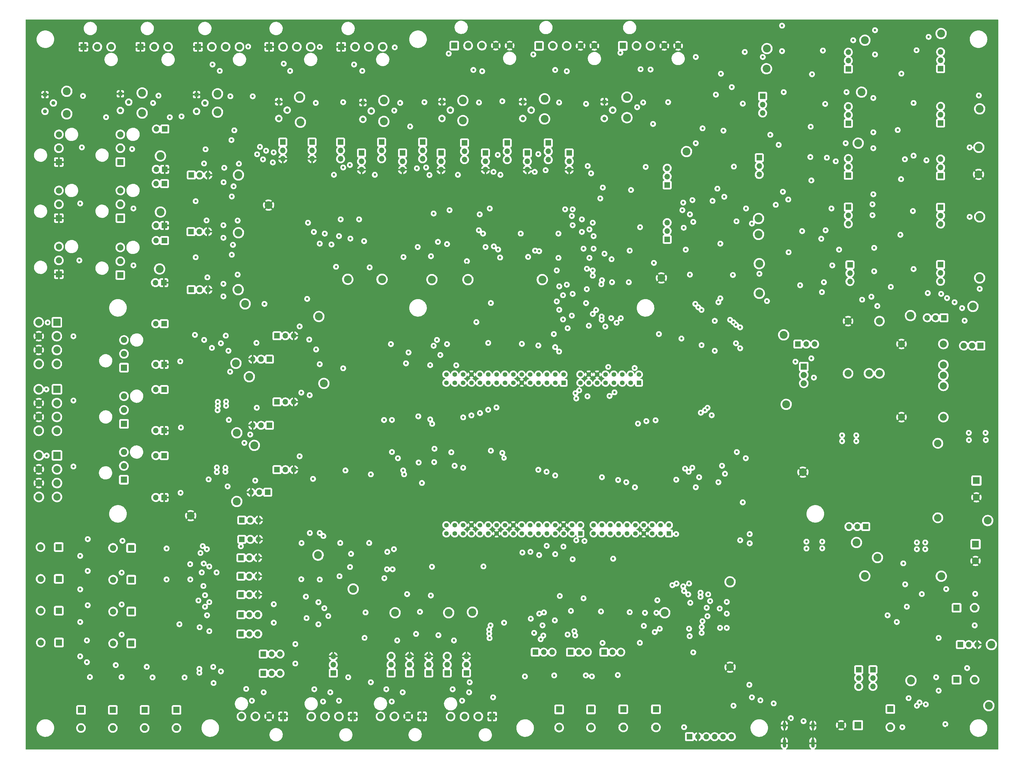
<source format=gbr>
%TF.GenerationSoftware,KiCad,Pcbnew,(6.0.10)*%
%TF.CreationDate,2024-08-19T09:21:52-04:00*%
%TF.ProjectId,ExoFlex_Kicad,45786f46-6c65-4785-9f4b-696361642e6b,rev?*%
%TF.SameCoordinates,Original*%
%TF.FileFunction,Copper,L3,Inr*%
%TF.FilePolarity,Positive*%
%FSLAX46Y46*%
G04 Gerber Fmt 4.6, Leading zero omitted, Abs format (unit mm)*
G04 Created by KiCad (PCBNEW (6.0.10)) date 2024-08-19 09:21:52*
%MOMM*%
%LPD*%
G01*
G04 APERTURE LIST*
%TA.AperFunction,ComponentPad*%
%ADD10C,2.400000*%
%TD*%
%TA.AperFunction,ComponentPad*%
%ADD11R,1.900000X1.900000*%
%TD*%
%TA.AperFunction,ComponentPad*%
%ADD12C,1.900000*%
%TD*%
%TA.AperFunction,ComponentPad*%
%ADD13R,2.100000X2.100000*%
%TD*%
%TA.AperFunction,ComponentPad*%
%ADD14C,2.100000*%
%TD*%
%TA.AperFunction,ComponentPad*%
%ADD15R,1.700000X1.700000*%
%TD*%
%TA.AperFunction,ComponentPad*%
%ADD16O,1.700000X1.700000*%
%TD*%
%TA.AperFunction,ComponentPad*%
%ADD17R,1.222000X1.222000*%
%TD*%
%TA.AperFunction,ComponentPad*%
%ADD18C,1.222000*%
%TD*%
%TA.AperFunction,ComponentPad*%
%ADD19C,1.390000*%
%TD*%
%TA.AperFunction,ComponentPad*%
%ADD20R,1.390000X1.390000*%
%TD*%
%TA.AperFunction,ComponentPad*%
%ADD21R,1.879600X1.879600*%
%TD*%
%TA.AperFunction,ComponentPad*%
%ADD22C,1.879600*%
%TD*%
%TA.AperFunction,ComponentPad*%
%ADD23C,2.184400*%
%TD*%
%TA.AperFunction,ComponentPad*%
%ADD24C,2.250000*%
%TD*%
%TA.AperFunction,ComponentPad*%
%ADD25R,2.175000X2.175000*%
%TD*%
%TA.AperFunction,ComponentPad*%
%ADD26C,2.175000*%
%TD*%
%TA.AperFunction,ComponentPad*%
%ADD27O,1.036000X2.100000*%
%TD*%
%TA.AperFunction,ComponentPad*%
%ADD28O,1.100000X2.600000*%
%TD*%
%TA.AperFunction,ViaPad*%
%ADD29C,0.750000*%
%TD*%
%TA.AperFunction,ViaPad*%
%ADD30C,0.600000*%
%TD*%
G04 APERTURE END LIST*
D10*
%TO.N,IN USE*%
%TO.C,TP32*%
X323342000Y-231902000D03*
%TD*%
D11*
%TO.N,Net-(J4-Pad1)*%
%TO.C,J4*%
X313524001Y-224028000D03*
D12*
%TO.N,Net-(D174-Pad1)*%
X319024000Y-224028000D03*
%TD*%
D10*
%TO.N,POS_FSR_SEC*%
%TO.C,TP117*%
X154432000Y-102600000D03*
%TD*%
%TO.N,M_FSR_POS_LIM3*%
%TO.C,TP113*%
X139828000Y-54610000D03*
%TD*%
D13*
%TO.N,+5V*%
%TO.C,J81*%
X283602000Y-237810501D03*
D14*
%TO.N,GND*%
X278522000Y-237810501D03*
%TD*%
D10*
%TO.N,EVE_AMP_LIM_DATA1*%
%TO.C,TP37*%
X72085000Y-65070002D03*
%TD*%
D15*
%TO.N,+5V*%
%TO.C,J7*%
X283852500Y-220980000D03*
D16*
%TO.N,/POWER TREE/6.1A*%
X283852500Y-223520000D03*
%TO.N,Net-(J7-Pad3)*%
X283852500Y-226060000D03*
%TD*%
D10*
%TO.N,Net-(D2-Pad3)*%
%TO.C,TP3*%
X323000000Y-175700000D03*
%TD*%
D15*
%TO.N,+5VA*%
%TO.C,J77*%
X73213000Y-135947004D03*
D16*
%TO.N,DOR_TOR_POT1*%
X70673000Y-135947004D03*
%TD*%
D11*
%TO.N,EVE_TOR_POT2*%
%TO.C,J22*%
X61041000Y-129328003D03*
D12*
%TO.N,EVE_TOR_LIM*%
X61041000Y-125128004D03*
%TO.N,EVE_TOR_POT1*%
X61041000Y-120928005D03*
%TD*%
D10*
%TO.N,M_FSR_POS2*%
%TO.C,TP110*%
X114300000Y-47244000D03*
%TD*%
D11*
%TO.N,DOR_TOR_POT2*%
%TO.C,J23*%
X61041000Y-146372001D03*
D12*
%TO.N,DOR_TOR_LIM*%
X61041000Y-142172002D03*
%TO.N,DOR_TOR_POT1*%
X61041000Y-137972003D03*
%TD*%
D11*
%TO.N,LC_POS3_INT*%
%TO.C,J45*%
X212302002Y-31672000D03*
D12*
%TO.N,+5VA*%
X216502001Y-31672000D03*
%TO.N,LC_POS3*%
X220702000Y-31672000D03*
%TO.N,GND*%
X224902000Y-31672000D03*
X229101999Y-31672000D03*
%TD*%
D15*
%TO.N,Net-(C42-Pad1)*%
%TO.C,J100*%
X142036000Y-221977999D03*
D16*
%TO.N,M_REC_PROX1*%
X142036000Y-219437999D03*
%TO.N,Net-(J100-Pad3)*%
X142036000Y-216897999D03*
%TD*%
D11*
%TO.N,GND*%
%TO.C,J13*%
X41287000Y-66938003D03*
D12*
%TO.N,EVE_AMP_OUT*%
X41287000Y-62738004D03*
%TO.N,+5VA*%
X41287000Y-58538005D03*
%TD*%
D15*
%TO.N,LC_POS3_INT*%
%TO.C,J120*%
X196052000Y-64180000D03*
D16*
%TO.N,Net-(D170-Pad1)*%
X196052000Y-66720000D03*
%TO.N,GND*%
X196052000Y-69260000D03*
%TD*%
D15*
%TO.N,Net-(D183-Pad1)*%
%TO.C,J132*%
X225760000Y-90401000D03*
D16*
%TO.N,ANA_LIM_DATA*%
X225760000Y-87861000D03*
%TO.N,Net-(J132-Pad3)*%
X225760000Y-85321000D03*
%TD*%
D15*
%TO.N,Net-(D90-Pad1)*%
%TO.C,J68*%
X308702000Y-98059000D03*
D16*
%TO.N,EXT_TOR_LIM_DATA*%
X308702000Y-100599000D03*
%TO.N,Net-(J68-Pad3)*%
X308702000Y-103139000D03*
%TD*%
D10*
%TO.N,DOR_TOR_DATA1*%
%TO.C,TP62*%
X95250000Y-149098000D03*
%TD*%
D15*
%TO.N,Net-(D119-Pad1)*%
%TO.C,J92*%
X96778000Y-181412000D03*
D16*
%TO.N,SWMAX2*%
X99318000Y-181412000D03*
%TO.N,GND*%
X101858000Y-181412000D03*
%TD*%
D15*
%TO.N,GND*%
%TO.C,J78*%
X73213000Y-148393004D03*
D16*
%TO.N,DOR_TOR_POT2*%
X70673000Y-148393004D03*
%TD*%
D10*
%TO.N,EXT_AMP_LIM_DATA1*%
%TO.C,TP42*%
X71831000Y-99360002D03*
%TD*%
D15*
%TO.N,Net-(D15-Pad1)*%
%TO.C,J74*%
X81444500Y-105661496D03*
D16*
%TO.N,Net-(D20-Pad1)*%
X83984500Y-105661496D03*
%TO.N,GND*%
X86524500Y-105661496D03*
%TD*%
D17*
%TO.N,GND*%
%TO.C,RV3*%
X83058000Y-46482000D03*
D18*
%TO.N,M_FSR_POS_LIM1*%
X85598000Y-49022000D03*
%TO.N,+5VA*%
X83058000Y-51562000D03*
%TD*%
D15*
%TO.N,REC_PROX2_INT*%
%TO.C,J127*%
X164896000Y-221977999D03*
D16*
%TO.N,Net-(D178-Pad1)*%
X164896000Y-219437999D03*
%TO.N,GND*%
X164896000Y-216897999D03*
%TD*%
D15*
%TO.N,Net-(D153-Pad1)*%
%TO.C,J111*%
X118074000Y-60863000D03*
D16*
%TO.N,Net-(D155-Pad1)*%
X118074000Y-63403000D03*
%TO.N,GND*%
X118074000Y-65943000D03*
%TD*%
D15*
%TO.N,Net-(D141-Pad1)*%
%TO.C,J105*%
X196464000Y-215646000D03*
D16*
%TO.N,M_BUT_POS2*%
X199004000Y-215646000D03*
%TO.N,Net-(J105-Pad3)*%
X201544000Y-215646000D03*
%TD*%
D15*
%TO.N,Net-(D142-Pad1)*%
%TO.C,J106*%
X206609000Y-215646000D03*
D16*
%TO.N,M_BUT_POS3*%
X209149000Y-215646000D03*
%TO.N,Net-(J106-Pad3)*%
X211689000Y-215646000D03*
%TD*%
D15*
%TO.N,Net-(D58-Pad1)*%
%TO.C,J67*%
X308702000Y-71105000D03*
D16*
%TO.N,EXT_AMP_LIM_DATA*%
X308702000Y-68565000D03*
%TO.N,Net-(J67-Pad3)*%
X308702000Y-66025000D03*
%TD*%
D10*
%TO.N,M_LC_POS2*%
%TO.C,TP96*%
X188582000Y-47752000D03*
%TD*%
%TO.N,EXT_TOR_DATA1*%
%TO.C,TP11*%
X253702000Y-97769000D03*
%TD*%
D11*
%TO.N,Net-(J35-Pad1)*%
%TO.C,J35*%
X48000000Y-233172000D03*
D12*
%TO.N,BUT_PROX_LEFT1*%
X48000000Y-238671999D03*
%TD*%
D10*
%TO.N,TOR_SEC*%
%TO.C,TP68*%
X120142000Y-113800000D03*
%TD*%
D15*
%TO.N,+5VA*%
%TO.C,J64*%
X73335000Y-90749002D03*
D16*
%TO.N,EXT_AMP_POT1*%
X70795000Y-90749002D03*
%TD*%
D15*
%TO.N,+5V*%
%TO.C,J57*%
X232542000Y-241300000D03*
D16*
%TO.N,GND*%
X235082000Y-241300000D03*
%TO.N,CAN_TD*%
X237622000Y-241300000D03*
%TO.N,CAN_RD*%
X240162000Y-241300000D03*
%TO.N,/CONNECTOR (OTHERS)/CANH*%
X242702000Y-241300000D03*
%TO.N,/CONNECTOR (OTHERS)/CANL*%
X245242000Y-241300000D03*
%TD*%
D15*
%TO.N,EMI_PROX1_INT*%
%TO.C,J124*%
X124510000Y-221992999D03*
D16*
%TO.N,Net-(D179-Pad1)*%
X124510000Y-219452999D03*
%TO.N,GND*%
X124510000Y-216912999D03*
%TD*%
D10*
%TO.N,EXT_AMP_DATA1*%
%TO.C,TP41*%
X95682000Y-105654000D03*
%TD*%
D15*
%TO.N,Net-(D152-Pad1)*%
%TO.C,J110*%
X109184000Y-60878000D03*
D16*
%TO.N,Net-(D154-Pad1)*%
X109184000Y-63418000D03*
%TO.N,GND*%
X109184000Y-65958000D03*
%TD*%
D19*
%TO.N,EVE_AMP_DATA*%
%TO.C,J10*%
X194346500Y-131372000D03*
D20*
%TO.N,/STM SIGNALS/PD7*%
X194346500Y-133912000D03*
D19*
%TO.N,EVE_AMP_LIM_DATA*%
X191806500Y-131372000D03*
%TO.N,/STM SIGNALS/PD6*%
X191806500Y-133912000D03*
%TO.N,/STM SIGNALS/PC3*%
X189266500Y-131372000D03*
%TO.N,/STM SIGNALS/PD5*%
X189266500Y-133912000D03*
%TO.N,DOR_AMP_DATA*%
X186726500Y-131372000D03*
%TO.N,/STM SIGNALS/PD4*%
X186726500Y-133912000D03*
%TO.N,/STM SIGNALS/PC2*%
X184186500Y-131372000D03*
%TO.N,/STM SIGNALS/PD3*%
X184186500Y-133912000D03*
%TO.N,DOR_AMP_LIM_DATA*%
X181646500Y-131372000D03*
%TO.N,GND*%
X181646500Y-133912000D03*
%TO.N,/STM SIGNALS/PB2*%
X179106500Y-131372000D03*
%TO.N,/STM SIGNALS/PE2*%
X179106500Y-133912000D03*
%TO.N,/STM SIGNALS/PE9*%
X176566500Y-131372000D03*
%TO.N,/STM SIGNALS/PE4*%
X176566500Y-133912000D03*
%TO.N,/STM SIGNALS/PB5*%
X174026500Y-131372000D03*
%TO.N,SW&INT_SG0*%
X174026500Y-133912000D03*
%TO.N,ANA_DATA*%
X171486500Y-131372000D03*
%TO.N,SW&INT_SG1*%
X171486500Y-133912000D03*
%TO.N,/STM SIGNALS/PF15*%
X168946500Y-131372000D03*
%TO.N,SW&INT_SG2*%
X168946500Y-133912000D03*
%TO.N,GND*%
X166406500Y-131372000D03*
%TO.N,SW&INT_SG3*%
X166406500Y-133912000D03*
%TO.N,CAN_RD*%
X163866500Y-131372000D03*
%TO.N,SW&INT*%
X163866500Y-133912000D03*
%TO.N,CAN_TD*%
X161326500Y-131372000D03*
%TO.N,/STM SIGNALS/PF9*%
X161326500Y-133912000D03*
%TO.N,/STM SIGNALS/PB14*%
X158786500Y-131372000D03*
%TO.N,/STM SIGNALS/PD10*%
X158786500Y-133912000D03*
%TD*%
D10*
%TO.N,GND*%
%TO.C,TP17*%
X266954000Y-161036000D03*
%TD*%
D11*
%TO.N,DOR_AMP_POT2*%
%TO.C,J20*%
X59944000Y-83956003D03*
D12*
%TO.N,DOR_AMP_LIM*%
X59944000Y-79756004D03*
%TO.N,DOR_AMP_POT1*%
X59944000Y-75556005D03*
%TD*%
D11*
%TO.N,Net-(J27-Pad1)*%
%TO.C,J27*%
X41255000Y-193418002D03*
D12*
%TO.N,MAX_SW_2*%
X35755001Y-193418002D03*
%TD*%
D10*
%TO.N,GND*%
%TO.C,TP20*%
X244856000Y-220218000D03*
%TD*%
%TO.N,GND*%
%TO.C,TP18*%
X104902000Y-80010000D03*
%TD*%
D15*
%TO.N,Net-(D125-Pad1)*%
%TO.C,J93*%
X96524000Y-192588000D03*
D16*
%TO.N,SWMAX4*%
X99064000Y-192588000D03*
%TO.N,GND*%
X101604000Y-192588000D03*
%TD*%
D15*
%TO.N,Net-(D12-Pad1)*%
%TO.C,J73*%
X81344500Y-88061496D03*
D16*
%TO.N,Net-(D18-Pad1)*%
X83884500Y-88061496D03*
%TO.N,GND*%
X86424500Y-88061496D03*
%TD*%
D10*
%TO.N,DOR_TOR_LIM_DATA1*%
%TO.C,TP60*%
X99060000Y-132080000D03*
%TD*%
D15*
%TO.N,LC_POS2_INT*%
%TO.C,J119*%
X183352000Y-64180000D03*
D16*
%TO.N,Net-(D169-Pad1)*%
X183352000Y-66720000D03*
%TO.N,GND*%
X183352000Y-69260000D03*
%TD*%
D15*
%TO.N,Net-(D132-Pad1)*%
%TO.C,J95*%
X103286000Y-216210000D03*
D16*
%TO.N,M_BUT_PROX_R1*%
X105826000Y-216210000D03*
%TO.N,Net-(J95-Pad3)*%
X108366000Y-216210000D03*
%TD*%
D11*
%TO.N,GND*%
%TO.C,J54*%
X66010001Y-31963001D03*
D12*
%TO.N,TEMP_OUT_2*%
X70210000Y-31963001D03*
%TO.N,+5VA*%
X74409999Y-31963001D03*
%TD*%
D11*
%TO.N,Net-(J47-Pad1)*%
%TO.C,J47*%
X202663001Y-233022002D03*
D12*
%TO.N,BUT_POS2*%
X202663001Y-238522001D03*
%TD*%
D10*
%TO.N,Net-(Q1-Pad1)*%
%TO.C,TP5*%
X285700000Y-192500000D03*
%TD*%
D21*
%TO.N,Net-(R57-Pad1)*%
%TO.C,U124*%
X320814900Y-122664000D03*
D22*
%TO.N,Net-(D6-Pad1)*%
X318274900Y-122664000D03*
%TO.N,Net-(C213-Pad1)*%
X315734900Y-122664000D03*
%TD*%
D15*
%TO.N,Net-(D182-Pad1)*%
%TO.C,J131*%
X225760000Y-73886000D03*
D16*
%TO.N,ANA_DATA*%
X225760000Y-71346000D03*
%TO.N,Net-(J131-Pad3)*%
X225760000Y-68806000D03*
%TD*%
D10*
%TO.N,MAX_SW_SEC*%
%TO.C,TP84*%
X119900000Y-186200000D03*
%TD*%
D11*
%TO.N,Net-(J48-Pad1)*%
%TO.C,J48*%
X212451000Y-232970001D03*
D12*
%TO.N,BUT_POS3*%
X212451000Y-238470000D03*
%TD*%
D15*
%TO.N,Net-(D76-Pad1)*%
%TO.C,J86*%
X104633000Y-167132000D03*
D16*
%TO.N,Net-(D77-Pad1)*%
X102093000Y-167132000D03*
%TO.N,GND*%
X99553000Y-167132000D03*
%TD*%
D10*
%TO.N,M_FSR_POS3*%
%TO.C,TP112*%
X139828000Y-48260000D03*
%TD*%
D15*
%TO.N,Net-(D124-Pad1)*%
%TO.C,J94*%
X96539000Y-198176000D03*
D16*
%TO.N,SWMAX5*%
X99079000Y-198176000D03*
%TO.N,GND*%
X101619000Y-198176000D03*
%TD*%
D15*
%TO.N,+5VA*%
%TO.C,J5*%
X309727000Y-114172000D03*
D16*
%TO.N,Net-(D6-Pad1)*%
X307187000Y-114172000D03*
%TO.N,unconnected-(J5-Pad3)*%
X304647000Y-114172000D03*
%TD*%
D10*
%TO.N,/POWER SECURITY/24VB*%
%TO.C,TP2*%
X283200500Y-182372000D03*
%TD*%
D15*
%TO.N,REC_PROX1_INT*%
%TO.C,J125*%
X147624000Y-221977999D03*
D16*
%TO.N,Net-(D180-Pad1)*%
X147624000Y-219437999D03*
%TO.N,GND*%
X147624000Y-216897999D03*
%TD*%
D10*
%TO.N,DOR_TOR_DATA1*%
%TO.C,TP13*%
X253492000Y-84074000D03*
%TD*%
D11*
%TO.N,EVE_AMP_POT2*%
%TO.C,J19*%
X59944000Y-66938003D03*
D12*
%TO.N,EVE_AMP_LIM*%
X59944000Y-62738004D03*
%TO.N,EVE_AMP_POT1*%
X59944000Y-58538005D03*
%TD*%
D17*
%TO.N,GND*%
%TO.C,RV6*%
X37084000Y-46482000D03*
D18*
%TO.N,M_TEMP_LIM1*%
X39624000Y-49022000D03*
%TO.N,+5VA*%
X37084000Y-51562000D03*
%TD*%
D10*
%TO.N,TEMP_SEC*%
%TO.C,TP124*%
X139300000Y-102500000D03*
%TD*%
D15*
%TO.N,Net-(D120-Pad1)*%
%TO.C,J90*%
X96524000Y-187000000D03*
D16*
%TO.N,SWMAX3*%
X99064000Y-187000000D03*
%TO.N,GND*%
X101604000Y-187000000D03*
%TD*%
D11*
%TO.N,Net-(J26-Pad1)*%
%TO.C,J26*%
X63194000Y-184020000D03*
D12*
%TO.N,MIN_SW_1*%
X57694001Y-184020000D03*
%TD*%
D15*
%TO.N,Net-(C43-Pad1)*%
%TO.C,J96*%
X159054000Y-221977999D03*
D16*
%TO.N,M_REC_PROX2*%
X159054000Y-219437999D03*
%TO.N,Net-(J96-Pad3)*%
X159054000Y-216897999D03*
%TD*%
D15*
%TO.N,Net-(D46-Pad1)*%
%TO.C,J58*%
X280702000Y-55197000D03*
D16*
%TO.N,DOR_AMP_DATA*%
X280702000Y-52657000D03*
%TO.N,Net-(J58-Pad3)*%
X280702000Y-50117000D03*
%TD*%
D10*
%TO.N,POS_BUT_SEC*%
%TO.C,TP107*%
X225044000Y-203708000D03*
%TD*%
%TO.N,INT_POS_SEC*%
%TO.C,TP126*%
X165354000Y-102616000D03*
%TD*%
D11*
%TO.N,GND*%
%TO.C,J49*%
X83468004Y-31963001D03*
D12*
%TO.N,FSR_POS1*%
X87668003Y-31963001D03*
%TO.N,+5VA*%
X91868002Y-31963001D03*
%TO.N,FSR_POS1_INT*%
X96068002Y-31963001D03*
%TD*%
D11*
%TO.N,Net-(J34-Pad1)*%
%TO.C,J34*%
X313533501Y-202184000D03*
D12*
%TO.N,RESET*%
X319033500Y-202184000D03*
%TD*%
D10*
%TO.N,LEFTRIGHT_SEC*%
%TO.C,TP85*%
X130556000Y-196500000D03*
%TD*%
%TO.N,EVE_TOR_DATA1*%
%TO.C,TP61*%
X94996000Y-128016000D03*
%TD*%
D11*
%TO.N,EXT_TOR_POT2*%
%TO.C,J24*%
X60993000Y-163328003D03*
D12*
%TO.N,EXT_TOR_LIM*%
X60993000Y-159128004D03*
%TO.N,EXT_TOR_POT1*%
X60993000Y-154928005D03*
%TD*%
D11*
%TO.N,Net-(J32-Pad1)*%
%TO.C,J32*%
X63246000Y-212976000D03*
D12*
%TO.N,MAX_SW_5*%
X57746001Y-212976000D03*
%TD*%
D11*
%TO.N,LC_POS2_INT*%
%TO.C,J44*%
X186902002Y-31672000D03*
D12*
%TO.N,+5VA*%
X191102001Y-31672000D03*
%TO.N,LC_POS2*%
X195302000Y-31672000D03*
%TO.N,GND*%
X199502000Y-31672000D03*
X203701999Y-31672000D03*
%TD*%
D23*
%TO.N,Net-(C11-Pad1)*%
%TO.C,U7*%
X280630000Y-131064000D03*
%TO.N,Net-(C5-Pad1)*%
X286980000Y-131064000D03*
%TO.N,unconnected-(U7-Pad3)*%
X290155000Y-131064000D03*
%TO.N,Net-(R7-Pad2)*%
X290155000Y-115189000D03*
%TO.N,GND*%
X280630000Y-115189000D03*
%TD*%
D10*
%TO.N,M_TEMP_1*%
%TO.C,TP118*%
X43688000Y-45466000D03*
%TD*%
%TO.N,DOR_AMP_DATA1*%
%TO.C,TP23*%
X284734000Y-45720000D03*
%TD*%
D23*
%TO.N,GND*%
%TO.C,U5*%
X296852000Y-144348000D03*
%TO.N,Net-(C6-Pad1)*%
X309552000Y-144348000D03*
%TO.N,unconnected-(U5-Pad3)*%
X309552000Y-134823000D03*
%TO.N,Net-(R5-Pad2)*%
X309552000Y-131648000D03*
%TO.N,Net-(C213-Pad1)*%
X309552000Y-128473000D03*
X309552000Y-122123000D03*
%TO.N,GND*%
X296852000Y-122123000D03*
%TD*%
D19*
%TO.N,/STM SIGNALS/VDDA*%
%TO.C,J12*%
X199426500Y-177100000D03*
D20*
%TO.N,SWMAX1*%
X199426500Y-179640000D03*
D19*
%TO.N,/STM SIGNALS/AGND*%
X196886500Y-177100000D03*
%TO.N,SWMIN1*%
X196886500Y-179640000D03*
%TO.N,GND*%
X194346500Y-177100000D03*
%TO.N,SWMAX2*%
X194346500Y-179640000D03*
%TO.N,EXT_AMP_LIM_DATA*%
X191806500Y-177100000D03*
%TO.N,SWMIN2*%
X191806500Y-179640000D03*
%TO.N,EVE_TOR_DATA*%
X189266500Y-177100000D03*
%TO.N,SWMAX3*%
X189266500Y-179640000D03*
%TO.N,EVE_TOR_LIM_DATA*%
X186726500Y-177100000D03*
%TO.N,SWMIN3*%
X186726500Y-179640000D03*
%TO.N,/STM SIGNALS/PC6*%
X184186500Y-177100000D03*
%TO.N,SWMAX4*%
X184186500Y-179640000D03*
%TO.N,/STM SIGNALS/PPB2*%
X181646500Y-177100000D03*
%TO.N,SWMAX5*%
X181646500Y-179640000D03*
%TO.N,GND*%
X179106500Y-177100000D03*
%TO.N,ALIM_SEC*%
X179106500Y-179640000D03*
%TO.N,/STM SIGNALS/PD13*%
X176566500Y-177100000D03*
%TO.N,IN USE*%
X176566500Y-179640000D03*
%TO.N,/STM SIGNALS/PD12*%
X174026500Y-177100000D03*
%TO.N,GND*%
X174026500Y-179640000D03*
%TO.N,/STM SIGNALS/PD11*%
X171486500Y-177100000D03*
%TO.N,/STM SIGNALS/PE10*%
X171486500Y-179640000D03*
%TO.N,/STM SIGNALS/PPE2*%
X168946500Y-177100000D03*
%TO.N,/STM SIGNALS/PE12*%
X168946500Y-179640000D03*
%TO.N,GND*%
X166406500Y-177100000D03*
%TO.N,/STM SIGNALS/PPE6*%
X166406500Y-179640000D03*
%TO.N,DOR_TOR_DATA*%
X163866500Y-177100000D03*
%TO.N,/STM SIGNALS/PE15*%
X163866500Y-179640000D03*
%TO.N,DOR_TOR_LIM_DATA*%
X161326500Y-177100000D03*
%TO.N,/STM SIGNALS/PB10*%
X161326500Y-179640000D03*
%TO.N,/STM SIGNALS/PE0*%
X158786500Y-177100000D03*
%TO.N,/STM SIGNALS/PB11*%
X158786500Y-179640000D03*
%TD*%
D11*
%TO.N,GND*%
%TO.C,J41*%
X151433999Y-235143001D03*
D12*
X147234000Y-235143001D03*
%TO.N,Net-(J41-Pad3)*%
X143034001Y-235143001D03*
%TO.N,EMI_PROX2_INT*%
X138834001Y-235143001D03*
%TD*%
D15*
%TO.N,Net-(D83-Pad1)*%
%TO.C,J87*%
X281202000Y-98107000D03*
D16*
%TO.N,EXT_TOR_DATA*%
X281202000Y-100647000D03*
%TO.N,Net-(J87-Pad3)*%
X281202000Y-103187000D03*
%TD*%
D15*
%TO.N,+5VA*%
%TO.C,J62*%
X73406000Y-56896000D03*
D16*
%TO.N,EVE_AMP_POT1*%
X70866000Y-56896000D03*
%TD*%
D17*
%TO.N,GND*%
%TO.C,RV4*%
X107978000Y-48632000D03*
D18*
%TO.N,M_FSR_POS_LIM2*%
X110518000Y-51172000D03*
%TO.N,+5VA*%
X107978000Y-53712000D03*
%TD*%
D10*
%TO.N,EXT_TOR_DATA1*%
%TO.C,TP64*%
X95250000Y-169926000D03*
%TD*%
%TO.N,M_LC_POS_LIM2*%
%TO.C,TP97*%
X188582000Y-53848000D03*
%TD*%
%TO.N,EVE_AMP_DATA1*%
%TO.C,TP4*%
X285750000Y-29972000D03*
%TD*%
D15*
%TO.N,GND*%
%TO.C,J61*%
X73335000Y-86177002D03*
D16*
%TO.N,DOR_AMP_POT2*%
X70795000Y-86177002D03*
%TD*%
D11*
%TO.N,GND*%
%TO.C,J40*%
X130419999Y-235172000D03*
D12*
%TO.N,REC_PROX1*%
X126220000Y-235172000D03*
%TO.N,Net-(J40-Pad3)*%
X122020001Y-235172000D03*
%TO.N,REC_PROX1_INT*%
X117820001Y-235172000D03*
%TD*%
D10*
%TO.N,M_TEMP_2*%
%TO.C,TP120*%
X66548000Y-45974000D03*
%TD*%
D15*
%TO.N,GND*%
%TO.C,J80*%
X73213000Y-168713004D03*
D16*
%TO.N,EXT_TOR_POT2*%
X70673000Y-168713004D03*
%TD*%
D15*
%TO.N,Net-(D98-Pad1)*%
%TO.C,J69*%
X253702000Y-65632000D03*
D16*
%TO.N,EVE_TOR_LIM_DATA*%
X253702000Y-68172000D03*
%TO.N,Net-(J69-Pad3)*%
X253702000Y-70712000D03*
%TD*%
D10*
%TO.N,M_FSR_POS1*%
%TO.C,TP108*%
X89408000Y-46228000D03*
%TD*%
%TO.N,SW&INT*%
%TO.C,TP128*%
X244856000Y-194310000D03*
%TD*%
D15*
%TO.N,Net-(D162-Pad1)*%
%TO.C,J102*%
X164302000Y-61117000D03*
D16*
%TO.N,Net-(D166-Pad1)*%
X164302000Y-63657000D03*
%TO.N,Net-(J102-Pad3)*%
X164302000Y-66197000D03*
%TD*%
D10*
%TO.N,EVE_TOR_DATA1*%
%TO.C,TP12*%
X256032000Y-32512000D03*
%TD*%
D15*
%TO.N,+5V*%
%TO.C,J71*%
X288170500Y-220965000D03*
D16*
%TO.N,/POWER TREE/6.1A*%
X288170500Y-223505000D03*
%TO.N,Net-(J7-Pad3)*%
X288170500Y-226045000D03*
%TD*%
D15*
%TO.N,FSR_POS2_INT*%
%TO.C,J122*%
X145506000Y-64195000D03*
D16*
%TO.N,Net-(D172-Pad1)*%
X145506000Y-66735000D03*
%TO.N,GND*%
X145506000Y-69275000D03*
%TD*%
D10*
%TO.N,EXT_AMP_LIM_DATA1*%
%TO.C,TP27*%
X320294000Y-62484000D03*
%TD*%
D11*
%TO.N,GND*%
%TO.C,J39*%
X109269999Y-235143001D03*
D12*
X105070000Y-235143001D03*
%TO.N,Net-(J39-Pad3)*%
X100870001Y-235143001D03*
%TO.N,EMI_PROX1_INT*%
X96670001Y-235143001D03*
%TD*%
D15*
%TO.N,GND*%
%TO.C,J63*%
X73355000Y-69134002D03*
D16*
%TO.N,EVE_AMP_POT2*%
X70815000Y-69134002D03*
%TD*%
D15*
%TO.N,Net-(D150-Pad1)*%
%TO.C,J109*%
X151602000Y-60878000D03*
D16*
%TO.N,Net-(D151-Pad1)*%
X151602000Y-63418000D03*
%TO.N,Net-(J109-Pad3)*%
X151602000Y-65958000D03*
%TD*%
D21*
%TO.N,Net-(R73-Pad1)*%
%TO.C,U123*%
X267206000Y-128986500D03*
D22*
%TO.N,Net-(C214-Pad1)*%
X267206000Y-131526500D03*
%TO.N,Net-(C11-Pad1)*%
X267206000Y-134066500D03*
%TD*%
D17*
%TO.N,GND*%
%TO.C,RV2*%
X206702000Y-48632000D03*
D18*
%TO.N,M_LC_POS_LIM3*%
X209242000Y-51172000D03*
%TO.N,+5VA*%
X206702000Y-53712000D03*
%TD*%
D11*
%TO.N,Net-(J30-Pad1)*%
%TO.C,J30*%
X63246000Y-203324000D03*
D12*
%TO.N,MIN_SW_3*%
X57746001Y-203324000D03*
%TD*%
D10*
%TO.N,Net-(R219-Pad1)*%
%TO.C,TP81*%
X253702000Y-106769000D03*
%TD*%
%TO.N,M_FSR_POS_LIM1*%
%TO.C,TP109*%
X89408000Y-51816000D03*
%TD*%
%TO.N,Net-(C11-Pad1)*%
%TO.C,TP6*%
X261874000Y-140462000D03*
%TD*%
%TO.N,DOR_AMP_LIM_DATA1*%
%TO.C,TP40*%
X72085000Y-82088002D03*
%TD*%
D15*
%TO.N,Net-(D5-Pad1)*%
%TO.C,J82*%
X314721000Y-213360000D03*
D16*
%TO.N,ALIM_SEC*%
X317261000Y-213360000D03*
%TO.N,GND*%
X319801000Y-213360000D03*
%TD*%
D11*
%TO.N,GND*%
%TO.C,J50*%
X105058003Y-31963000D03*
D12*
%TO.N,FSR_POS2*%
X109258002Y-31963000D03*
%TO.N,+5VA*%
X113458001Y-31963000D03*
%TO.N,FSR_POS2_INT*%
X117658001Y-31963000D03*
%TD*%
D11*
%TO.N,GND*%
%TO.C,J53*%
X48738001Y-31963001D03*
D12*
%TO.N,TEMP_OUT_1*%
X52938000Y-31963001D03*
%TO.N,+5VA*%
X57137999Y-31963001D03*
%TD*%
D24*
%TO.N,/POWER SECURITY/24VF*%
%TO.C,F1*%
X307857500Y-152276000D03*
%TO.N,/POWER SECURITY/24VB*%
X307857500Y-174876000D03*
%TD*%
D10*
%TO.N,EVE_TOR_LIM_DATA1*%
%TO.C,TP59*%
X97790000Y-109982000D03*
%TD*%
D15*
%TO.N,DOR_TOR_INT*%
%TO.C,J116*%
X107442000Y-139700000D03*
D16*
%TO.N,Net-(D160-Pad1)*%
X109982000Y-139700000D03*
%TO.N,GND*%
X112522000Y-139700000D03*
%TD*%
D15*
%TO.N,Net-(D54-Pad1)*%
%TO.C,J59*%
X308702000Y-55103000D03*
D16*
%TO.N,DOR_AMP_LIM_DATA*%
X308702000Y-52563000D03*
%TO.N,Net-(J59-Pad3)*%
X308702000Y-50023000D03*
%TD*%
D15*
%TO.N,Net-(D130-Pad1)*%
%TO.C,J98*%
X96539000Y-204272000D03*
D16*
%TO.N,M_BUT_PROX_L1*%
X99079000Y-204272000D03*
%TO.N,Net-(J98-Pad3)*%
X101619000Y-204272000D03*
%TD*%
D17*
%TO.N,GND*%
%TO.C,RV7*%
X59944000Y-46228000D03*
D18*
%TO.N,M_TEMP_LIM2*%
X62484000Y-48768000D03*
%TO.N,+5VA*%
X59944000Y-51308000D03*
%TD*%
D15*
%TO.N,Net-(D131-Pad1)*%
%TO.C,J97*%
X96539000Y-210114000D03*
D16*
%TO.N,M_BUT_PROX_L2*%
X99079000Y-210114000D03*
%TO.N,Net-(J97-Pad3)*%
X101619000Y-210114000D03*
%TD*%
D15*
%TO.N,Net-(D140-Pad1)*%
%TO.C,J104*%
X185781000Y-215646000D03*
D16*
%TO.N,M_BUT_POS1*%
X188321000Y-215646000D03*
%TO.N,Net-(J104-Pad3)*%
X190861000Y-215646000D03*
%TD*%
D10*
%TO.N,M_LC_POS1*%
%TO.C,TP94*%
X163828000Y-48260000D03*
%TD*%
%TO.N,EXT_AMP_DATA1*%
%TO.C,TP26*%
X283718000Y-61214000D03*
%TD*%
%TO.N,EVE_AMP_DATA1*%
%TO.C,TP38*%
X95758000Y-70866000D03*
%TD*%
D15*
%TO.N,Net-(D147-Pad1)*%
%TO.C,J108*%
X126710000Y-60878000D03*
D16*
%TO.N,Net-(D149-Pad1)*%
X126710000Y-63418000D03*
%TO.N,Net-(J108-Pad3)*%
X126710000Y-65958000D03*
%TD*%
D15*
%TO.N,Net-(D45-Pad1)*%
%TO.C,J56*%
X308702000Y-38593000D03*
D16*
%TO.N,EVE_AMP_LIM_DATA*%
X308702000Y-36053000D03*
%TO.N,Net-(J56-Pad3)*%
X308702000Y-33513000D03*
%TD*%
D13*
%TO.N,Net-(D2-Pad3)*%
%TO.C,J3*%
X319287500Y-182880000D03*
D14*
%TO.N,GND*%
X319287500Y-187960000D03*
%TD*%
D11*
%TO.N,/CONNECTOR (OTHERS)/CANH*%
%TO.C,J52*%
X222357000Y-232970001D03*
D12*
%TO.N,/CONNECTOR (OTHERS)/CANL*%
X222357000Y-238470000D03*
%TD*%
D10*
%TO.N,Net-(TP1-PadTP)*%
%TO.C,TP1*%
X308900000Y-192600000D03*
%TD*%
D15*
%TO.N,Net-(D78-Pad1)*%
%TO.C,J89*%
X254712000Y-46958000D03*
D16*
%TO.N,EVE_TOR_DATA*%
X254712000Y-49498000D03*
%TO.N,Net-(J89-Pad3)*%
X254712000Y-52038000D03*
%TD*%
D19*
%TO.N,/STM SIGNALS/PPC6*%
%TO.C,J11*%
X226310000Y-177100000D03*
D20*
%TO.N,RESET*%
X226310000Y-179640000D03*
D19*
%TO.N,/STM SIGNALS/PB15*%
X223770000Y-177100000D03*
%TO.N,URG_SEC*%
X223770000Y-179640000D03*
%TO.N,/STM SIGNALS/PB13*%
X221230000Y-177100000D03*
%TO.N,/STM SIGNALS/AREF*%
X221230000Y-179640000D03*
%TO.N,/STM SIGNALS/D19*%
X218690000Y-177100000D03*
%TO.N,GND*%
X218690000Y-179640000D03*
%TO.N,/STM SIGNALS/PA15*%
X216150000Y-177100000D03*
%TO.N,EXT_TOR_DATA*%
X216150000Y-179640000D03*
%TO.N,/STM SIGNALS/PC7*%
X213610000Y-177100000D03*
%TO.N,EXT_TOR_LIM_DATA*%
X213610000Y-179640000D03*
%TO.N,/STM SIGNALS/PPB5*%
X211070000Y-177100000D03*
%TO.N,ANA_LIM_DATA*%
X211070000Y-179640000D03*
%TO.N,/STM SIGNALS/PB3*%
X208530000Y-177100000D03*
%TO.N,ANA_S0*%
X208530000Y-179640000D03*
%TO.N,EXT_AMP_DATA*%
X205990000Y-177100000D03*
%TO.N,ANA_S1*%
X205990000Y-179640000D03*
%TO.N,/STM SIGNALS/PB4*%
X203450000Y-177100000D03*
%TO.N,ANA_S2*%
X203450000Y-179640000D03*
%TD*%
D15*
%TO.N,+5VA*%
%TO.C,J60*%
X73335000Y-73477002D03*
D16*
%TO.N,DOR_AMP_POT1*%
X70795000Y-73477002D03*
%TD*%
D10*
%TO.N,EVE_TOR_LIM_DATA1*%
%TO.C,TP30*%
X231648000Y-63754000D03*
%TD*%
%TO.N,M_LC_POS3*%
%TO.C,TP98*%
X213560000Y-47244000D03*
%TD*%
D11*
%TO.N,Net-(J25-Pad1)*%
%TO.C,J25*%
X41218999Y-183766002D03*
D12*
%TO.N,MAX_SW_1*%
X35719000Y-183766002D03*
%TD*%
D15*
%TO.N,Net-(D107-Pad1)*%
%TO.C,J91*%
X96778000Y-175570000D03*
D16*
%TO.N,SWMAX1*%
X99318000Y-175570000D03*
%TO.N,GND*%
X101858000Y-175570000D03*
%TD*%
D10*
%TO.N,Net-(C214-Pad1)*%
%TO.C,TP8*%
X261112000Y-119380000D03*
%TD*%
D15*
%TO.N,Net-(D44-Pad1)*%
%TO.C,J55*%
X280702000Y-38687000D03*
D16*
%TO.N,EVE_AMP_DATA*%
X280702000Y-36147000D03*
%TO.N,Net-(J55-Pad3)*%
X280702000Y-33607000D03*
%TD*%
D11*
%TO.N,GND*%
%TO.C,J15*%
X41287000Y-100974003D03*
D12*
%TO.N,EXT_AMP_OUT*%
X41287000Y-96774004D03*
%TO.N,+5VA*%
X41287000Y-92574005D03*
%TD*%
D25*
%TO.N,EVE_TOR_INT*%
%TO.C,J16*%
X40669000Y-115560504D03*
D26*
%TO.N,+5VA*%
X40669000Y-119760504D03*
%TO.N,EVE_TOR_OUT+*%
X40669000Y-123960504D03*
%TO.N,-5VA*%
X40669000Y-128160504D03*
%TO.N,EVE_TOR_OUT-*%
X35169000Y-115560504D03*
%TO.N,GND*%
X35169000Y-119760504D03*
X35169000Y-123960504D03*
%TO.N,unconnected-(J16-Pad8)*%
X35169000Y-128160504D03*
%TD*%
D10*
%TO.N,Net-(D5-Pad1)*%
%TO.C,TP24*%
X324104000Y-213360000D03*
%TD*%
%TO.N,M_LC_POS_LIM1*%
%TO.C,TP95*%
X163828000Y-54356000D03*
%TD*%
%TO.N,INT_PROX_SEC*%
%TO.C,TP127*%
X166700000Y-203500000D03*
%TD*%
D15*
%TO.N,FSR_POS3_INT*%
%TO.C,J123*%
X157190000Y-64195000D03*
D16*
%TO.N,Net-(D173-Pad1)*%
X157190000Y-66735000D03*
%TO.N,GND*%
X157190000Y-69275000D03*
%TD*%
D15*
%TO.N,Net-(D57-Pad1)*%
%TO.C,J66*%
X280702000Y-70960000D03*
D16*
%TO.N,EXT_AMP_DATA*%
X280702000Y-68420000D03*
%TO.N,Net-(J66-Pad3)*%
X280702000Y-65880000D03*
%TD*%
D15*
%TO.N,+24V*%
%TO.C,J2*%
X285989000Y-177546000D03*
D16*
%TO.N,/POWER SECURITY/24VB*%
X283449000Y-177546000D03*
%TO.N,unconnected-(J2-Pad3)*%
X280909000Y-177546000D03*
%TD*%
D10*
%TO.N,INT_SENSOR_SEC*%
%TO.C,TP125*%
X121666000Y-134112000D03*
%TD*%
D15*
%TO.N,EVE_TOR_INT*%
%TO.C,J117*%
X107457000Y-119634000D03*
D16*
%TO.N,Net-(D161-Pad1)*%
X109997000Y-119634000D03*
%TO.N,GND*%
X112537000Y-119634000D03*
%TD*%
D10*
%TO.N,Net-(C213-Pad1)*%
%TO.C,TP10*%
X318516000Y-110744000D03*
%TD*%
D11*
%TO.N,GND*%
%TO.C,J42*%
X172702000Y-235172000D03*
D12*
%TO.N,REC_PROX2*%
X168502001Y-235172000D03*
%TO.N,Net-(J42-Pad3)*%
X164302002Y-235172000D03*
%TO.N,REC_PROX2_INT*%
X160102002Y-235172000D03*
%TD*%
D10*
%TO.N,EXT_TOR_LIM_DATA1*%
%TO.C,TP63*%
X100584000Y-152908000D03*
%TD*%
%TO.N,EVE_AMP_LIM_DATA1*%
%TO.C,TP22*%
X308864000Y-27940000D03*
%TD*%
%TO.N,M_LC_POS_LIM3*%
%TO.C,TP99*%
X213560000Y-53458000D03*
%TD*%
D11*
%TO.N,GND*%
%TO.C,J51*%
X126902003Y-31963000D03*
D12*
%TO.N,FSR_POS3*%
X131102002Y-31963000D03*
%TO.N,+5VA*%
X135302001Y-31963000D03*
%TO.N,FSR_POS3_INT*%
X139502001Y-31963000D03*
%TD*%
D15*
%TO.N,+5VA*%
%TO.C,J79*%
X73213000Y-156013004D03*
D16*
%TO.N,EXT_TOR_POT1*%
X70673000Y-156013004D03*
%TD*%
D15*
%TO.N,LC_POS1_INT*%
%TO.C,J118*%
X170652000Y-64195000D03*
D16*
%TO.N,Net-(D168-Pad1)*%
X170652000Y-66735000D03*
%TO.N,GND*%
X170652000Y-69275000D03*
%TD*%
D10*
%TO.N,POS_LC_SEC*%
%TO.C,TP103*%
X187900000Y-102600000D03*
%TD*%
D15*
%TO.N,Net-(D71-Pad1)*%
%TO.C,J85*%
X105141000Y-146812000D03*
D16*
%TO.N,Net-(D75-Pad1)*%
X102601000Y-146812000D03*
%TO.N,GND*%
X100061000Y-146812000D03*
%TD*%
D17*
%TO.N,GND*%
%TO.C,RV1*%
X181978000Y-48632000D03*
D18*
%TO.N,M_LC_POS_LIM2*%
X184518000Y-51172000D03*
%TO.N,+5VA*%
X181978000Y-53712000D03*
%TD*%
D10*
%TO.N,PROX_BUT_SEC*%
%TO.C,TP92*%
X143256000Y-203708000D03*
%TD*%
D11*
%TO.N,Net-(J36-Pad1)*%
%TO.C,J36*%
X57652000Y-233172000D03*
D12*
%TO.N,BUT_PROX_LEFT2*%
X57652000Y-238671999D03*
%TD*%
D11*
%TO.N,Net-(J37-Pad1)*%
%TO.C,J37*%
X67304000Y-233172000D03*
D12*
%TO.N,BUT_PROX_RIGHT1*%
X67304000Y-238671999D03*
%TD*%
D17*
%TO.N,GND*%
%TO.C,RV27*%
X157478000Y-48632000D03*
D18*
%TO.N,M_LC_POS_LIM1*%
X160018000Y-51172000D03*
%TO.N,+5VA*%
X157478000Y-53712000D03*
%TD*%
D11*
%TO.N,Net-(J29-Pad1)*%
%TO.C,J29*%
X41255000Y-203070002D03*
D12*
%TO.N,MAX_SW_3*%
X35755001Y-203070002D03*
%TD*%
D15*
%TO.N,Net-(D16-Pad1)*%
%TO.C,J72*%
X81444500Y-70861496D03*
D16*
%TO.N,Net-(D43-Pad1)*%
X83984500Y-70861496D03*
%TO.N,GND*%
X86524500Y-70861496D03*
%TD*%
D15*
%TO.N,FSR_POS1_INT*%
%TO.C,J121*%
X133060000Y-64180000D03*
D16*
%TO.N,Net-(D171-Pad1)*%
X133060000Y-66720000D03*
%TO.N,GND*%
X133060000Y-69260000D03*
%TD*%
D10*
%TO.N,DOR_AMP_DATA1*%
%TO.C,TP39*%
X95758000Y-88392000D03*
%TD*%
D15*
%TO.N,EMI_PROX2_INT*%
%TO.C,J126*%
X153466000Y-221977999D03*
D16*
%TO.N,Net-(D181-Pad1)*%
X153466000Y-219437999D03*
%TO.N,GND*%
X153466000Y-216897999D03*
%TD*%
D15*
%TO.N,+5VA*%
%TO.C,J75*%
X73193000Y-115981004D03*
D16*
%TO.N,EVE_TOR_POT1*%
X70653000Y-115981004D03*
%TD*%
D10*
%TO.N,GND*%
%TO.C,TP14*%
X81280000Y-174244000D03*
%TD*%
D17*
%TO.N,GND*%
%TO.C,RV5*%
X133478000Y-48886000D03*
D18*
%TO.N,M_FSR_POS_LIM3*%
X136018000Y-51426000D03*
%TO.N,+5VA*%
X133478000Y-53966000D03*
%TD*%
D10*
%TO.N,GND*%
%TO.C,TP21*%
X224028000Y-102108000D03*
%TD*%
%TO.N,M_TEMP_LIM2*%
%TO.C,TP121*%
X66548000Y-52070000D03*
%TD*%
D15*
%TO.N,Net-(D163-Pad1)*%
%TO.C,J101*%
X177256000Y-61132000D03*
D16*
%TO.N,Net-(D165-Pad1)*%
X177256000Y-63672000D03*
%TO.N,Net-(J101-Pad3)*%
X177256000Y-66212000D03*
%TD*%
D15*
%TO.N,Net-(D146-Pad1)*%
%TO.C,J107*%
X139156000Y-60878000D03*
D16*
%TO.N,Net-(D148-Pad1)*%
X139156000Y-63418000D03*
%TO.N,Net-(J107-Pad3)*%
X139156000Y-65958000D03*
%TD*%
D25*
%TO.N,DOR_TOR_INT*%
%TO.C,J17*%
X40677000Y-135872004D03*
D26*
%TO.N,+5VA*%
X40677000Y-140072004D03*
%TO.N,DOR_TOR_OUT+*%
X40677000Y-144272004D03*
%TO.N,-5VA*%
X40677000Y-148472004D03*
%TO.N,DOR_TOR_OUT-*%
X35177000Y-135872004D03*
%TO.N,GND*%
X35177000Y-140072004D03*
X35177000Y-144272004D03*
%TO.N,unconnected-(J17-Pad8)*%
X35177000Y-148472004D03*
%TD*%
D15*
%TO.N,Net-(D82-Pad1)*%
%TO.C,J88*%
X280702000Y-80622000D03*
D16*
%TO.N,DOR_TOR_DATA*%
X280702000Y-83162000D03*
%TO.N,Net-(J88-Pad3)*%
X280702000Y-85702000D03*
%TD*%
D11*
%TO.N,Net-(J28-Pad1)*%
%TO.C,J28*%
X63246000Y-193672000D03*
D12*
%TO.N,MIN_SW_2*%
X57746001Y-193672000D03*
%TD*%
D15*
%TO.N,Net-(D133-Pad1)*%
%TO.C,J99*%
X103271000Y-222052000D03*
D16*
%TO.N,M_BUT_PROX_R2*%
X105811000Y-222052000D03*
%TO.N,Net-(J99-Pad3)*%
X108351000Y-222052000D03*
%TD*%
D10*
%TO.N,DOR_AMP_LIM_DATA1*%
%TO.C,TP25*%
X320548000Y-50800000D03*
%TD*%
D15*
%TO.N,Net-(D66-Pad1)*%
%TO.C,J84*%
X105141000Y-126746000D03*
D16*
%TO.N,Net-(D73-Pad1)*%
X102601000Y-126746000D03*
%TO.N,GND*%
X100061000Y-126746000D03*
%TD*%
D10*
%TO.N,AMP_SEC*%
%TO.C,TP46*%
X128900000Y-102500000D03*
%TD*%
D15*
%TO.N,GND*%
%TO.C,J65*%
X73095000Y-103524002D03*
D16*
%TO.N,EXT_AMP_POT2*%
X70555000Y-103524002D03*
%TD*%
D11*
%TO.N,Net-(J33-Pad1)*%
%TO.C,J33*%
X293456000Y-232922001D03*
D12*
%TO.N,URG_USER*%
X293456000Y-238422000D03*
%TD*%
D10*
%TO.N,GND*%
%TO.C,TP19*%
X320202000Y-70672000D03*
%TD*%
D11*
%TO.N,EXT_AMP_POT2*%
%TO.C,J21*%
X59915000Y-101228001D03*
D12*
%TO.N,EXT_AMP_LIM*%
X59915000Y-97028002D03*
%TO.N,EXT_AMP_POT1*%
X59915000Y-92828003D03*
%TD*%
D10*
%TO.N,Net-(D6-Pad1)*%
%TO.C,TP7*%
X299567000Y-113500000D03*
%TD*%
%TO.N,/POWER TREE/6.1A*%
%TO.C,TP9*%
X299720000Y-224282000D03*
%TD*%
D19*
%TO.N,/STM SIGNALS/NC*%
%TO.C,J9*%
X217205000Y-131375000D03*
D20*
%TO.N,/STM SIGNALS/PC8*%
X217205000Y-133915000D03*
D19*
%TO.N,/STM SIGNALS/IOREF*%
X214665000Y-131375000D03*
%TO.N,/STM SIGNALS/PC9*%
X214665000Y-133915000D03*
%TO.N,/STM SIGNALS/NRST*%
X212125000Y-131375000D03*
%TO.N,/STM SIGNALS/PC10*%
X212125000Y-133915000D03*
%TO.N,unconnected-(J9-Pad07)*%
X209585000Y-131375000D03*
%TO.N,/STM SIGNALS/PC11*%
X209585000Y-133915000D03*
%TO.N,unconnected-(J9-Pad09)*%
X207045000Y-131375000D03*
%TO.N,/STM SIGNALS/PC12*%
X207045000Y-133915000D03*
%TO.N,GND*%
X204505000Y-131375000D03*
%TO.N,/STM SIGNALS/PD2*%
X204505000Y-133915000D03*
%TO.N,GND*%
X201965000Y-131375000D03*
%TO.N,/STM SIGNALS/PPC10*%
X201965000Y-133915000D03*
%TO.N,unconnected-(J9-Pad15)*%
X199425000Y-131375000D03*
%TO.N,/STM SIGNALS/PG8*%
X199425000Y-133915000D03*
%TD*%
D13*
%TO.N,/POWER SECURITY/24VF*%
%TO.C,J1*%
X319551000Y-163576000D03*
D14*
%TO.N,GND*%
X319551000Y-168656000D03*
%TD*%
D15*
%TO.N,EXT_TOR_INT*%
%TO.C,J115*%
X107457000Y-160274000D03*
D16*
%TO.N,Net-(D159-Pad1)*%
X109997000Y-160274000D03*
%TO.N,GND*%
X112537000Y-160274000D03*
%TD*%
D11*
%TO.N,Net-(J31-Pad1)*%
%TO.C,J31*%
X41307000Y-212722002D03*
D12*
%TO.N,MAX_SW_4*%
X35807001Y-212722002D03*
%TD*%
D11*
%TO.N,LC_POS1_INT*%
%TO.C,J43*%
X161198002Y-31604999D03*
D12*
%TO.N,+5VA*%
X165398001Y-31604999D03*
%TO.N,LC_POS1*%
X169598000Y-31604999D03*
%TO.N,GND*%
X173798000Y-31604999D03*
X177997999Y-31604999D03*
%TD*%
D15*
%TO.N,-5VA*%
%TO.C,J6*%
X265430000Y-122174000D03*
D16*
%TO.N,Net-(C214-Pad1)*%
X267970000Y-122174000D03*
%TO.N,unconnected-(J6-Pad3)*%
X270510000Y-122174000D03*
%TD*%
D10*
%TO.N,Net-(R221-Pad1)*%
%TO.C,TP15*%
X255900000Y-38613000D03*
%TD*%
%TO.N,PROX_OPTO_SEC*%
%TO.C,TP93*%
X159512000Y-203704999D03*
%TD*%
D15*
%TO.N,Net-(D97-Pad1)*%
%TO.C,J70*%
X308702000Y-80652000D03*
D16*
%TO.N,DOR_TOR_LIM_DATA*%
X308702000Y-83192000D03*
%TO.N,Net-(J70-Pad3)*%
X308702000Y-85732000D03*
%TD*%
D27*
%TO.N,GND*%
%TO.C,J8*%
X261312000Y-237927000D03*
X269952000Y-237927000D03*
D28*
X261312000Y-243287000D03*
X269952000Y-243287000D03*
%TD*%
D10*
%TO.N,DOR_TOR_LIM_DATA1*%
%TO.C,TP29*%
X320548000Y-83566000D03*
%TD*%
D25*
%TO.N,EXT_TOR_INT*%
%TO.C,J18*%
X40721000Y-155946504D03*
D26*
%TO.N,+5VA*%
X40721000Y-160146504D03*
%TO.N,EXT_TOR_OUT+*%
X40721000Y-164346504D03*
%TO.N,-5VA*%
X40721000Y-168546504D03*
%TO.N,EXT_TOR_OUT-*%
X35221000Y-155946504D03*
%TO.N,GND*%
X35221000Y-160146504D03*
X35221000Y-164346504D03*
%TO.N,unconnected-(J18-Pad8)*%
X35221000Y-168546504D03*
%TD*%
D11*
%TO.N,GND*%
%TO.C,J14*%
X41287000Y-83956003D03*
D12*
%TO.N,DOR_AMP_OUT*%
X41287000Y-79756004D03*
%TO.N,+5VA*%
X41287000Y-75556005D03*
%TD*%
D11*
%TO.N,Net-(J46-Pad1)*%
%TO.C,J46*%
X193011001Y-233022002D03*
D12*
%TO.N,BUT_POS1*%
X193011001Y-238522001D03*
%TD*%
D10*
%TO.N,Net-(R217-Pad1)*%
%TO.C,TP16*%
X253492000Y-88900000D03*
%TD*%
%TO.N,EXT_TOR_LIM_DATA1*%
%TO.C,TP28*%
X320548000Y-102108000D03*
%TD*%
%TO.N,Net-(D1-Pad1)*%
%TO.C,TP31*%
X289560000Y-186944000D03*
%TD*%
D15*
%TO.N,GND*%
%TO.C,J76*%
X73213000Y-128327004D03*
D16*
%TO.N,EVE_TOR_POT2*%
X70673000Y-128327004D03*
%TD*%
D11*
%TO.N,Net-(J38-Pad1)*%
%TO.C,J38*%
X76956000Y-233172000D03*
D12*
%TO.N,BUT_PROX_RIGHT2*%
X76956000Y-238671999D03*
%TD*%
D10*
%TO.N,M_FSR_POS_LIM2*%
%TO.C,TP111*%
X114554000Y-54864000D03*
%TD*%
%TO.N,M_TEMP_LIM1*%
%TO.C,TP119*%
X43688000Y-52324000D03*
%TD*%
D15*
%TO.N,Net-(D164-Pad1)*%
%TO.C,J103*%
X189702000Y-61147000D03*
D16*
%TO.N,Net-(D167-Pad1)*%
X189702000Y-63687000D03*
%TO.N,Net-(J103-Pad3)*%
X189702000Y-66227000D03*
%TD*%
D29*
%TO.N,IN USE*%
X175768000Y-155194000D03*
X246888000Y-154940000D03*
X245872000Y-231902000D03*
%TO.N,GND*%
X309118000Y-233934000D03*
X322326000Y-229616000D03*
%TO.N,+5V*%
X316738000Y-220472000D03*
%TO.N,GND*%
X321310000Y-226568000D03*
D30*
%TO.N,Net-(D5-Pad1)*%
X176276000Y-156718000D03*
D29*
%TO.N,GND*%
X165608000Y-156464000D03*
%TO.N,+5V*%
X172310634Y-154505107D03*
%TO.N,EVE_TOR_DATA1*%
X234442000Y-35052000D03*
X254762000Y-35052000D03*
X234442000Y-61214000D03*
X205486000Y-77978000D03*
X206248000Y-74676000D03*
%TO.N,DOR_TOR_DATA1*%
X251460000Y-85598000D03*
X239522000Y-78700000D03*
X233680000Y-85090000D03*
%TO.N,EXT_TOR_DATA1*%
X232664000Y-101092000D03*
X230632000Y-79248000D03*
X253746000Y-100838000D03*
%TO.N,Net-(C213-Pad1)*%
X315976000Y-115062000D03*
%TO.N,Net-(C29-Pad1)*%
X86174001Y-184403999D03*
X73952000Y-184176000D03*
%TO.N,Net-(C30-Pad1)*%
X73952000Y-193576000D03*
X84226000Y-185560000D03*
%TO.N,Net-(C31-Pad1)*%
X85218000Y-188760000D03*
X81102000Y-188926000D03*
%TO.N,Net-(C33-Pad1)*%
X81150000Y-193576000D03*
X85118000Y-195560000D03*
%TO.N,Net-(C36-Pad1)*%
X86218000Y-204460000D03*
X77852000Y-207176000D03*
%TO.N,Net-(C38-Pad1)*%
X49784000Y-218694000D03*
X83900000Y-220726000D03*
%TO.N,Net-(C39-Pad1)*%
X83900000Y-221900000D03*
X58532001Y-219568001D03*
%TO.N,Net-(C40-Pad1)*%
X90424000Y-221488000D03*
X67930001Y-220076001D03*
%TO.N,M_LC_POS1*%
X174400000Y-64770000D03*
X200406000Y-93218000D03*
X175768000Y-48464000D03*
X174500000Y-93472000D03*
%TO.N,M_LC_POS2*%
X186944000Y-93980000D03*
X202184000Y-96012000D03*
X201168000Y-49276000D03*
X186700000Y-64506000D03*
%TO.N,M_LC_POS3*%
X202692000Y-70358000D03*
X226060000Y-48768000D03*
%TO.N,Net-(C47-Pad1)*%
X182626000Y-223012000D03*
X185420000Y-209804000D03*
%TO.N,Net-(C48-Pad1)*%
X184400000Y-205500000D03*
X187960000Y-207518000D03*
%TO.N,M_FSR_POS1*%
X126238000Y-89408000D03*
X199898000Y-88138000D03*
X100076000Y-46990000D03*
X106426000Y-64008000D03*
%TO.N,M_FSR_POS2*%
X127508000Y-48768000D03*
X202184000Y-87376000D03*
X133858000Y-90932000D03*
X129540000Y-67818000D03*
%TO.N,M_FSR_POS3*%
X152146000Y-48768000D03*
X203454000Y-93218000D03*
X159004000Y-91805850D03*
X153670000Y-70866000D03*
%TO.N,M_TEMP_1*%
X102273165Y-62318835D03*
X55600950Y-53314950D03*
X197104000Y-81280000D03*
X205800000Y-104000000D03*
X195326000Y-104140000D03*
X118618000Y-88138000D03*
%TO.N,M_TEMP_2*%
X206000000Y-102800000D03*
X104130263Y-63490263D03*
X78486000Y-53086000D03*
X197104000Y-86106000D03*
X197104000Y-106934000D03*
X121920000Y-88646000D03*
%TO.N,+5VA*%
X262500000Y-78300000D03*
X93722000Y-95054000D03*
X245364000Y-44196000D03*
X300300000Y-81800000D03*
X93302000Y-46972000D03*
X249298000Y-33528000D03*
X274200000Y-65600000D03*
X82775500Y-78801496D03*
X101200000Y-121800000D03*
X144802000Y-48972000D03*
X245700000Y-101200000D03*
X119202000Y-48972000D03*
X191802000Y-38972000D03*
X217558000Y-86704000D03*
X93624000Y-60272000D03*
X217702000Y-38755000D03*
X219258000Y-68404000D03*
X124700000Y-70800000D03*
X101300000Y-141478000D03*
X193002000Y-48872000D03*
X300500000Y-65000000D03*
X45700000Y-139300000D03*
X167002000Y-38972000D03*
X248710000Y-49213000D03*
X111414999Y-39300000D03*
X48602000Y-46872000D03*
X300500000Y-99400000D03*
X92000000Y-139600000D03*
X45700000Y-159300000D03*
X168702000Y-48872000D03*
X85769500Y-63061496D03*
X149860000Y-68834000D03*
X275844000Y-98298000D03*
X71502000Y-46772000D03*
X137100000Y-70800000D03*
X275590000Y-81026000D03*
X90079999Y-39272000D03*
X133302000Y-39272000D03*
X301400000Y-33000000D03*
X82775500Y-95819496D03*
X246000000Y-68300000D03*
X100838000Y-163576000D03*
X91900000Y-119600000D03*
X218502000Y-48872000D03*
X188900000Y-69400000D03*
X262600000Y-94300000D03*
X273700000Y-49300000D03*
X273000000Y-33100000D03*
X93722000Y-77381000D03*
X246800000Y-84900000D03*
X91800000Y-159700000D03*
X300500000Y-49000000D03*
X162300000Y-70800000D03*
X175200000Y-70800000D03*
X45700000Y-119800000D03*
%TO.N,-5VA*%
X269300000Y-56200000D03*
X241900000Y-108300000D03*
X89408000Y-142240000D03*
X296800000Y-40100000D03*
X296700000Y-72100000D03*
X214400000Y-93800000D03*
X269700000Y-40300000D03*
X242824000Y-57404000D03*
X293600000Y-104800000D03*
X296500000Y-89000000D03*
X86700000Y-163200000D03*
X272700000Y-106400000D03*
X87700000Y-123300000D03*
X272500000Y-90200000D03*
X269500000Y-72500000D03*
X241000000Y-75000000D03*
X242062000Y-40132000D03*
X214800000Y-75400000D03*
X295700000Y-57200000D03*
X241900000Y-91700000D03*
%TO.N,EXT_AMP_OUT*%
X47498000Y-96774000D03*
%TO.N,EXT_TOR_OUT-*%
X37600000Y-156000000D03*
%TO.N,DOR_AMP_OUT*%
X47752000Y-79502000D03*
%TO.N,DOR_TOR_OUT-*%
X37500000Y-135900000D03*
%TO.N,EVE_AMP_OUT*%
X48260000Y-62484000D03*
%TO.N,EVE_TOR_OUT-*%
X37900000Y-115600000D03*
%TO.N,EXT_AMP_LIM*%
X63898000Y-98298000D03*
%TO.N,DOR_AMP_LIM*%
X63898000Y-81026000D03*
%TO.N,EVE_AMP_LIM*%
X63500000Y-62992000D03*
%TO.N,MIN_SW_1*%
X60576000Y-181864000D03*
%TO.N,MIN_SW_2*%
X60322000Y-191516000D03*
%TO.N,EVE_AMP_DATA1*%
X94500000Y-57300000D03*
X95885000Y-67437000D03*
X260604000Y-25542950D03*
X282194000Y-29972000D03*
X260604000Y-33274000D03*
%TO.N,DOR_AMP_DATA1*%
X94266000Y-74281000D03*
X280162000Y-45720000D03*
X261112000Y-45720000D03*
X95504000Y-84687450D03*
X257048000Y-58636050D03*
%TO.N,MIN_SW_3*%
X60322000Y-201168000D03*
%TO.N,MAX_SW_5*%
X60322000Y-210312000D03*
%TO.N,EXT_AMP_DATA1*%
X279908000Y-61214000D03*
X95504000Y-101092000D03*
X259588000Y-61722000D03*
X260858000Y-75946000D03*
X94086000Y-92054000D03*
%TO.N,EVE_AMP_LIM_DATA1*%
X288798000Y-34290000D03*
X305054000Y-28956000D03*
X85315500Y-67371496D03*
X288798000Y-26924000D03*
%TO.N,DOR_AMP_LIM_DATA1*%
X288290000Y-57912000D03*
X86077500Y-84643496D03*
X288290000Y-47498000D03*
X320294000Y-46736000D03*
%TO.N,EXT_AMP_LIM_DATA1*%
X86331500Y-101915496D03*
X317500000Y-62484000D03*
X288290000Y-62738000D03*
X288290000Y-76708000D03*
%TO.N,URG_USER*%
X301498000Y-231902000D03*
X297096000Y-238422000D03*
X304200000Y-231500000D03*
%TO.N,RESET*%
X228500000Y-179800000D03*
X250800000Y-179800000D03*
X308102000Y-227330000D03*
X319033500Y-207527500D03*
X308102000Y-211328000D03*
X251460000Y-229362000D03*
X319182000Y-197962000D03*
%TO.N,EVE_TOR_LIM_DATA1*%
X243078000Y-77470000D03*
X103632000Y-109982000D03*
X92710000Y-124206000D03*
%TO.N,DOR_TOR_LIM_DATA1*%
X93218000Y-130556000D03*
X233426000Y-78486000D03*
X288036000Y-79756000D03*
X232664000Y-82804000D03*
X92837000Y-145161000D03*
X288036000Y-83058000D03*
X317500000Y-83566000D03*
%TO.N,EXT_TOR_LIM_DATA1*%
X288544000Y-100076000D03*
X92456000Y-165354000D03*
X97536000Y-152146000D03*
X99314000Y-149606000D03*
X223266000Y-119126000D03*
X320548000Y-105410000D03*
X221742000Y-97536000D03*
X288544000Y-92964000D03*
%TO.N,Net-(C214-Pad1)*%
X264668000Y-127508000D03*
%TO.N,EMI_PROX1_INT*%
X99822000Y-230378000D03*
%TO.N,REC_PROX1_INT*%
X129032000Y-223266000D03*
X135890000Y-224790000D03*
X121412000Y-230632000D03*
%TO.N,EMI_PROX2_INT*%
X142240000Y-230632000D03*
%TO.N,REC_PROX2_INT*%
X163576000Y-230378000D03*
%TO.N,REC_PROX1*%
X126238000Y-230378000D03*
%TO.N,REC_PROX2*%
X172974000Y-229362000D03*
%TO.N,LC_POS1*%
X169672000Y-39370000D03*
%TO.N,LC_POS1_INT*%
X159512000Y-34036000D03*
%TO.N,LC_POS2*%
X195326000Y-39370000D03*
%TO.N,LC_POS3*%
X220726000Y-38862000D03*
%TO.N,FSR_POS2_INT*%
X120402000Y-31972000D03*
%TO.N,FSR_POS3_INT*%
X143145000Y-32115000D03*
%TO.N,FSR_POS1_INT*%
X98702000Y-31872000D03*
%TO.N,FSR_POS1*%
X87884000Y-37338000D03*
%TO.N,FSR_POS2*%
X109474000Y-37084000D03*
%TO.N,FSR_POS3*%
X130810000Y-37338000D03*
%TO.N,CAN_TD*%
X161800000Y-128600000D03*
X207900000Y-129100000D03*
%TO.N,CAN_RD*%
X215900000Y-129400000D03*
%TO.N,+24V*%
X322326000Y-149098000D03*
X301498000Y-184404000D03*
X283124000Y-151638000D03*
X272796000Y-184150000D03*
X268021864Y-184186717D03*
X317246000Y-149098000D03*
X304038000Y-184404000D03*
X301498000Y-182372000D03*
X278824000Y-149838000D03*
X317300000Y-151300000D03*
X278824000Y-151638000D03*
X272796000Y-182118000D03*
X283124000Y-149838000D03*
X322400000Y-151300000D03*
X268010000Y-182118000D03*
X304038000Y-182372000D03*
%TO.N,DOR_AMP_LIM_DATA*%
X246634000Y-121920000D03*
X312928000Y-109474000D03*
X181700000Y-122100000D03*
X246634000Y-116332000D03*
%TO.N,SW&INT_SG0*%
X174000000Y-141400000D03*
X227330000Y-195326000D03*
X230632000Y-195678600D03*
X237998000Y-141500000D03*
%TO.N,ANA_DATA*%
X171500000Y-121800000D03*
X230100000Y-120500000D03*
%TO.N,SW&INT_SG1*%
X171500000Y-142100000D03*
X228600000Y-194818000D03*
X237236000Y-142240000D03*
X232410000Y-194818000D03*
%TO.N,SW&INT_SG2*%
X235966000Y-143002000D03*
X169000000Y-143100000D03*
%TO.N,SW&INT_SG3*%
X239268000Y-143764000D03*
X166400000Y-143800000D03*
%TO.N,EXT_TOR_DATA*%
X216000000Y-165608000D03*
X234300000Y-109982000D03*
X234442000Y-165608000D03*
X256032000Y-109100000D03*
%TO.N,EXT_TOR_LIM_DATA*%
X241300000Y-164084000D03*
X241300000Y-109474000D03*
X304800000Y-106700000D03*
X213360000Y-164084000D03*
%TO.N,ANA_LIM_DATA*%
X228522100Y-163322000D03*
X210900000Y-163402000D03*
%TO.N,ANA_S1*%
X208280000Y-137922000D03*
X193040000Y-111751139D03*
X203200000Y-99822000D03*
X193048861Y-104639139D03*
X197954776Y-137071224D03*
X204216000Y-111802036D03*
%TO.N,EXT_AMP_DATA*%
X235458000Y-162560000D03*
X205990000Y-162570000D03*
X284900000Y-108700000D03*
X235204000Y-110998000D03*
%TO.N,ANA_S2*%
X192278000Y-99822000D03*
X198200000Y-138684000D03*
X201168000Y-109728000D03*
X192278000Y-109220000D03*
X201422000Y-99314000D03*
X201600000Y-138000000D03*
%TO.N,SWMAX3*%
X189230000Y-183388000D03*
X120400000Y-179500000D03*
%TO.N,EVE_TOR_LIM_DATA*%
X230378000Y-81534000D03*
X231200000Y-159960000D03*
X249682000Y-81026000D03*
X186700000Y-160300000D03*
%TO.N,SWMIN3*%
X186944000Y-186182000D03*
X129900000Y-185800000D03*
X85618000Y-198360000D03*
X129600000Y-189800000D03*
%TO.N,SWMAX4*%
X140900000Y-185200000D03*
X184300000Y-185200000D03*
X140800000Y-190500000D03*
X114808000Y-193500000D03*
%TO.N,SWMAX5*%
X181864000Y-185420000D03*
X142900000Y-184400000D03*
X142500000Y-190500000D03*
X126400000Y-192600000D03*
%TO.N,DOR_TOR_DATA*%
X231394000Y-93500000D03*
X163900000Y-159700000D03*
X277900000Y-93500000D03*
X233400000Y-159688400D03*
%TO.N,DOR_TOR_LIM_DATA*%
X308864000Y-106934000D03*
X161300000Y-159100000D03*
X242400000Y-159100000D03*
X244856000Y-114808000D03*
%TO.N,EVE_AMP_DATA*%
X289500000Y-110600000D03*
X240200000Y-124206000D03*
X240200000Y-115100000D03*
X193000000Y-124420000D03*
%TO.N,EVE_AMP_LIM_DATA*%
X315214000Y-111252000D03*
X191800000Y-123076800D03*
X247904000Y-117094000D03*
X247904000Y-123444000D03*
%TO.N,DOR_AMP_DATA*%
X236200000Y-111800000D03*
X236200000Y-122488400D03*
X287700000Y-107800000D03*
X186700000Y-122600000D03*
%TO.N,EXT_AMP_LIM_DATA*%
X245872000Y-115570000D03*
X310642000Y-108204000D03*
X243300000Y-161500000D03*
X191806500Y-162015500D03*
%TO.N,Net-(D5-Pad1)*%
X254050000Y-230250000D03*
X249600000Y-156800000D03*
%TO.N,Net-(D12-Pad1)*%
X91186000Y-86106000D03*
%TO.N,Net-(D15-Pad1)*%
X91186000Y-103886000D03*
%TO.N,Net-(D16-Pad1)*%
X91440000Y-68676000D03*
%TO.N,EVE_TOR_DATA*%
X232300000Y-160900000D03*
X189200000Y-160900000D03*
X258700000Y-79900000D03*
X230787400Y-86868000D03*
%TO.N,Net-(D18-Pad1)*%
X91186000Y-89916000D03*
%TO.N,SWMAX1*%
X117400000Y-179500000D03*
%TO.N,Net-(D20-Pad1)*%
X91186000Y-107696000D03*
%TO.N,SWMAX2*%
X194300000Y-183600000D03*
X114883100Y-182550900D03*
%TO.N,Net-(D43-Pad1)*%
X91244000Y-73056000D03*
%TO.N,M_BUT_PROX_R1*%
X232156000Y-198120000D03*
X116400000Y-205300000D03*
%TO.N,M_REC_PROX2*%
X237998000Y-204724000D03*
X154100000Y-198452000D03*
%TO.N,M_BUT_PROX_L2*%
X121800000Y-202300000D03*
X235900000Y-198836600D03*
%TO.N,M_BUT_PROX_L1*%
X116200000Y-198800000D03*
X235900000Y-197600000D03*
%TO.N,M_BUT_PROX_R2*%
X123000000Y-204700000D03*
X230886000Y-197104000D03*
%TO.N,M_REC_PROX1*%
X238800000Y-200152000D03*
X146900000Y-198032000D03*
%TO.N,Net-(C43-Pad1)*%
X165862000Y-224790000D03*
%TO.N,M_BUT_POS1*%
X237744000Y-202184000D03*
X193200000Y-198600000D03*
X195580000Y-210312000D03*
X188200000Y-210600000D03*
%TO.N,M_BUT_POS2*%
X200400000Y-199300000D03*
X241700000Y-202400000D03*
%TO.N,M_BUT_POS3*%
X236220000Y-208026000D03*
X218694000Y-207663400D03*
%TO.N,Net-(R61-Pad1)*%
X90424000Y-121920000D03*
X78100000Y-127400000D03*
%TO.N,Net-(R63-Pad1)*%
X92000000Y-140900000D03*
X78300000Y-147500000D03*
%TO.N,Net-(R65-Pad1)*%
X91800000Y-160900000D03*
X78200000Y-167300000D03*
%TO.N,POS_LC_SEC*%
X147320000Y-124714000D03*
X191400000Y-119126000D03*
%TO.N,ALIM_SEC*%
X200700000Y-181900000D03*
X198200000Y-181700000D03*
X250698000Y-225552000D03*
X307340000Y-223266000D03*
X250796600Y-182626000D03*
%TO.N,POS_FSR_SEC*%
X156972000Y-125476000D03*
X146558000Y-128016000D03*
%TO.N,SWMIN1*%
X85618000Y-201860000D03*
X197104000Y-187452000D03*
%TO.N,SWMIN2*%
X83618000Y-199960000D03*
X191806500Y-185893500D03*
%TO.N,POS_BUT_SEC*%
X209400000Y-187300000D03*
X140000000Y-193200000D03*
X222504000Y-203708000D03*
X219046600Y-203700000D03*
%TO.N,MAX_SW_SEC*%
X135900000Y-161700000D03*
X135400000Y-182500000D03*
X146000000Y-161700000D03*
X126620000Y-182500000D03*
%TO.N,LEFTRIGHT_SEC*%
X128200000Y-160500000D03*
X145700000Y-160500000D03*
%TO.N,INT_SENSOR_SEC*%
X223520000Y-208534000D03*
X232410000Y-208534000D03*
X153900000Y-128548000D03*
X127508000Y-129500500D03*
X153900000Y-145000000D03*
X219456000Y-145542000D03*
%TO.N,INT_POS_SEC*%
X159004000Y-122174000D03*
X154940000Y-122682000D03*
X154500000Y-146372000D03*
X216916000Y-146304000D03*
X221996000Y-209550000D03*
X236220000Y-209804000D03*
%TO.N,INT_PROX_SEC*%
X154432000Y-189738000D03*
X172200000Y-207500000D03*
X170052200Y-189611800D03*
X236474000Y-206248000D03*
%TO.N,Net-(D119-Pad1)*%
X84618000Y-191460000D03*
X89118000Y-191460000D03*
%TO.N,Net-(D120-Pad1)*%
X96462000Y-183500000D03*
X84918000Y-183460000D03*
%TO.N,Net-(D124-Pad1)*%
X83972000Y-208086000D03*
%TO.N,Net-(D142-Pad1)*%
X197612000Y-209296000D03*
X186983938Y-203962000D03*
X191700000Y-206000000D03*
%TO.N,Net-(D149-Pad1)*%
X132334000Y-84328000D03*
X126746000Y-84328000D03*
%TO.N,Net-(R73-Pad1)*%
X269494000Y-126492000D03*
X270256000Y-132334000D03*
%TO.N,ANA_S0*%
X203200000Y-101400000D03*
X199080000Y-136200000D03*
X194188400Y-107320400D03*
X203200000Y-113030000D03*
X209800000Y-136800000D03*
X194188400Y-114675600D03*
%TO.N,GND*%
X318262000Y-141732000D03*
X161500000Y-155000000D03*
X45974000Y-82042000D03*
X265700000Y-56200000D03*
X71452000Y-214276000D03*
X75800000Y-223400000D03*
X192786000Y-58166000D03*
X197102000Y-47172000D03*
X272800000Y-71900000D03*
X143831922Y-232129787D03*
X114046000Y-62738000D03*
X79752000Y-191876000D03*
X142837500Y-94700000D03*
X302700000Y-204900000D03*
X105918000Y-185420000D03*
X211258000Y-75304000D03*
X303600000Y-118700000D03*
X153200000Y-159200000D03*
X66438000Y-79248000D03*
X234329000Y-217976000D03*
X172900000Y-113600000D03*
X320859500Y-199848000D03*
X310642000Y-238506000D03*
X298500000Y-70500000D03*
X311600000Y-81000000D03*
X97900000Y-136100000D03*
X112014000Y-62738000D03*
X65786000Y-150368000D03*
X84734000Y-210880000D03*
X138337500Y-95800000D03*
X181000000Y-94700000D03*
X289560000Y-198374000D03*
X222504000Y-78994000D03*
X62000000Y-228600000D03*
X47100000Y-223012000D03*
X257810000Y-203962000D03*
X285242000Y-39878000D03*
X67310000Y-164084000D03*
X127337500Y-95400000D03*
X283700000Y-81000000D03*
X310388000Y-215488000D03*
X75702000Y-44772000D03*
X289050500Y-153800000D03*
X300736000Y-195834000D03*
X108458000Y-208280000D03*
X85090000Y-147320000D03*
X118364000Y-58166000D03*
X318516000Y-144272000D03*
X74396000Y-95246000D03*
X123102000Y-47172000D03*
X106680000Y-35052000D03*
X102114493Y-232032445D03*
X205994000Y-224536000D03*
X250698000Y-63754000D03*
X127692001Y-39300001D03*
X94742000Y-201422000D03*
X312928000Y-53340000D03*
X215200000Y-72200000D03*
X66294000Y-115316000D03*
X131200000Y-210600000D03*
X205100000Y-219900000D03*
X298500000Y-54400000D03*
X307010000Y-235900000D03*
X284988000Y-69342000D03*
X238900000Y-106800000D03*
X85300000Y-219400000D03*
X96926406Y-224213423D03*
X171260000Y-107700000D03*
X116100000Y-210200000D03*
X296418000Y-141478000D03*
X273050000Y-226568000D03*
X228346000Y-242062000D03*
X293370000Y-89154000D03*
X122700000Y-206500000D03*
X84669500Y-65461496D03*
X137668000Y-75438000D03*
X87718000Y-206660000D03*
X89662000Y-88392000D03*
X304038000Y-239014000D03*
X77769500Y-66061496D03*
X116586000Y-214376000D03*
X283600000Y-38200000D03*
X195500000Y-219900000D03*
X266000000Y-40200000D03*
X141737500Y-98800000D03*
X66692000Y-85852000D03*
X74447000Y-61361998D03*
X133096000Y-75438000D03*
X157226000Y-75438000D03*
X97600000Y-143700000D03*
X299000000Y-234700000D03*
X45720000Y-164084000D03*
X152200000Y-144400000D03*
X60322000Y-213614000D03*
X83818000Y-197060000D03*
X73152000Y-143256000D03*
X84930899Y-167963400D03*
X289052000Y-156972000D03*
X312806500Y-189132000D03*
X176900000Y-210800000D03*
X208300000Y-202600000D03*
X292862000Y-227330000D03*
X248398000Y-39928000D03*
X148702000Y-47172000D03*
X270900000Y-54600000D03*
X50038000Y-165100000D03*
X65930000Y-68072000D03*
X289560000Y-206248000D03*
X159537500Y-98600000D03*
X46482000Y-191262000D03*
X165608000Y-231659001D03*
X175800000Y-204800000D03*
X83918000Y-206760000D03*
X95504000Y-161798000D03*
X64000000Y-220500000D03*
X65786000Y-96774000D03*
X148000000Y-202700000D03*
X136652000Y-205500000D03*
X312928000Y-36830000D03*
X44958000Y-124460000D03*
X165037500Y-98000000D03*
X130337500Y-97800000D03*
X127337500Y-97700000D03*
X73500000Y-220400000D03*
X171092000Y-231151001D03*
X45466000Y-40132000D03*
X99568000Y-99568000D03*
X279146000Y-162814000D03*
X230632000Y-210312000D03*
X238760000Y-91694000D03*
X279908000Y-90678000D03*
X116100000Y-196500000D03*
X294894000Y-227330000D03*
X73406000Y-123698000D03*
X279146000Y-203708000D03*
X226568000Y-78994000D03*
X266000000Y-72500000D03*
X79652000Y-201576000D03*
X165100000Y-212090000D03*
X96100000Y-138600000D03*
X248100000Y-66800000D03*
X196287450Y-201446550D03*
X84269500Y-82561496D03*
X248800000Y-83600000D03*
X87718000Y-192160000D03*
X283210000Y-162814000D03*
X115300000Y-126200000D03*
X65930000Y-61722000D03*
X237529000Y-217876000D03*
X76708000Y-51054000D03*
X208900000Y-100800000D03*
X298300000Y-87300000D03*
X190500000Y-75438000D03*
X269400000Y-103200000D03*
X65930000Y-64516000D03*
X316500000Y-195100000D03*
X181517675Y-210910153D03*
X117400000Y-206600000D03*
X279146000Y-157734000D03*
X97790000Y-58420000D03*
X303300000Y-80900000D03*
X122100000Y-125600000D03*
X85200000Y-127300000D03*
X91818044Y-194949057D03*
X89662000Y-217932000D03*
X233900000Y-238500000D03*
X308514000Y-90170000D03*
X296700000Y-106758800D03*
X129900000Y-214100000D03*
X148700000Y-55400000D03*
X193040000Y-35306000D03*
X301335000Y-177582000D03*
X297224000Y-241637999D03*
X72300000Y-228600000D03*
X312510000Y-235900000D03*
X134337500Y-95600000D03*
X109474000Y-192278000D03*
X178400000Y-206500000D03*
X281940000Y-203708000D03*
X182626000Y-75438000D03*
X142300000Y-152800000D03*
X314198000Y-70104000D03*
X49784000Y-135382000D03*
X176900000Y-213200000D03*
X85400000Y-228200000D03*
X87718000Y-197760000D03*
X113538000Y-165608000D03*
X172700000Y-55500000D03*
X77669500Y-99661496D03*
X97800000Y-156365400D03*
X306012000Y-78390000D03*
X92456000Y-163576000D03*
X262624000Y-236482999D03*
X187900000Y-222700000D03*
X324612000Y-119126000D03*
X234329000Y-214676000D03*
X46482000Y-201168000D03*
X170688000Y-217678000D03*
X221258000Y-67204000D03*
X44196000Y-134112000D03*
X210566000Y-207264000D03*
X136800000Y-203000000D03*
X150997500Y-94489500D03*
X105979999Y-39300001D03*
X209296000Y-35306000D03*
X166878000Y-34798000D03*
X283210000Y-157734000D03*
X77569500Y-82561496D03*
X110236000Y-197104000D03*
X268478000Y-233934000D03*
X174100000Y-111300000D03*
X311700000Y-70700000D03*
X147320000Y-36068000D03*
X131500000Y-207000000D03*
X116000000Y-203300000D03*
X230124000Y-72136000D03*
X45974000Y-148590000D03*
X231394000Y-201422000D03*
X209550000Y-212598000D03*
X283600000Y-54600000D03*
X122936000Y-59436000D03*
X172212000Y-215100000D03*
X248800000Y-100000000D03*
X110705010Y-203465026D03*
X45212000Y-108458000D03*
X232732786Y-235727624D03*
X113030000Y-144780000D03*
X200152000Y-212852000D03*
X194300000Y-207300000D03*
X114046000Y-111252000D03*
X60322000Y-204978000D03*
X84200000Y-122174000D03*
X224028000Y-53340000D03*
X305816000Y-36576000D03*
X85300000Y-223520000D03*
X71352000Y-185576000D03*
X99822000Y-34036000D03*
X106172000Y-58674000D03*
X214400000Y-201800000D03*
X66100000Y-223100000D03*
X134366000Y-58928000D03*
X251968000Y-44450000D03*
X97028000Y-66300000D03*
X49784000Y-124968000D03*
X173100000Y-93900000D03*
X244856000Y-56388000D03*
X106934000Y-122428000D03*
X123952000Y-231648000D03*
X72898000Y-141732000D03*
X72652000Y-179876000D03*
X151500000Y-163000000D03*
X297450500Y-153800000D03*
X163900000Y-118000000D03*
X185166000Y-207264000D03*
X76600000Y-143900000D03*
X97282000Y-42418000D03*
X54356000Y-51054000D03*
X136600000Y-210500000D03*
X67818000Y-156210000D03*
X97900000Y-123600000D03*
X280416000Y-107950000D03*
X124556000Y-35052000D03*
X90170000Y-35052000D03*
X54700000Y-220500000D03*
X151130000Y-75438000D03*
X88138000Y-91186000D03*
X140102000Y-42872000D03*
X156972000Y-37846000D03*
X166337500Y-95172000D03*
X324866000Y-127254000D03*
X45466000Y-143510000D03*
X269400000Y-86800000D03*
X260350000Y-203962000D03*
X116200000Y-181600000D03*
X317246000Y-120650000D03*
X87718000Y-211760000D03*
X88718000Y-200960000D03*
X311924000Y-98600000D03*
X266300000Y-86000000D03*
X107188000Y-164084000D03*
X240030000Y-210820000D03*
X269494000Y-69342000D03*
X270002000Y-37300000D03*
X108204000Y-130302000D03*
X277876000Y-53086000D03*
X66040000Y-131064000D03*
X89662000Y-109982000D03*
X285496000Y-53848000D03*
X107442000Y-143764000D03*
X241808000Y-206756000D03*
X79452000Y-195076000D03*
X213106000Y-94742000D03*
X293700000Y-56100000D03*
X169926000Y-75438000D03*
X46228000Y-132080000D03*
X277000000Y-81800000D03*
X56800000Y-223200000D03*
X148137500Y-94800000D03*
X45100000Y-220300000D03*
X303900000Y-64000000D03*
X83600000Y-162300000D03*
X138337500Y-98100000D03*
X110490000Y-186182000D03*
X268986000Y-226568000D03*
X119537500Y-97800000D03*
X212502000Y-211328000D03*
X88290000Y-186496000D03*
X245700000Y-107900000D03*
X305600000Y-198808000D03*
X137668000Y-219202000D03*
X278638000Y-95758000D03*
X275122000Y-149860000D03*
X273000000Y-39700000D03*
X129540000Y-216662000D03*
X297450500Y-156972000D03*
X292000000Y-134300000D03*
X44704000Y-156972000D03*
X239729000Y-214376000D03*
X259210000Y-48713000D03*
X98806000Y-51308000D03*
X96864965Y-218432894D03*
X296535000Y-177582000D03*
X220158000Y-85504000D03*
X122900000Y-180200000D03*
X238100000Y-75000000D03*
X73852000Y-190476000D03*
X298600000Y-38500000D03*
X298300000Y-199900000D03*
X52600000Y-228500000D03*
X306070000Y-69184000D03*
X89662000Y-70962000D03*
X72652000Y-211076000D03*
X254508000Y-56896000D03*
X319182000Y-210566000D03*
X189992000Y-95250000D03*
X52802000Y-44972000D03*
X225044000Y-96266000D03*
X214300000Y-90800000D03*
X45466000Y-99060000D03*
X71452000Y-194976000D03*
X153500000Y-202700000D03*
X160737500Y-95200000D03*
X110236000Y-211074000D03*
X122700000Y-199600000D03*
X84582000Y-39370000D03*
X246810000Y-53413000D03*
X199300000Y-117200000D03*
X217358000Y-93604000D03*
X185700000Y-203000000D03*
X148336000Y-141986000D03*
X74200000Y-120200000D03*
X250698000Y-48260000D03*
X277200000Y-65100000D03*
X203000000Y-202700000D03*
X71252000Y-204276000D03*
X179500000Y-98800000D03*
X60322000Y-185166000D03*
X201930000Y-210312000D03*
X156097500Y-94489500D03*
X97502000Y-44972000D03*
X118302000Y-42872000D03*
X74192738Y-160251930D03*
X128270000Y-35306000D03*
X196596000Y-75438000D03*
X147574000Y-212090000D03*
X272796000Y-223266000D03*
X218158000Y-75004000D03*
X44450000Y-113792000D03*
X49784000Y-114554000D03*
X172702000Y-47072000D03*
X97822000Y-75581000D03*
X242310000Y-48913000D03*
X107571000Y-109718000D03*
X46736000Y-65024000D03*
X124206000Y-193548000D03*
X144780000Y-75438000D03*
X182626000Y-39019674D03*
X190000000Y-99600000D03*
X49850000Y-145150000D03*
X114971000Y-107318000D03*
X91195464Y-184159464D03*
X185900000Y-219700000D03*
X307340000Y-195326000D03*
X264160000Y-138684000D03*
X275900000Y-32200000D03*
X270002000Y-124460000D03*
X284200000Y-98800000D03*
X234696000Y-211836000D03*
X79552000Y-185876000D03*
X241900000Y-238500000D03*
X266300000Y-102300000D03*
X68580000Y-162306000D03*
X304038000Y-223774000D03*
X42900000Y-228600000D03*
X87884000Y-73914000D03*
X198374000Y-53340000D03*
X94900000Y-142200000D03*
X174498000Y-41549000D03*
X235100000Y-238500000D03*
X194310000Y-96012000D03*
X298500000Y-104800000D03*
X117856000Y-192786000D03*
X46228000Y-181356000D03*
X94234000Y-213868000D03*
X66692000Y-82296000D03*
X172200000Y-100000000D03*
X147000000Y-206100000D03*
X99314000Y-81615000D03*
X190900000Y-202900000D03*
X230389000Y-199480000D03*
X90424000Y-177546000D03*
X131700000Y-203000000D03*
X90900000Y-224300000D03*
X252730000Y-75438000D03*
X89500000Y-227100000D03*
X76800000Y-123800000D03*
X241489000Y-205380000D03*
X149860000Y-56896000D03*
X293500000Y-72100000D03*
X274828000Y-122428000D03*
X262890000Y-233934000D03*
X222702000Y-47372000D03*
X314960000Y-54864000D03*
X245872000Y-36068000D03*
X84869500Y-99629498D03*
X305816000Y-53244000D03*
X305816000Y-100838000D03*
X89662000Y-105918000D03*
X96300000Y-118600000D03*
X122100000Y-123600000D03*
X84000000Y-142300000D03*
X117500000Y-199600000D03*
X46482000Y-211582000D03*
X281940000Y-134366000D03*
X128524000Y-231648000D03*
X109728000Y-150622000D03*
X147400000Y-157400000D03*
X67818000Y-138430000D03*
X122174000Y-60960000D03*
X97822000Y-93354000D03*
X201930000Y-206248000D03*
X268524000Y-236582999D03*
X325120000Y-135382000D03*
X216154000Y-205994000D03*
X293700000Y-40100000D03*
X98044000Y-165354000D03*
X245000000Y-74800000D03*
X242824000Y-105410000D03*
X197612000Y-222504000D03*
X50546000Y-41872000D03*
X188000000Y-228400000D03*
X142200000Y-166800000D03*
X223012000Y-87376000D03*
X303100000Y-97900000D03*
X198100000Y-228500000D03*
X134800000Y-221000000D03*
X191770000Y-213106000D03*
X65786000Y-99568000D03*
X291726000Y-106400000D03*
X73752000Y-200176000D03*
X159000000Y-153900000D03*
X162306000Y-75438000D03*
X154940000Y-155900000D03*
X310606500Y-189132000D03*
X62484000Y-40132000D03*
X218186000Y-35560000D03*
X66402000Y-41772000D03*
X277876000Y-99314000D03*
X303600000Y-31800000D03*
X207700000Y-228300000D03*
X306070000Y-95154000D03*
X60068000Y-194564000D03*
X124714000Y-53340000D03*
X208900000Y-111800000D03*
X270500000Y-91400000D03*
X300482000Y-198882000D03*
X241489000Y-195180000D03*
X95100000Y-122100000D03*
X228658000Y-89904000D03*
X226314000Y-41656000D03*
X79652000Y-204476000D03*
X168148000Y-56134000D03*
X92202000Y-206756000D03*
X185200000Y-95800000D03*
X110236000Y-171958000D03*
X83918000Y-187360000D03*
X256900000Y-65900000D03*
X278130000Y-36926000D03*
X194000000Y-98100000D03*
X149837500Y-98700000D03*
X74696000Y-78046000D03*
X48260000Y-153416000D03*
X270400000Y-107540600D03*
X242570000Y-88900000D03*
X79552000Y-214576000D03*
X179578000Y-58420000D03*
X79752000Y-211576000D03*
X312939900Y-231526001D03*
X200513000Y-41549000D03*
X285242000Y-75692000D03*
X176100000Y-93800000D03*
X265684000Y-226568000D03*
X106023728Y-178678387D03*
X252198000Y-33128000D03*
X245700000Y-91400000D03*
X174900000Y-219400000D03*
X314706000Y-38100000D03*
X81400000Y-164000000D03*
X204100000Y-106200000D03*
X65786000Y-102616000D03*
X275600000Y-48000000D03*
X199600000Y-107300000D03*
X288534500Y-173400000D03*
X277622000Y-78232000D03*
X204800000Y-117200000D03*
X245618000Y-40132000D03*
X262636000Y-132334000D03*
X151734000Y-212090000D03*
X97800000Y-115900000D03*
X278130000Y-69088000D03*
X169307282Y-222319384D03*
X242062000Y-72136000D03*
X175514000Y-75438000D03*
X79752000Y-179576000D03*
X303600000Y-48100000D03*
%TO.N,+5V*%
X60300000Y-223200000D03*
X145542000Y-227838000D03*
X113000000Y-219100000D03*
X114808000Y-136906000D03*
X120000000Y-207200000D03*
X202000000Y-116600000D03*
X214400000Y-203500000D03*
X103378000Y-227838000D03*
X187400000Y-211700000D03*
X47752000Y-206502000D03*
X120000000Y-200500000D03*
X98100000Y-226800000D03*
X196578000Y-203136550D03*
X160300000Y-155000000D03*
X114300000Y-156210000D03*
X310400000Y-196500000D03*
X88200000Y-225000000D03*
X297942000Y-195072000D03*
X154138000Y-95501500D03*
X79400000Y-223300000D03*
X183600000Y-95700000D03*
X135537500Y-98900000D03*
X292608000Y-204470000D03*
X50038000Y-191008000D03*
X113000000Y-213200000D03*
X299000000Y-229600000D03*
X176300000Y-206700000D03*
X206173000Y-212846000D03*
X50038000Y-201422000D03*
X191500000Y-222700000D03*
X201100000Y-222700000D03*
X116586000Y-108458000D03*
X134300000Y-203600000D03*
X150800000Y-203400000D03*
X205700000Y-203300000D03*
X160716999Y-226903001D03*
X88100000Y-220100000D03*
X295402000Y-206502000D03*
X86918000Y-189660000D03*
X165710999Y-227841001D03*
X86918000Y-200460000D03*
X232589000Y-210780000D03*
X140600000Y-226900000D03*
X120396000Y-128270000D03*
X233680000Y-215720000D03*
X50038000Y-181356000D03*
X86918000Y-209260000D03*
X297376000Y-188700000D03*
X121500000Y-180400000D03*
X267124000Y-236582999D03*
X50700000Y-223200000D03*
X303000000Y-198008000D03*
X263260000Y-235654999D03*
X114300000Y-116800000D03*
X192800000Y-96000000D03*
X175100000Y-95900000D03*
X106462000Y-206700000D03*
X123595999Y-227841001D03*
X165037500Y-97000000D03*
X188400000Y-203600000D03*
X230900000Y-238400000D03*
X172300000Y-109700000D03*
X143900000Y-212100000D03*
X150400000Y-158100000D03*
X210800000Y-222600000D03*
X120400000Y-193600000D03*
X232789000Y-200680000D03*
X47752000Y-216916000D03*
X145796000Y-95758000D03*
X201400000Y-105500000D03*
X47752000Y-196596000D03*
X134000000Y-211300000D03*
X150300000Y-144100000D03*
X47752000Y-186436000D03*
X217486000Y-212800000D03*
X106462000Y-201100000D03*
X298450000Y-201845601D03*
X125337500Y-98700000D03*
X161100000Y-212100000D03*
X69700000Y-223300000D03*
X118756999Y-226903001D03*
X310134000Y-237490000D03*
X49784000Y-212090000D03*
%TO.N,LC_POS2_INT*%
X185166000Y-34290000D03*
%TO.N,LC_POS3_INT*%
X211582000Y-33782000D03*
%TO.N,Net-(C49-Pad1)*%
X202946000Y-223012000D03*
X197866000Y-210566000D03*
%TO.N,SW&INT*%
X163900000Y-144400000D03*
X222800000Y-199900000D03*
X243840000Y-200406000D03*
X243840000Y-203962000D03*
X241808000Y-208280000D03*
X243840000Y-208280000D03*
X222250000Y-145288000D03*
X238200000Y-198100000D03*
%TO.N,Net-(D159-Pad1)*%
X118364000Y-163068000D03*
%TO.N,Net-(D160-Pad1)*%
X117348000Y-137668000D03*
%TO.N,Net-(D161-Pad1)*%
X119300000Y-123800000D03*
%TO.N,Net-(D166-Pad1)*%
X159766000Y-81534000D03*
X171958000Y-81026000D03*
%TO.N,Net-(D169-Pad1)*%
X181356000Y-88629550D03*
X168656000Y-87630000D03*
%TO.N,Net-(D170-Pad1)*%
X192786000Y-88646000D03*
X169926000Y-88646000D03*
%TO.N,M_LC_POS_LIM1*%
X173100000Y-69900000D03*
X173200000Y-92500000D03*
X206756000Y-94742000D03*
%TO.N,M_LC_POS_LIM2*%
X208915000Y-96393000D03*
X185700000Y-93800000D03*
X185600000Y-69900000D03*
%TO.N,M_LC_POS_LIM3*%
X216662000Y-50292000D03*
X221488000Y-55372000D03*
X201676000Y-68124000D03*
%TO.N,M_FSR_POS_LIM1*%
X123952000Y-91948000D03*
X106172000Y-67056000D03*
X199898000Y-84328000D03*
%TO.N,M_FSR_POS_LIM2*%
X127508000Y-68580000D03*
X129700000Y-90170000D03*
X210436000Y-115700000D03*
X207010000Y-116840000D03*
X203200000Y-85344000D03*
%TO.N,M_FSR_POS_LIM3*%
X156253550Y-91142450D03*
X147828000Y-56134000D03*
X152654000Y-68580000D03*
X143002000Y-51308000D03*
X203454000Y-89408000D03*
%TO.N,M_TEMP_LIM1*%
X205900000Y-114800000D03*
X116841550Y-85342450D03*
X101411593Y-64581593D03*
X195580000Y-117348000D03*
X194818000Y-81280000D03*
%TO.N,TOR_SEC*%
X117222000Y-120778000D03*
X155956000Y-120904000D03*
%TO.N,Net-(D171-Pad1)*%
X167900000Y-115500000D03*
X141986000Y-122174000D03*
%TO.N,Net-(D172-Pad1)*%
X170688000Y-92710000D03*
X150114000Y-92710000D03*
%TO.N,Net-(D173-Pad1)*%
X168910000Y-82804000D03*
X154940000Y-82550000D03*
%TO.N,M_TEMP_LIM2*%
X196850000Y-113538000D03*
X69850000Y-49022000D03*
X196850000Y-83312000D03*
X205900000Y-113800000D03*
X74930000Y-53340000D03*
X120396000Y-91694000D03*
X103200000Y-66116000D03*
%TO.N,URG_SEC*%
X258064000Y-231200000D03*
X151400000Y-164300000D03*
X247904000Y-181700000D03*
X248700000Y-170200000D03*
X302300000Y-230911600D03*
%TO.N,Net-(R221-Pad1)*%
X236500000Y-56700000D03*
X240538000Y-46482000D03*
%TO.N,Net-(R186-Pad2)*%
X276900000Y-66700000D03*
X269193500Y-65393500D03*
%TO.N,Net-(R187-Pad2)*%
X304400000Y-66400000D03*
X297869500Y-66069500D03*
%TO.N,Net-(R265-Pad1)*%
X214122000Y-103400000D03*
X209042000Y-103400000D03*
%TO.N,Net-(R266-Pad1)*%
X208800000Y-114300000D03*
X211700000Y-114300000D03*
%TO.N,Net-(C61-Pad1)*%
X89200000Y-161000000D03*
%TO.N,Net-(U15-Pad1)*%
X155194000Y-153924000D03*
X142300000Y-154900000D03*
X139900000Y-145200000D03*
X142300000Y-145200000D03*
%TO.N,Net-(U15-Pad3)*%
X155100000Y-157988000D03*
X144100000Y-156800000D03*
%TO.N,Net-(R242-Pad2)*%
X273812000Y-87630000D03*
X266700000Y-87884000D03*
%TO.N,Net-(R243-Pad2)*%
X273300000Y-103400000D03*
X266100000Y-104300000D03*
%TO.N,Net-(D179-Pad1)*%
X171800000Y-208800000D03*
%TO.N,Net-(C62-Pad1)*%
X89500000Y-139700000D03*
%TO.N,Net-(C69-Pad1)*%
X82550000Y-119380000D03*
%TO.N,Net-(C70-Pad1)*%
X89200000Y-159600000D03*
%TO.N,Net-(C77-Pad1)*%
X89500000Y-140900000D03*
%TO.N,Net-(C78-Pad1)*%
X85340000Y-120900000D03*
%TO.N,Net-(D180-Pad1)*%
X149606000Y-210100000D03*
X171800000Y-210000000D03*
%TO.N,Net-(D181-Pad1)*%
X171900000Y-211400000D03*
X156400000Y-210502000D03*
%TD*%
%TA.AperFunction,Conductor*%
%TO.N,GND*%
G36*
X326144121Y-23692002D02*
G01*
X326190614Y-23745658D01*
X326202000Y-23798000D01*
X326202000Y-245046000D01*
X326181998Y-245114121D01*
X326128342Y-245160614D01*
X326076000Y-245172000D01*
X270577660Y-245172000D01*
X270509539Y-245151998D01*
X270463046Y-245098342D01*
X270452942Y-245028068D01*
X270482436Y-244963488D01*
X270519286Y-244934338D01*
X270528662Y-244929436D01*
X270538928Y-244922718D01*
X270691020Y-244800432D01*
X270699786Y-244791848D01*
X270825236Y-244642344D01*
X270832160Y-244632233D01*
X270926184Y-244461202D01*
X270931012Y-244449938D01*
X270990025Y-244263905D01*
X270992573Y-244251916D01*
X271009607Y-244100053D01*
X271010000Y-244093029D01*
X271010000Y-243559115D01*
X271005525Y-243543876D01*
X271004135Y-243542671D01*
X270996452Y-243541000D01*
X268912115Y-243541000D01*
X268896876Y-243545475D01*
X268895671Y-243546865D01*
X268894000Y-243554548D01*
X268894000Y-244086124D01*
X268894301Y-244092272D01*
X268908527Y-244237361D01*
X268910910Y-244249396D01*
X268967317Y-244436223D01*
X268971992Y-244447565D01*
X269063612Y-244619879D01*
X269070399Y-244630095D01*
X269193747Y-244781335D01*
X269202391Y-244790039D01*
X269352763Y-244914438D01*
X269362931Y-244921296D01*
X269388579Y-244935164D01*
X269438988Y-244985158D01*
X269454366Y-245054469D01*
X269429831Y-245121091D01*
X269373171Y-245163873D01*
X269328651Y-245172000D01*
X261937660Y-245172000D01*
X261869539Y-245151998D01*
X261823046Y-245098342D01*
X261812942Y-245028068D01*
X261842436Y-244963488D01*
X261879286Y-244934338D01*
X261888662Y-244929436D01*
X261898928Y-244922718D01*
X262051020Y-244800432D01*
X262059786Y-244791848D01*
X262185236Y-244642344D01*
X262192160Y-244632233D01*
X262286184Y-244461202D01*
X262291012Y-244449938D01*
X262350025Y-244263905D01*
X262352573Y-244251916D01*
X262369607Y-244100053D01*
X262370000Y-244093029D01*
X262370000Y-243559115D01*
X262365525Y-243543876D01*
X262364135Y-243542671D01*
X262356452Y-243541000D01*
X260272115Y-243541000D01*
X260256876Y-243545475D01*
X260255671Y-243546865D01*
X260254000Y-243554548D01*
X260254000Y-244086124D01*
X260254301Y-244092272D01*
X260268527Y-244237361D01*
X260270910Y-244249396D01*
X260327317Y-244436223D01*
X260331992Y-244447565D01*
X260423612Y-244619879D01*
X260430399Y-244630095D01*
X260553747Y-244781335D01*
X260562391Y-244790039D01*
X260712763Y-244914438D01*
X260722931Y-244921296D01*
X260748579Y-244935164D01*
X260798988Y-244985158D01*
X260814366Y-245054469D01*
X260789831Y-245121091D01*
X260733171Y-245163873D01*
X260688651Y-245172000D01*
X31328000Y-245172000D01*
X31259879Y-245151998D01*
X31213386Y-245098342D01*
X31202000Y-245046000D01*
X31202000Y-243014885D01*
X260254000Y-243014885D01*
X260258475Y-243030124D01*
X260259865Y-243031329D01*
X260267548Y-243033000D01*
X261039885Y-243033000D01*
X261055124Y-243028525D01*
X261056329Y-243027135D01*
X261058000Y-243019452D01*
X261058000Y-243014885D01*
X261566000Y-243014885D01*
X261570475Y-243030124D01*
X261571865Y-243031329D01*
X261579548Y-243033000D01*
X262351885Y-243033000D01*
X262367124Y-243028525D01*
X262368329Y-243027135D01*
X262370000Y-243019452D01*
X262370000Y-243014885D01*
X268894000Y-243014885D01*
X268898475Y-243030124D01*
X268899865Y-243031329D01*
X268907548Y-243033000D01*
X269679885Y-243033000D01*
X269695124Y-243028525D01*
X269696329Y-243027135D01*
X269698000Y-243019452D01*
X269698000Y-243014885D01*
X270206000Y-243014885D01*
X270210475Y-243030124D01*
X270211865Y-243031329D01*
X270219548Y-243033000D01*
X270991885Y-243033000D01*
X271007124Y-243028525D01*
X271008329Y-243027135D01*
X271010000Y-243019452D01*
X271010000Y-242487876D01*
X271009699Y-242481728D01*
X270995473Y-242336639D01*
X270993090Y-242324604D01*
X270936683Y-242137777D01*
X270932008Y-242126435D01*
X270840388Y-241954121D01*
X270833601Y-241943905D01*
X270710253Y-241792665D01*
X270701609Y-241783961D01*
X270551237Y-241659562D01*
X270541069Y-241652703D01*
X270369393Y-241559879D01*
X270358093Y-241555129D01*
X270223307Y-241513405D01*
X270209205Y-241513199D01*
X270206000Y-241519955D01*
X270206000Y-243014885D01*
X269698000Y-243014885D01*
X269698000Y-241526953D01*
X269694027Y-241513422D01*
X269686232Y-241512302D01*
X269559658Y-241549554D01*
X269548290Y-241554147D01*
X269375334Y-241644566D01*
X269365072Y-241651282D01*
X269212980Y-241773568D01*
X269204214Y-241782152D01*
X269078764Y-241931656D01*
X269071840Y-241941767D01*
X268977816Y-242112798D01*
X268972988Y-242124062D01*
X268913975Y-242310095D01*
X268911427Y-242322084D01*
X268894393Y-242473947D01*
X268894000Y-242480971D01*
X268894000Y-243014885D01*
X262370000Y-243014885D01*
X262370000Y-242487876D01*
X262369699Y-242481728D01*
X262355473Y-242336639D01*
X262353090Y-242324604D01*
X262296683Y-242137777D01*
X262292008Y-242126435D01*
X262200388Y-241954121D01*
X262193601Y-241943905D01*
X262070253Y-241792665D01*
X262061609Y-241783961D01*
X261911237Y-241659562D01*
X261901069Y-241652703D01*
X261729393Y-241559879D01*
X261718093Y-241555129D01*
X261583307Y-241513405D01*
X261569205Y-241513199D01*
X261566000Y-241519955D01*
X261566000Y-243014885D01*
X261058000Y-243014885D01*
X261058000Y-241526953D01*
X261054027Y-241513422D01*
X261046232Y-241512302D01*
X260919658Y-241549554D01*
X260908290Y-241554147D01*
X260735334Y-241644566D01*
X260725072Y-241651282D01*
X260572980Y-241773568D01*
X260564214Y-241782152D01*
X260438764Y-241931656D01*
X260431840Y-241941767D01*
X260337816Y-242112798D01*
X260332988Y-242124062D01*
X260273975Y-242310095D01*
X260271427Y-242322084D01*
X260254393Y-242473947D01*
X260254000Y-242480971D01*
X260254000Y-243014885D01*
X31202000Y-243014885D01*
X31202000Y-238718485D01*
X34538854Y-238718485D01*
X34547632Y-238830018D01*
X34562358Y-239017125D01*
X34564370Y-239042695D01*
X34629206Y-239361378D01*
X34732398Y-239669784D01*
X34734052Y-239673253D01*
X34734053Y-239673254D01*
X34767642Y-239743674D01*
X34872405Y-239963316D01*
X34874467Y-239966553D01*
X34874470Y-239966558D01*
X34918764Y-240036085D01*
X35047141Y-240237597D01*
X35049584Y-240240560D01*
X35049585Y-240240562D01*
X35245489Y-240478212D01*
X35254001Y-240488538D01*
X35489902Y-240712399D01*
X35751326Y-240905843D01*
X35892851Y-240985914D01*
X36031019Y-241064086D01*
X36031023Y-241064088D01*
X36034376Y-241065985D01*
X36037937Y-241067460D01*
X36037939Y-241067461D01*
X36061840Y-241077361D01*
X36334832Y-241190438D01*
X36402075Y-241209086D01*
X36644500Y-241276317D01*
X36644508Y-241276319D01*
X36648216Y-241277347D01*
X36969856Y-241325416D01*
X36973154Y-241325560D01*
X37084918Y-241330440D01*
X37084922Y-241330440D01*
X37086294Y-241330500D01*
X37284598Y-241330500D01*
X37526605Y-241315698D01*
X37530388Y-241314997D01*
X37530395Y-241314996D01*
X37730459Y-241277916D01*
X37846372Y-241256433D01*
X38055682Y-241190438D01*
X38152860Y-241159798D01*
X38152863Y-241159797D01*
X38156532Y-241158640D01*
X38160029Y-241157046D01*
X38160035Y-241157044D01*
X38448954Y-241025376D01*
X38448958Y-241025374D01*
X38452462Y-241023777D01*
X38655980Y-240899061D01*
X38726473Y-240855863D01*
X38726476Y-240855861D01*
X38729751Y-240853854D01*
X38732755Y-240851464D01*
X38732760Y-240851461D01*
X38857008Y-240752629D01*
X38984264Y-240651405D01*
X38986958Y-240648664D01*
X38986962Y-240648660D01*
X39209513Y-240422190D01*
X39209517Y-240422185D01*
X39212208Y-240419447D01*
X39383582Y-240196109D01*
X39407835Y-240164502D01*
X39407837Y-240164498D01*
X39410185Y-240161439D01*
X39538882Y-239942955D01*
X39573289Y-239884543D01*
X39573291Y-239884540D01*
X39575242Y-239881227D01*
X39704920Y-239582988D01*
X39710648Y-239563653D01*
X39778002Y-239336267D01*
X39797285Y-239271169D01*
X39850961Y-238950417D01*
X39864678Y-238636243D01*
X46536938Y-238636243D01*
X46537235Y-238641395D01*
X46537235Y-238641399D01*
X46540620Y-238700103D01*
X46550744Y-238875679D01*
X46551879Y-238880716D01*
X46551880Y-238880722D01*
X46602331Y-239104591D01*
X46603470Y-239109645D01*
X46658944Y-239246259D01*
X46690726Y-239324528D01*
X46693702Y-239331858D01*
X46819014Y-239536350D01*
X46976043Y-239717629D01*
X47111780Y-239830320D01*
X47137934Y-239852033D01*
X47160571Y-239870827D01*
X47367643Y-239991830D01*
X47372468Y-239993672D01*
X47372469Y-239993673D01*
X47401532Y-240004771D01*
X47591697Y-240077388D01*
X47596763Y-240078419D01*
X47596764Y-240078419D01*
X47611210Y-240081358D01*
X47826716Y-240125203D01*
X47962264Y-240130173D01*
X48061225Y-240133802D01*
X48061229Y-240133802D01*
X48066389Y-240133991D01*
X48071509Y-240133335D01*
X48071511Y-240133335D01*
X48299151Y-240104174D01*
X48299152Y-240104174D01*
X48304279Y-240103517D01*
X48316592Y-240099823D01*
X48529042Y-240036085D01*
X48529047Y-240036083D01*
X48533997Y-240034598D01*
X48749374Y-239929086D01*
X48753579Y-239926086D01*
X48753585Y-239926083D01*
X48875355Y-239839225D01*
X48944627Y-239789814D01*
X49114511Y-239620522D01*
X49150144Y-239570934D01*
X49251445Y-239429957D01*
X49254463Y-239425757D01*
X49258039Y-239418523D01*
X49358433Y-239215391D01*
X49358434Y-239215389D01*
X49360727Y-239210749D01*
X49430447Y-238981273D01*
X49461752Y-238743491D01*
X49462126Y-238728189D01*
X49463417Y-238675364D01*
X49463417Y-238675360D01*
X49463499Y-238671999D01*
X49460559Y-238636243D01*
X56188938Y-238636243D01*
X56189235Y-238641395D01*
X56189235Y-238641399D01*
X56192620Y-238700103D01*
X56202744Y-238875679D01*
X56203879Y-238880716D01*
X56203880Y-238880722D01*
X56254331Y-239104591D01*
X56255470Y-239109645D01*
X56310944Y-239246259D01*
X56342726Y-239324528D01*
X56345702Y-239331858D01*
X56471014Y-239536350D01*
X56628043Y-239717629D01*
X56763780Y-239830320D01*
X56789934Y-239852033D01*
X56812571Y-239870827D01*
X57019643Y-239991830D01*
X57024468Y-239993672D01*
X57024469Y-239993673D01*
X57053532Y-240004771D01*
X57243697Y-240077388D01*
X57248763Y-240078419D01*
X57248764Y-240078419D01*
X57263210Y-240081358D01*
X57478716Y-240125203D01*
X57614264Y-240130173D01*
X57713225Y-240133802D01*
X57713229Y-240133802D01*
X57718389Y-240133991D01*
X57723509Y-240133335D01*
X57723511Y-240133335D01*
X57951151Y-240104174D01*
X57951152Y-240104174D01*
X57956279Y-240103517D01*
X57968592Y-240099823D01*
X58181042Y-240036085D01*
X58181047Y-240036083D01*
X58185997Y-240034598D01*
X58401374Y-239929086D01*
X58405579Y-239926086D01*
X58405585Y-239926083D01*
X58527355Y-239839225D01*
X58596627Y-239789814D01*
X58766511Y-239620522D01*
X58802144Y-239570934D01*
X58903445Y-239429957D01*
X58906463Y-239425757D01*
X58910039Y-239418523D01*
X59010433Y-239215391D01*
X59010434Y-239215389D01*
X59012727Y-239210749D01*
X59082447Y-238981273D01*
X59113752Y-238743491D01*
X59114126Y-238728189D01*
X59115417Y-238675364D01*
X59115417Y-238675360D01*
X59115499Y-238671999D01*
X59112559Y-238636243D01*
X65840938Y-238636243D01*
X65841235Y-238641395D01*
X65841235Y-238641399D01*
X65844620Y-238700103D01*
X65854744Y-238875679D01*
X65855879Y-238880716D01*
X65855880Y-238880722D01*
X65906331Y-239104591D01*
X65907470Y-239109645D01*
X65962944Y-239246259D01*
X65994726Y-239324528D01*
X65997702Y-239331858D01*
X66123014Y-239536350D01*
X66280043Y-239717629D01*
X66415780Y-239830320D01*
X66441934Y-239852033D01*
X66464571Y-239870827D01*
X66671643Y-239991830D01*
X66676468Y-239993672D01*
X66676469Y-239993673D01*
X66705532Y-240004771D01*
X66895697Y-240077388D01*
X66900763Y-240078419D01*
X66900764Y-240078419D01*
X66915210Y-240081358D01*
X67130716Y-240125203D01*
X67266264Y-240130173D01*
X67365225Y-240133802D01*
X67365229Y-240133802D01*
X67370389Y-240133991D01*
X67375509Y-240133335D01*
X67375511Y-240133335D01*
X67603151Y-240104174D01*
X67603152Y-240104174D01*
X67608279Y-240103517D01*
X67620592Y-240099823D01*
X67833042Y-240036085D01*
X67833047Y-240036083D01*
X67837997Y-240034598D01*
X68053374Y-239929086D01*
X68057579Y-239926086D01*
X68057585Y-239926083D01*
X68179355Y-239839225D01*
X68248627Y-239789814D01*
X68418511Y-239620522D01*
X68454144Y-239570934D01*
X68555445Y-239429957D01*
X68558463Y-239425757D01*
X68562039Y-239418523D01*
X68662433Y-239215391D01*
X68662434Y-239215389D01*
X68664727Y-239210749D01*
X68734447Y-238981273D01*
X68765752Y-238743491D01*
X68766126Y-238728189D01*
X68767417Y-238675364D01*
X68767417Y-238675360D01*
X68767499Y-238671999D01*
X68764559Y-238636243D01*
X75492938Y-238636243D01*
X75493235Y-238641395D01*
X75493235Y-238641399D01*
X75496620Y-238700103D01*
X75506744Y-238875679D01*
X75507879Y-238880716D01*
X75507880Y-238880722D01*
X75558331Y-239104591D01*
X75559470Y-239109645D01*
X75614944Y-239246259D01*
X75646726Y-239324528D01*
X75649702Y-239331858D01*
X75775014Y-239536350D01*
X75932043Y-239717629D01*
X76067780Y-239830320D01*
X76093934Y-239852033D01*
X76116571Y-239870827D01*
X76323643Y-239991830D01*
X76328468Y-239993672D01*
X76328469Y-239993673D01*
X76357532Y-240004771D01*
X76547697Y-240077388D01*
X76552763Y-240078419D01*
X76552764Y-240078419D01*
X76567210Y-240081358D01*
X76782716Y-240125203D01*
X76918264Y-240130173D01*
X77017225Y-240133802D01*
X77017229Y-240133802D01*
X77022389Y-240133991D01*
X77027509Y-240133335D01*
X77027511Y-240133335D01*
X77255151Y-240104174D01*
X77255152Y-240104174D01*
X77260279Y-240103517D01*
X77272592Y-240099823D01*
X77485042Y-240036085D01*
X77485047Y-240036083D01*
X77489997Y-240034598D01*
X77705374Y-239929086D01*
X77709579Y-239926086D01*
X77709585Y-239926083D01*
X77831355Y-239839225D01*
X77900627Y-239789814D01*
X78070511Y-239620522D01*
X78106144Y-239570934D01*
X78207445Y-239429957D01*
X78210463Y-239425757D01*
X78214039Y-239418523D01*
X78314433Y-239215391D01*
X78314434Y-239215389D01*
X78316727Y-239210749D01*
X78386447Y-238981273D01*
X78417752Y-238743491D01*
X78418126Y-238728189D01*
X78418363Y-238718485D01*
X84538854Y-238718485D01*
X84547632Y-238830018D01*
X84562358Y-239017125D01*
X84564370Y-239042695D01*
X84629206Y-239361378D01*
X84732398Y-239669784D01*
X84734052Y-239673253D01*
X84734053Y-239673254D01*
X84767642Y-239743674D01*
X84872405Y-239963316D01*
X84874467Y-239966553D01*
X84874470Y-239966558D01*
X84918764Y-240036085D01*
X85047141Y-240237597D01*
X85049584Y-240240560D01*
X85049585Y-240240562D01*
X85245489Y-240478212D01*
X85254001Y-240488538D01*
X85489902Y-240712399D01*
X85751326Y-240905843D01*
X85892851Y-240985914D01*
X86031019Y-241064086D01*
X86031023Y-241064088D01*
X86034376Y-241065985D01*
X86037937Y-241067460D01*
X86037939Y-241067461D01*
X86061840Y-241077361D01*
X86334832Y-241190438D01*
X86402075Y-241209086D01*
X86644500Y-241276317D01*
X86644508Y-241276319D01*
X86648216Y-241277347D01*
X86969856Y-241325416D01*
X86973154Y-241325560D01*
X87084918Y-241330440D01*
X87084922Y-241330440D01*
X87086294Y-241330500D01*
X87284598Y-241330500D01*
X87526605Y-241315698D01*
X87530388Y-241314997D01*
X87530395Y-241314996D01*
X87730459Y-241277916D01*
X87846372Y-241256433D01*
X88055682Y-241190438D01*
X88152860Y-241159798D01*
X88152863Y-241159797D01*
X88156532Y-241158640D01*
X88160029Y-241157046D01*
X88160035Y-241157044D01*
X88448954Y-241025376D01*
X88448958Y-241025374D01*
X88452462Y-241023777D01*
X88655980Y-240899061D01*
X88726473Y-240855863D01*
X88726476Y-240855861D01*
X88729751Y-240853854D01*
X88732755Y-240851464D01*
X88732760Y-240851461D01*
X88857008Y-240752629D01*
X88984264Y-240651405D01*
X88986958Y-240648664D01*
X88986962Y-240648660D01*
X89012440Y-240622733D01*
X105157824Y-240622733D01*
X105157977Y-240627121D01*
X105157977Y-240627127D01*
X105166134Y-240860702D01*
X105167627Y-240903458D01*
X105168389Y-240907781D01*
X105168390Y-240907788D01*
X105192166Y-241042624D01*
X105216404Y-241180087D01*
X105217759Y-241184258D01*
X105217761Y-241184265D01*
X105263624Y-241325416D01*
X105303205Y-241447234D01*
X105305133Y-241451187D01*
X105305135Y-241451192D01*
X105353110Y-241549554D01*
X105426342Y-241699702D01*
X105428797Y-241703341D01*
X105428800Y-241703347D01*
X105580957Y-241928929D01*
X105580962Y-241928936D01*
X105583417Y-241932575D01*
X105771373Y-242141322D01*
X105835007Y-242194717D01*
X105983181Y-242319050D01*
X105983186Y-242319054D01*
X105986552Y-242321878D01*
X106224765Y-242470730D01*
X106360540Y-242531181D01*
X106439717Y-242566433D01*
X106481376Y-242584981D01*
X106576276Y-242612193D01*
X106720566Y-242653567D01*
X106751391Y-242662406D01*
X106755741Y-242663017D01*
X106755744Y-242663018D01*
X106858691Y-242677486D01*
X107029553Y-242701499D01*
X107240147Y-242701499D01*
X107242333Y-242701346D01*
X107242337Y-242701346D01*
X107445828Y-242687117D01*
X107445833Y-242687116D01*
X107450213Y-242686810D01*
X107724970Y-242628408D01*
X107729099Y-242626905D01*
X107729103Y-242626904D01*
X107984781Y-242533845D01*
X107984785Y-242533843D01*
X107988926Y-242532336D01*
X107992816Y-242530268D01*
X107992822Y-242530265D01*
X108233051Y-242402533D01*
X108233057Y-242402529D01*
X108236943Y-242400463D01*
X108240503Y-242397876D01*
X108240507Y-242397874D01*
X108460629Y-242237946D01*
X108460632Y-242237944D01*
X108464192Y-242235357D01*
X108502738Y-242198134D01*
X108663090Y-242043284D01*
X108663093Y-242043280D01*
X108666252Y-242040230D01*
X108692597Y-242006511D01*
X108836481Y-241822347D01*
X108839189Y-241818881D01*
X108935132Y-241652703D01*
X108977432Y-241579438D01*
X108977435Y-241579433D01*
X108979637Y-241575618D01*
X108981287Y-241571534D01*
X108981290Y-241571528D01*
X109078718Y-241330383D01*
X109084862Y-241315176D01*
X109118544Y-241180087D01*
X109151753Y-241046893D01*
X109151754Y-241046888D01*
X109152817Y-241042624D01*
X109155010Y-241021766D01*
X109181719Y-240767636D01*
X109181719Y-240767633D01*
X109182178Y-240763267D01*
X109180402Y-240712399D01*
X109178284Y-240651732D01*
X126307824Y-240651732D01*
X126307977Y-240656120D01*
X126307977Y-240656126D01*
X126316766Y-240907788D01*
X126317627Y-240932457D01*
X126318389Y-240936780D01*
X126318390Y-240936787D01*
X126341393Y-241067241D01*
X126366404Y-241209086D01*
X126367759Y-241213257D01*
X126367761Y-241213264D01*
X126408909Y-241339904D01*
X126453205Y-241476233D01*
X126455133Y-241480186D01*
X126455135Y-241480191D01*
X126501678Y-241575618D01*
X126576342Y-241728701D01*
X126578797Y-241732340D01*
X126578800Y-241732346D01*
X126730957Y-241957928D01*
X126730962Y-241957935D01*
X126733417Y-241961574D01*
X126921373Y-242170321D01*
X126958568Y-242201531D01*
X127133181Y-242348049D01*
X127133186Y-242348053D01*
X127136552Y-242350877D01*
X127374765Y-242499729D01*
X127533025Y-242570191D01*
X127615032Y-242606703D01*
X127631376Y-242613980D01*
X127901391Y-242691405D01*
X127905741Y-242692016D01*
X127905744Y-242692017D01*
X128008691Y-242706485D01*
X128179553Y-242730498D01*
X128390147Y-242730498D01*
X128392333Y-242730345D01*
X128392337Y-242730345D01*
X128595828Y-242716116D01*
X128595833Y-242716115D01*
X128600213Y-242715809D01*
X128874970Y-242657407D01*
X128879099Y-242655904D01*
X128879103Y-242655903D01*
X129134781Y-242562844D01*
X129134785Y-242562842D01*
X129138926Y-242561335D01*
X129142816Y-242559267D01*
X129142822Y-242559264D01*
X129383051Y-242431532D01*
X129383057Y-242431528D01*
X129386943Y-242429462D01*
X129390503Y-242426875D01*
X129390507Y-242426873D01*
X129610629Y-242266945D01*
X129610632Y-242266943D01*
X129614192Y-242264356D01*
X129638813Y-242240580D01*
X129813090Y-242072283D01*
X129813093Y-242072279D01*
X129816252Y-242069229D01*
X129836523Y-242043284D01*
X129986481Y-241851346D01*
X129989189Y-241847880D01*
X130077021Y-241695750D01*
X130127432Y-241608437D01*
X130127435Y-241608432D01*
X130129637Y-241604617D01*
X130131287Y-241600533D01*
X130131290Y-241600527D01*
X130233213Y-241348256D01*
X130234862Y-241344175D01*
X130268544Y-241209086D01*
X130301753Y-241075892D01*
X130301754Y-241075887D01*
X130302817Y-241071623D01*
X130303610Y-241064086D01*
X130331719Y-240796635D01*
X130331719Y-240796632D01*
X130332178Y-240792266D01*
X130331318Y-240767636D01*
X130326258Y-240622733D01*
X147321824Y-240622733D01*
X147321977Y-240627121D01*
X147321977Y-240627127D01*
X147330134Y-240860702D01*
X147331627Y-240903458D01*
X147332389Y-240907781D01*
X147332390Y-240907788D01*
X147356166Y-241042624D01*
X147380404Y-241180087D01*
X147381759Y-241184258D01*
X147381761Y-241184265D01*
X147427624Y-241325416D01*
X147467205Y-241447234D01*
X147469133Y-241451187D01*
X147469135Y-241451192D01*
X147517110Y-241549554D01*
X147590342Y-241699702D01*
X147592797Y-241703341D01*
X147592800Y-241703347D01*
X147744957Y-241928929D01*
X147744962Y-241928936D01*
X147747417Y-241932575D01*
X147935373Y-242141322D01*
X147999007Y-242194717D01*
X148147181Y-242319050D01*
X148147186Y-242319054D01*
X148150552Y-242321878D01*
X148388765Y-242470730D01*
X148524540Y-242531181D01*
X148603717Y-242566433D01*
X148645376Y-242584981D01*
X148740276Y-242612193D01*
X148884566Y-242653567D01*
X148915391Y-242662406D01*
X148919741Y-242663017D01*
X148919744Y-242663018D01*
X149022691Y-242677486D01*
X149193553Y-242701499D01*
X149404147Y-242701499D01*
X149406333Y-242701346D01*
X149406337Y-242701346D01*
X149609828Y-242687117D01*
X149609833Y-242687116D01*
X149614213Y-242686810D01*
X149888970Y-242628408D01*
X149893099Y-242626905D01*
X149893103Y-242626904D01*
X150148781Y-242533845D01*
X150148785Y-242533843D01*
X150152926Y-242532336D01*
X150156816Y-242530268D01*
X150156822Y-242530265D01*
X150397051Y-242402533D01*
X150397057Y-242402529D01*
X150400943Y-242400463D01*
X150404503Y-242397876D01*
X150404507Y-242397874D01*
X150624629Y-242237946D01*
X150624632Y-242237944D01*
X150628192Y-242235357D01*
X150666738Y-242198134D01*
X150827090Y-242043284D01*
X150827093Y-242043280D01*
X150830252Y-242040230D01*
X150856597Y-242006511D01*
X151000481Y-241822347D01*
X151003189Y-241818881D01*
X151099132Y-241652703D01*
X151141432Y-241579438D01*
X151141435Y-241579433D01*
X151143637Y-241575618D01*
X151145287Y-241571534D01*
X151145290Y-241571528D01*
X151242718Y-241330383D01*
X151248862Y-241315176D01*
X151282544Y-241180087D01*
X151315753Y-241046893D01*
X151315754Y-241046888D01*
X151316817Y-241042624D01*
X151319010Y-241021766D01*
X151345719Y-240767636D01*
X151345719Y-240767633D01*
X151346178Y-240763267D01*
X151344402Y-240712399D01*
X151342284Y-240651732D01*
X168589825Y-240651732D01*
X168589978Y-240656120D01*
X168589978Y-240656126D01*
X168598767Y-240907788D01*
X168599628Y-240932457D01*
X168600390Y-240936780D01*
X168600391Y-240936787D01*
X168623394Y-241067241D01*
X168648405Y-241209086D01*
X168649760Y-241213257D01*
X168649762Y-241213264D01*
X168690910Y-241339904D01*
X168735206Y-241476233D01*
X168737134Y-241480186D01*
X168737136Y-241480191D01*
X168783679Y-241575618D01*
X168858343Y-241728701D01*
X168860798Y-241732340D01*
X168860801Y-241732346D01*
X169012958Y-241957928D01*
X169012963Y-241957935D01*
X169015418Y-241961574D01*
X169203374Y-242170321D01*
X169240569Y-242201531D01*
X169415182Y-242348049D01*
X169415187Y-242348053D01*
X169418553Y-242350877D01*
X169656766Y-242499729D01*
X169815026Y-242570191D01*
X169897033Y-242606703D01*
X169913377Y-242613980D01*
X170183392Y-242691405D01*
X170187742Y-242692016D01*
X170187745Y-242692017D01*
X170290692Y-242706485D01*
X170461554Y-242730498D01*
X170672148Y-242730498D01*
X170674334Y-242730345D01*
X170674338Y-242730345D01*
X170877829Y-242716116D01*
X170877834Y-242716115D01*
X170882214Y-242715809D01*
X171156971Y-242657407D01*
X171161100Y-242655904D01*
X171161104Y-242655903D01*
X171416782Y-242562844D01*
X171416786Y-242562842D01*
X171420927Y-242561335D01*
X171424817Y-242559267D01*
X171424823Y-242559264D01*
X171665052Y-242431532D01*
X171665058Y-242431528D01*
X171668944Y-242429462D01*
X171672504Y-242426875D01*
X171672508Y-242426873D01*
X171892630Y-242266945D01*
X171892633Y-242266943D01*
X171896193Y-242264356D01*
X171920814Y-242240580D01*
X171964768Y-242198134D01*
X231183500Y-242198134D01*
X231190255Y-242260316D01*
X231241385Y-242396705D01*
X231328739Y-242513261D01*
X231445295Y-242600615D01*
X231581684Y-242651745D01*
X231643866Y-242658500D01*
X233440134Y-242658500D01*
X233502316Y-242651745D01*
X233638705Y-242600615D01*
X233755261Y-242513261D01*
X233842615Y-242396705D01*
X233865133Y-242336639D01*
X233886798Y-242278848D01*
X233929440Y-242222084D01*
X233996001Y-242197384D01*
X234065350Y-242212592D01*
X234100017Y-242240580D01*
X234125218Y-242269673D01*
X234132580Y-242276883D01*
X234296434Y-242412916D01*
X234304881Y-242418831D01*
X234488756Y-242526279D01*
X234498042Y-242530729D01*
X234697001Y-242606703D01*
X234706899Y-242609579D01*
X234810250Y-242630606D01*
X234824299Y-242629410D01*
X234828000Y-242619065D01*
X234828000Y-242618517D01*
X235336000Y-242618517D01*
X235340064Y-242632359D01*
X235353478Y-242634393D01*
X235360184Y-242633534D01*
X235370262Y-242631392D01*
X235574255Y-242570191D01*
X235583842Y-242566433D01*
X235775095Y-242472739D01*
X235783945Y-242467464D01*
X235957328Y-242343792D01*
X235965200Y-242337139D01*
X236116052Y-242186812D01*
X236122730Y-242178965D01*
X236250022Y-242001819D01*
X236251279Y-242002722D01*
X236298373Y-241959362D01*
X236368311Y-241947145D01*
X236433751Y-241974678D01*
X236461579Y-242006511D01*
X236521987Y-242105088D01*
X236668250Y-242273938D01*
X236840126Y-242416632D01*
X237033000Y-242529338D01*
X237037825Y-242531180D01*
X237037826Y-242531181D01*
X237110612Y-242558975D01*
X237241692Y-242609030D01*
X237246760Y-242610061D01*
X237246763Y-242610062D01*
X237329545Y-242626904D01*
X237460597Y-242653567D01*
X237465772Y-242653757D01*
X237465774Y-242653757D01*
X237678673Y-242661564D01*
X237678677Y-242661564D01*
X237683837Y-242661753D01*
X237688957Y-242661097D01*
X237688959Y-242661097D01*
X237900288Y-242634025D01*
X237900289Y-242634025D01*
X237905416Y-242633368D01*
X237910366Y-242631883D01*
X238114429Y-242570661D01*
X238114434Y-242570659D01*
X238119384Y-242569174D01*
X238319994Y-242470896D01*
X238501860Y-242341173D01*
X238518883Y-242324210D01*
X238646152Y-242197384D01*
X238660096Y-242183489D01*
X238692749Y-242138048D01*
X238790453Y-242002077D01*
X238791776Y-242003028D01*
X238838645Y-241959857D01*
X238908580Y-241947625D01*
X238974026Y-241975144D01*
X239001875Y-242006994D01*
X239061987Y-242105088D01*
X239208250Y-242273938D01*
X239380126Y-242416632D01*
X239573000Y-242529338D01*
X239577825Y-242531180D01*
X239577826Y-242531181D01*
X239650612Y-242558975D01*
X239781692Y-242609030D01*
X239786760Y-242610061D01*
X239786763Y-242610062D01*
X239869545Y-242626904D01*
X240000597Y-242653567D01*
X240005772Y-242653757D01*
X240005774Y-242653757D01*
X240218673Y-242661564D01*
X240218677Y-242661564D01*
X240223837Y-242661753D01*
X240228957Y-242661097D01*
X240228959Y-242661097D01*
X240440288Y-242634025D01*
X240440289Y-242634025D01*
X240445416Y-242633368D01*
X240450366Y-242631883D01*
X240654429Y-242570661D01*
X240654434Y-242570659D01*
X240659384Y-242569174D01*
X240859994Y-242470896D01*
X241041860Y-242341173D01*
X241058883Y-242324210D01*
X241186152Y-242197384D01*
X241200096Y-242183489D01*
X241232749Y-242138048D01*
X241330453Y-242002077D01*
X241331776Y-242003028D01*
X241378645Y-241959857D01*
X241448580Y-241947625D01*
X241514026Y-241975144D01*
X241541875Y-242006994D01*
X241601987Y-242105088D01*
X241748250Y-242273938D01*
X241920126Y-242416632D01*
X242113000Y-242529338D01*
X242117825Y-242531180D01*
X242117826Y-242531181D01*
X242190612Y-242558975D01*
X242321692Y-242609030D01*
X242326760Y-242610061D01*
X242326763Y-242610062D01*
X242409545Y-242626904D01*
X242540597Y-242653567D01*
X242545772Y-242653757D01*
X242545774Y-242653757D01*
X242758673Y-242661564D01*
X242758677Y-242661564D01*
X242763837Y-242661753D01*
X242768957Y-242661097D01*
X242768959Y-242661097D01*
X242980288Y-242634025D01*
X242980289Y-242634025D01*
X242985416Y-242633368D01*
X242990366Y-242631883D01*
X243194429Y-242570661D01*
X243194434Y-242570659D01*
X243199384Y-242569174D01*
X243399994Y-242470896D01*
X243581860Y-242341173D01*
X243598883Y-242324210D01*
X243726152Y-242197384D01*
X243740096Y-242183489D01*
X243772749Y-242138048D01*
X243870453Y-242002077D01*
X243871776Y-242003028D01*
X243918645Y-241959857D01*
X243988580Y-241947625D01*
X244054026Y-241975144D01*
X244081875Y-242006994D01*
X244141987Y-242105088D01*
X244288250Y-242273938D01*
X244460126Y-242416632D01*
X244653000Y-242529338D01*
X244657825Y-242531180D01*
X244657826Y-242531181D01*
X244730612Y-242558975D01*
X244861692Y-242609030D01*
X244866760Y-242610061D01*
X244866763Y-242610062D01*
X244949545Y-242626904D01*
X245080597Y-242653567D01*
X245085772Y-242653757D01*
X245085774Y-242653757D01*
X245298673Y-242661564D01*
X245298677Y-242661564D01*
X245303837Y-242661753D01*
X245308957Y-242661097D01*
X245308959Y-242661097D01*
X245520288Y-242634025D01*
X245520289Y-242634025D01*
X245525416Y-242633368D01*
X245530366Y-242631883D01*
X245734429Y-242570661D01*
X245734434Y-242570659D01*
X245739384Y-242569174D01*
X245939994Y-242470896D01*
X246121860Y-242341173D01*
X246138883Y-242324210D01*
X246266152Y-242197384D01*
X246280096Y-242183489D01*
X246312749Y-242138048D01*
X246407435Y-242006277D01*
X246410453Y-242002077D01*
X246423995Y-241974678D01*
X246507136Y-241806453D01*
X246507137Y-241806451D01*
X246509430Y-241801811D01*
X246574370Y-241588069D01*
X246603529Y-241366590D01*
X246604414Y-241330383D01*
X246605074Y-241303365D01*
X246605074Y-241303361D01*
X246605156Y-241300000D01*
X246586852Y-241077361D01*
X246532431Y-240860702D01*
X246443354Y-240655840D01*
X246403906Y-240594862D01*
X246324822Y-240472617D01*
X246324820Y-240472614D01*
X246322014Y-240468277D01*
X246171670Y-240303051D01*
X246167619Y-240299852D01*
X246167615Y-240299848D01*
X246000414Y-240167800D01*
X246000410Y-240167798D01*
X245996359Y-240164598D01*
X245990637Y-240161439D01*
X245923129Y-240124173D01*
X245800789Y-240056638D01*
X245795920Y-240054914D01*
X245795916Y-240054912D01*
X245595087Y-239983795D01*
X245595083Y-239983794D01*
X245590212Y-239982069D01*
X245585119Y-239981162D01*
X245585116Y-239981161D01*
X245375373Y-239943800D01*
X245375367Y-239943799D01*
X245370284Y-239942894D01*
X245296452Y-239941992D01*
X245152081Y-239940228D01*
X245152079Y-239940228D01*
X245146911Y-239940165D01*
X244926091Y-239973955D01*
X244713756Y-240043357D01*
X244652788Y-240075095D01*
X244556532Y-240125203D01*
X244515607Y-240146507D01*
X244511474Y-240149610D01*
X244511471Y-240149612D01*
X244390337Y-240240562D01*
X244336965Y-240280635D01*
X244333393Y-240284373D01*
X244207231Y-240416394D01*
X244182629Y-240442138D01*
X244075201Y-240599621D01*
X244020293Y-240644621D01*
X243949768Y-240652792D01*
X243886021Y-240621538D01*
X243865324Y-240597054D01*
X243784822Y-240472617D01*
X243784820Y-240472614D01*
X243782014Y-240468277D01*
X243631670Y-240303051D01*
X243627619Y-240299852D01*
X243627615Y-240299848D01*
X243460414Y-240167800D01*
X243460410Y-240167798D01*
X243456359Y-240164598D01*
X243450637Y-240161439D01*
X243383129Y-240124173D01*
X243260789Y-240056638D01*
X243255920Y-240054914D01*
X243255916Y-240054912D01*
X243055087Y-239983795D01*
X243055083Y-239983794D01*
X243050212Y-239982069D01*
X243045119Y-239981162D01*
X243045116Y-239981161D01*
X242835373Y-239943800D01*
X242835367Y-239943799D01*
X242830284Y-239942894D01*
X242756452Y-239941992D01*
X242612081Y-239940228D01*
X242612079Y-239940228D01*
X242606911Y-239940165D01*
X242386091Y-239973955D01*
X242173756Y-240043357D01*
X242112788Y-240075095D01*
X242016532Y-240125203D01*
X241975607Y-240146507D01*
X241971474Y-240149610D01*
X241971471Y-240149612D01*
X241850337Y-240240562D01*
X241796965Y-240280635D01*
X241793393Y-240284373D01*
X241667231Y-240416394D01*
X241642629Y-240442138D01*
X241535201Y-240599621D01*
X241480293Y-240644621D01*
X241409768Y-240652792D01*
X241346021Y-240621538D01*
X241325324Y-240597054D01*
X241244822Y-240472617D01*
X241244820Y-240472614D01*
X241242014Y-240468277D01*
X241091670Y-240303051D01*
X241087619Y-240299852D01*
X241087615Y-240299848D01*
X240920414Y-240167800D01*
X240920410Y-240167798D01*
X240916359Y-240164598D01*
X240910637Y-240161439D01*
X240843129Y-240124173D01*
X240720789Y-240056638D01*
X240715920Y-240054914D01*
X240715916Y-240054912D01*
X240515087Y-239983795D01*
X240515083Y-239983794D01*
X240510212Y-239982069D01*
X240505119Y-239981162D01*
X240505116Y-239981161D01*
X240295373Y-239943800D01*
X240295367Y-239943799D01*
X240290284Y-239942894D01*
X240216452Y-239941992D01*
X240072081Y-239940228D01*
X240072079Y-239940228D01*
X240066911Y-239940165D01*
X239846091Y-239973955D01*
X239633756Y-240043357D01*
X239572788Y-240075095D01*
X239476532Y-240125203D01*
X239435607Y-240146507D01*
X239431474Y-240149610D01*
X239431471Y-240149612D01*
X239310337Y-240240562D01*
X239256965Y-240280635D01*
X239253393Y-240284373D01*
X239127231Y-240416394D01*
X239102629Y-240442138D01*
X238995201Y-240599621D01*
X238940293Y-240644621D01*
X238869768Y-240652792D01*
X238806021Y-240621538D01*
X238785324Y-240597054D01*
X238704822Y-240472617D01*
X238704820Y-240472614D01*
X238702014Y-240468277D01*
X238551670Y-240303051D01*
X238547619Y-240299852D01*
X238547615Y-240299848D01*
X238380414Y-240167800D01*
X238380410Y-240167798D01*
X238376359Y-240164598D01*
X238370637Y-240161439D01*
X238303129Y-240124173D01*
X238180789Y-240056638D01*
X238175920Y-240054914D01*
X238175916Y-240054912D01*
X237975087Y-239983795D01*
X237975083Y-239983794D01*
X237970212Y-239982069D01*
X237965119Y-239981162D01*
X237965116Y-239981161D01*
X237755373Y-239943800D01*
X237755367Y-239943799D01*
X237750284Y-239942894D01*
X237676452Y-239941992D01*
X237532081Y-239940228D01*
X237532079Y-239940228D01*
X237526911Y-239940165D01*
X237306091Y-239973955D01*
X237093756Y-240043357D01*
X237032788Y-240075095D01*
X236936532Y-240125203D01*
X236895607Y-240146507D01*
X236891474Y-240149610D01*
X236891471Y-240149612D01*
X236770337Y-240240562D01*
X236716965Y-240280635D01*
X236713393Y-240284373D01*
X236587231Y-240416394D01*
X236562629Y-240442138D01*
X236455204Y-240599618D01*
X236454898Y-240600066D01*
X236399987Y-240645069D01*
X236329462Y-240653240D01*
X236265715Y-240621986D01*
X236245018Y-240597502D01*
X236164426Y-240472926D01*
X236158136Y-240464757D01*
X236014806Y-240307240D01*
X236007273Y-240300215D01*
X235840139Y-240168222D01*
X235831552Y-240162517D01*
X235645117Y-240059599D01*
X235635705Y-240055369D01*
X235434959Y-239984280D01*
X235424988Y-239981646D01*
X235353837Y-239968972D01*
X235340540Y-239970432D01*
X235336000Y-239984989D01*
X235336000Y-242618517D01*
X234828000Y-242618517D01*
X234828000Y-239983102D01*
X234824082Y-239969758D01*
X234809806Y-239967771D01*
X234771324Y-239973660D01*
X234761288Y-239976051D01*
X234558868Y-240042212D01*
X234549359Y-240046209D01*
X234360463Y-240144542D01*
X234351738Y-240150036D01*
X234181433Y-240277905D01*
X234173726Y-240284748D01*
X234096478Y-240365584D01*
X234034954Y-240401014D01*
X233964042Y-240397557D01*
X233906255Y-240356311D01*
X233887402Y-240322763D01*
X233845767Y-240211703D01*
X233842615Y-240203295D01*
X233755261Y-240086739D01*
X233638705Y-239999385D01*
X233502316Y-239948255D01*
X233440134Y-239941500D01*
X231643866Y-239941500D01*
X231581684Y-239948255D01*
X231445295Y-239999385D01*
X231328739Y-240086739D01*
X231241385Y-240203295D01*
X231190255Y-240339684D01*
X231183500Y-240401866D01*
X231183500Y-242198134D01*
X171964768Y-242198134D01*
X172095091Y-242072283D01*
X172095094Y-242072279D01*
X172098253Y-242069229D01*
X172118524Y-242043284D01*
X172268482Y-241851346D01*
X172271190Y-241847880D01*
X172359022Y-241695750D01*
X172409433Y-241608437D01*
X172409436Y-241608432D01*
X172411638Y-241604617D01*
X172413288Y-241600533D01*
X172413291Y-241600527D01*
X172515214Y-241348256D01*
X172516863Y-241344175D01*
X172550545Y-241209086D01*
X172583754Y-241075892D01*
X172583755Y-241075887D01*
X172584818Y-241071623D01*
X172585611Y-241064086D01*
X172613720Y-240796635D01*
X172613720Y-240796632D01*
X172614179Y-240792266D01*
X172613319Y-240767636D01*
X172604530Y-240515938D01*
X172604529Y-240515932D01*
X172604376Y-240511541D01*
X172600787Y-240491182D01*
X172556361Y-240239235D01*
X172555599Y-240234912D01*
X172554244Y-240230741D01*
X172554242Y-240230734D01*
X172470159Y-239971954D01*
X172468798Y-239967765D01*
X172466629Y-239963316D01*
X172402873Y-239832599D01*
X172345661Y-239715297D01*
X172343206Y-239711658D01*
X172343203Y-239711652D01*
X172191046Y-239486070D01*
X172191041Y-239486063D01*
X172188586Y-239482424D01*
X172000630Y-239273677D01*
X171902514Y-239191348D01*
X171788822Y-239095949D01*
X171788817Y-239095945D01*
X171785451Y-239093121D01*
X171547238Y-238944269D01*
X171290627Y-238830018D01*
X171020612Y-238752593D01*
X171016262Y-238751982D01*
X171016259Y-238751981D01*
X170904112Y-238736220D01*
X170777920Y-238718485D01*
X180038854Y-238718485D01*
X180047632Y-238830018D01*
X180062358Y-239017125D01*
X180064370Y-239042695D01*
X180129206Y-239361378D01*
X180232398Y-239669784D01*
X180234052Y-239673253D01*
X180234053Y-239673254D01*
X180267642Y-239743674D01*
X180372405Y-239963316D01*
X180374467Y-239966553D01*
X180374470Y-239966558D01*
X180418764Y-240036085D01*
X180547141Y-240237597D01*
X180549584Y-240240560D01*
X180549585Y-240240562D01*
X180745489Y-240478212D01*
X180754001Y-240488538D01*
X180989902Y-240712399D01*
X181251326Y-240905843D01*
X181392851Y-240985914D01*
X181531019Y-241064086D01*
X181531023Y-241064088D01*
X181534376Y-241065985D01*
X181537937Y-241067460D01*
X181537939Y-241067461D01*
X181561840Y-241077361D01*
X181834832Y-241190438D01*
X181902075Y-241209086D01*
X182144500Y-241276317D01*
X182144508Y-241276319D01*
X182148216Y-241277347D01*
X182469856Y-241325416D01*
X182473154Y-241325560D01*
X182584918Y-241330440D01*
X182584922Y-241330440D01*
X182586294Y-241330500D01*
X182784598Y-241330500D01*
X183026605Y-241315698D01*
X183030388Y-241314997D01*
X183030395Y-241314996D01*
X183230459Y-241277916D01*
X183346372Y-241256433D01*
X183555682Y-241190438D01*
X183652860Y-241159798D01*
X183652863Y-241159797D01*
X183656532Y-241158640D01*
X183660029Y-241157046D01*
X183660035Y-241157044D01*
X183948954Y-241025376D01*
X183948958Y-241025374D01*
X183952462Y-241023777D01*
X184155980Y-240899061D01*
X184226473Y-240855863D01*
X184226476Y-240855861D01*
X184229751Y-240853854D01*
X184232755Y-240851464D01*
X184232760Y-240851461D01*
X184357008Y-240752629D01*
X184484264Y-240651405D01*
X184486958Y-240648664D01*
X184486962Y-240648660D01*
X184709513Y-240422190D01*
X184709517Y-240422185D01*
X184712208Y-240419447D01*
X184883582Y-240196109D01*
X184907835Y-240164502D01*
X184907837Y-240164498D01*
X184910185Y-240161439D01*
X185038882Y-239942955D01*
X185073289Y-239884543D01*
X185073291Y-239884540D01*
X185075242Y-239881227D01*
X185204920Y-239582988D01*
X185210648Y-239563653D01*
X185278002Y-239336267D01*
X185297285Y-239271169D01*
X185350961Y-238950417D01*
X185365146Y-238625515D01*
X185354185Y-238486245D01*
X191547939Y-238486245D01*
X191548236Y-238491397D01*
X191548236Y-238491401D01*
X191551316Y-238544810D01*
X191561745Y-238725681D01*
X191562880Y-238730718D01*
X191562881Y-238730724D01*
X191603834Y-238912445D01*
X191614471Y-238959647D01*
X191653301Y-239055274D01*
X191700713Y-239172033D01*
X191704703Y-239181860D01*
X191830015Y-239386352D01*
X191987044Y-239567631D01*
X192124036Y-239681364D01*
X192163006Y-239713717D01*
X192171572Y-239720829D01*
X192378644Y-239841832D01*
X192383469Y-239843674D01*
X192383470Y-239843675D01*
X192410967Y-239854175D01*
X192602698Y-239927390D01*
X192607764Y-239928421D01*
X192607765Y-239928421D01*
X192639159Y-239934808D01*
X192837717Y-239975205D01*
X192973265Y-239980175D01*
X193072226Y-239983804D01*
X193072230Y-239983804D01*
X193077390Y-239983993D01*
X193082510Y-239983337D01*
X193082512Y-239983337D01*
X193310152Y-239954176D01*
X193310153Y-239954176D01*
X193315280Y-239953519D01*
X193347675Y-239943800D01*
X193540043Y-239886087D01*
X193540048Y-239886085D01*
X193544998Y-239884600D01*
X193760375Y-239779088D01*
X193764580Y-239776088D01*
X193764586Y-239776085D01*
X193895572Y-239682653D01*
X193955628Y-239639816D01*
X194125512Y-239470524D01*
X194140821Y-239449220D01*
X194262446Y-239279959D01*
X194265464Y-239275759D01*
X194282224Y-239241849D01*
X194369434Y-239065393D01*
X194369435Y-239065391D01*
X194371728Y-239060751D01*
X194441448Y-238831275D01*
X194472753Y-238593493D01*
X194474500Y-238522001D01*
X194471560Y-238486245D01*
X201199939Y-238486245D01*
X201200236Y-238491397D01*
X201200236Y-238491401D01*
X201203316Y-238544810D01*
X201213745Y-238725681D01*
X201214880Y-238730718D01*
X201214881Y-238730724D01*
X201255834Y-238912445D01*
X201266471Y-238959647D01*
X201305301Y-239055274D01*
X201352713Y-239172033D01*
X201356703Y-239181860D01*
X201482015Y-239386352D01*
X201639044Y-239567631D01*
X201776036Y-239681364D01*
X201815006Y-239713717D01*
X201823572Y-239720829D01*
X202030644Y-239841832D01*
X202035469Y-239843674D01*
X202035470Y-239843675D01*
X202062967Y-239854175D01*
X202254698Y-239927390D01*
X202259764Y-239928421D01*
X202259765Y-239928421D01*
X202291159Y-239934808D01*
X202489717Y-239975205D01*
X202625265Y-239980175D01*
X202724226Y-239983804D01*
X202724230Y-239983804D01*
X202729390Y-239983993D01*
X202734510Y-239983337D01*
X202734512Y-239983337D01*
X202962152Y-239954176D01*
X202962153Y-239954176D01*
X202967280Y-239953519D01*
X202999675Y-239943800D01*
X203192043Y-239886087D01*
X203192048Y-239886085D01*
X203196998Y-239884600D01*
X203412375Y-239779088D01*
X203416580Y-239776088D01*
X203416586Y-239776085D01*
X203547572Y-239682653D01*
X203607628Y-239639816D01*
X203777512Y-239470524D01*
X203792821Y-239449220D01*
X203914446Y-239279959D01*
X203917464Y-239275759D01*
X203934224Y-239241849D01*
X204021434Y-239065393D01*
X204021435Y-239065391D01*
X204023728Y-239060751D01*
X204093448Y-238831275D01*
X204124753Y-238593493D01*
X204126500Y-238522001D01*
X204119285Y-238434244D01*
X210987938Y-238434244D01*
X210988235Y-238439396D01*
X210988235Y-238439400D01*
X210992619Y-238515434D01*
X211001744Y-238673680D01*
X211002879Y-238678717D01*
X211002880Y-238678723D01*
X211038374Y-238836221D01*
X211054470Y-238907646D01*
X211087150Y-238988126D01*
X211138443Y-239114444D01*
X211144702Y-239129859D01*
X211270014Y-239334351D01*
X211273398Y-239338257D01*
X211273399Y-239338259D01*
X211294177Y-239362246D01*
X211427043Y-239515630D01*
X211611571Y-239668828D01*
X211818643Y-239789831D01*
X212042697Y-239875389D01*
X212047763Y-239876420D01*
X212047764Y-239876420D01*
X212104039Y-239887869D01*
X212277716Y-239923204D01*
X212413264Y-239928174D01*
X212512225Y-239931803D01*
X212512229Y-239931803D01*
X212517389Y-239931992D01*
X212522509Y-239931336D01*
X212522511Y-239931336D01*
X212750151Y-239902175D01*
X212750152Y-239902175D01*
X212755279Y-239901518D01*
X212806713Y-239886087D01*
X212980042Y-239834086D01*
X212980047Y-239834084D01*
X212984997Y-239832599D01*
X213200374Y-239727087D01*
X213204579Y-239724087D01*
X213204585Y-239724084D01*
X213322724Y-239639816D01*
X213395627Y-239587815D01*
X213565511Y-239418523D01*
X213654318Y-239294935D01*
X213693394Y-239240554D01*
X213705463Y-239223758D01*
X213711893Y-239210749D01*
X213809433Y-239013392D01*
X213809434Y-239013390D01*
X213811727Y-239008750D01*
X213881447Y-238779274D01*
X213912752Y-238541492D01*
X213914102Y-238486245D01*
X213914417Y-238473365D01*
X213914417Y-238473361D01*
X213914499Y-238470000D01*
X213911559Y-238434244D01*
X220893938Y-238434244D01*
X220894235Y-238439396D01*
X220894235Y-238439400D01*
X220898619Y-238515434D01*
X220907744Y-238673680D01*
X220908879Y-238678717D01*
X220908880Y-238678723D01*
X220944374Y-238836221D01*
X220960470Y-238907646D01*
X220993150Y-238988126D01*
X221044443Y-239114444D01*
X221050702Y-239129859D01*
X221176014Y-239334351D01*
X221179398Y-239338257D01*
X221179399Y-239338259D01*
X221200177Y-239362246D01*
X221333043Y-239515630D01*
X221517571Y-239668828D01*
X221724643Y-239789831D01*
X221948697Y-239875389D01*
X221953763Y-239876420D01*
X221953764Y-239876420D01*
X222010039Y-239887869D01*
X222183716Y-239923204D01*
X222319264Y-239928174D01*
X222418225Y-239931803D01*
X222418229Y-239931803D01*
X222423389Y-239931992D01*
X222428509Y-239931336D01*
X222428511Y-239931336D01*
X222656151Y-239902175D01*
X222656152Y-239902175D01*
X222661279Y-239901518D01*
X222712713Y-239886087D01*
X222886042Y-239834086D01*
X222886047Y-239834084D01*
X222890997Y-239832599D01*
X223106374Y-239727087D01*
X223110579Y-239724087D01*
X223110585Y-239724084D01*
X223228724Y-239639816D01*
X223301627Y-239587815D01*
X223471511Y-239418523D01*
X223560318Y-239294935D01*
X223599394Y-239240554D01*
X223611463Y-239223758D01*
X223617893Y-239210749D01*
X223715433Y-239013392D01*
X223715434Y-239013390D01*
X223717727Y-239008750D01*
X223787447Y-238779274D01*
X223818752Y-238541492D01*
X223820102Y-238486245D01*
X223820417Y-238473365D01*
X223820417Y-238473361D01*
X223820499Y-238470000D01*
X223814744Y-238400000D01*
X230011633Y-238400000D01*
X230012323Y-238406565D01*
X230024810Y-238525366D01*
X230031046Y-238584702D01*
X230033086Y-238590980D01*
X230033086Y-238590981D01*
X230045557Y-238629362D01*
X230088436Y-238761331D01*
X230181296Y-238922169D01*
X230185714Y-238927076D01*
X230185715Y-238927077D01*
X230266795Y-239017125D01*
X230305566Y-239060185D01*
X230310908Y-239064066D01*
X230310910Y-239064068D01*
X230450474Y-239165467D01*
X230455816Y-239169348D01*
X230461844Y-239172032D01*
X230461846Y-239172033D01*
X230619448Y-239242202D01*
X230625479Y-239244887D01*
X230716309Y-239264193D01*
X230800683Y-239282128D01*
X230800687Y-239282128D01*
X230807140Y-239283500D01*
X230992860Y-239283500D01*
X230999313Y-239282128D01*
X230999317Y-239282128D01*
X231083691Y-239264193D01*
X231174521Y-239244887D01*
X231180552Y-239242202D01*
X231338154Y-239172033D01*
X231338156Y-239172032D01*
X231344184Y-239169348D01*
X231349526Y-239165467D01*
X231489090Y-239064068D01*
X231489092Y-239064066D01*
X231494434Y-239060185D01*
X231533205Y-239017125D01*
X231614285Y-238927077D01*
X231614286Y-238927076D01*
X231618704Y-238922169D01*
X231711564Y-238761331D01*
X231725485Y-238718485D01*
X251038854Y-238718485D01*
X251047632Y-238830018D01*
X251062358Y-239017125D01*
X251064370Y-239042695D01*
X251129206Y-239361378D01*
X251232398Y-239669784D01*
X251234052Y-239673253D01*
X251234053Y-239673254D01*
X251267642Y-239743674D01*
X251372405Y-239963316D01*
X251374467Y-239966553D01*
X251374470Y-239966558D01*
X251418764Y-240036085D01*
X251547141Y-240237597D01*
X251549584Y-240240560D01*
X251549585Y-240240562D01*
X251745489Y-240478212D01*
X251754001Y-240488538D01*
X251989902Y-240712399D01*
X252251326Y-240905843D01*
X252392851Y-240985914D01*
X252531019Y-241064086D01*
X252531023Y-241064088D01*
X252534376Y-241065985D01*
X252537937Y-241067460D01*
X252537939Y-241067461D01*
X252561840Y-241077361D01*
X252834832Y-241190438D01*
X252902075Y-241209086D01*
X253144500Y-241276317D01*
X253144508Y-241276319D01*
X253148216Y-241277347D01*
X253469856Y-241325416D01*
X253473154Y-241325560D01*
X253584918Y-241330440D01*
X253584922Y-241330440D01*
X253586294Y-241330500D01*
X253784598Y-241330500D01*
X254026605Y-241315698D01*
X254030388Y-241314997D01*
X254030395Y-241314996D01*
X254230459Y-241277916D01*
X254346372Y-241256433D01*
X254555682Y-241190438D01*
X254652860Y-241159798D01*
X254652863Y-241159797D01*
X254656532Y-241158640D01*
X254660029Y-241157046D01*
X254660035Y-241157044D01*
X254948954Y-241025376D01*
X254948958Y-241025374D01*
X254952462Y-241023777D01*
X255155980Y-240899061D01*
X255226473Y-240855863D01*
X255226476Y-240855861D01*
X255229751Y-240853854D01*
X255232755Y-240851464D01*
X255232760Y-240851461D01*
X255357008Y-240752629D01*
X255484264Y-240651405D01*
X255486958Y-240648664D01*
X255486962Y-240648660D01*
X255709513Y-240422190D01*
X255709517Y-240422185D01*
X255712208Y-240419447D01*
X255883582Y-240196109D01*
X255907835Y-240164502D01*
X255907837Y-240164498D01*
X255910185Y-240161439D01*
X256038882Y-239942955D01*
X256073289Y-239884543D01*
X256073291Y-239884540D01*
X256075242Y-239881227D01*
X256204920Y-239582988D01*
X256210648Y-239563653D01*
X256278002Y-239336267D01*
X256297285Y-239271169D01*
X256350961Y-238950417D01*
X256365146Y-238625515D01*
X256355783Y-238506544D01*
X260286000Y-238506544D01*
X260286300Y-238512689D01*
X260300070Y-238653115D01*
X260302453Y-238665153D01*
X260357045Y-238845971D01*
X260361720Y-238857312D01*
X260450394Y-239024085D01*
X260457181Y-239034301D01*
X260576563Y-239180678D01*
X260585207Y-239189382D01*
X260730742Y-239309779D01*
X260740913Y-239316639D01*
X260907067Y-239406478D01*
X260918372Y-239411230D01*
X261040692Y-239449094D01*
X261054795Y-239449300D01*
X261058000Y-239442545D01*
X261058000Y-239435689D01*
X261566000Y-239435689D01*
X261569973Y-239449220D01*
X261577768Y-239450340D01*
X261692291Y-239416634D01*
X261703668Y-239412037D01*
X261871058Y-239324528D01*
X261881319Y-239317814D01*
X262028528Y-239199455D01*
X262037287Y-239190877D01*
X262158703Y-239046179D01*
X262165629Y-239036065D01*
X262256629Y-238870535D01*
X262261457Y-238859271D01*
X262318573Y-238679218D01*
X262321121Y-238667230D01*
X262337607Y-238520257D01*
X262338000Y-238513233D01*
X262338000Y-238506544D01*
X268926000Y-238506544D01*
X268926300Y-238512689D01*
X268940070Y-238653115D01*
X268942453Y-238665153D01*
X268997045Y-238845971D01*
X269001720Y-238857312D01*
X269090394Y-239024085D01*
X269097181Y-239034301D01*
X269216563Y-239180678D01*
X269225207Y-239189382D01*
X269370742Y-239309779D01*
X269380913Y-239316639D01*
X269547067Y-239406478D01*
X269558372Y-239411230D01*
X269680692Y-239449094D01*
X269694795Y-239449300D01*
X269698000Y-239442545D01*
X269698000Y-239435689D01*
X270206000Y-239435689D01*
X270209973Y-239449220D01*
X270217768Y-239450340D01*
X270332291Y-239416634D01*
X270343668Y-239412037D01*
X270511058Y-239324528D01*
X270521319Y-239317814D01*
X270668528Y-239199455D01*
X270677287Y-239190877D01*
X270770717Y-239079531D01*
X277617800Y-239079531D01*
X277623527Y-239087181D01*
X277808272Y-239200394D01*
X277817067Y-239204876D01*
X278034490Y-239294935D01*
X278043875Y-239297984D01*
X278272708Y-239352923D01*
X278282455Y-239354466D01*
X278517070Y-239372931D01*
X278526930Y-239372931D01*
X278761545Y-239354466D01*
X278771292Y-239352923D01*
X279000125Y-239297984D01*
X279009510Y-239294935D01*
X279226933Y-239204876D01*
X279235728Y-239200394D01*
X279416805Y-239089429D01*
X279426267Y-239078971D01*
X279422484Y-239070195D01*
X279260924Y-238908635D01*
X282043500Y-238908635D01*
X282050255Y-238970817D01*
X282101385Y-239107206D01*
X282188739Y-239223762D01*
X282305295Y-239311116D01*
X282441684Y-239362246D01*
X282503866Y-239369001D01*
X284700134Y-239369001D01*
X284762316Y-239362246D01*
X284898705Y-239311116D01*
X285015261Y-239223762D01*
X285102615Y-239107206D01*
X285153745Y-238970817D01*
X285160500Y-238908635D01*
X285160500Y-238386244D01*
X291992938Y-238386244D01*
X291993235Y-238391396D01*
X291993235Y-238391400D01*
X291994621Y-238415435D01*
X292006744Y-238625680D01*
X292007879Y-238630717D01*
X292007880Y-238630723D01*
X292045985Y-238799807D01*
X292059470Y-238859646D01*
X292100524Y-238960750D01*
X292130391Y-239034301D01*
X292149702Y-239081859D01*
X292275014Y-239286351D01*
X292278398Y-239290257D01*
X292278399Y-239290259D01*
X292295308Y-239309779D01*
X292432043Y-239467630D01*
X292616571Y-239620828D01*
X292823643Y-239741831D01*
X293047697Y-239827389D01*
X293052763Y-239828420D01*
X293052764Y-239828420D01*
X293062103Y-239830320D01*
X293282716Y-239875204D01*
X293418264Y-239880174D01*
X293517225Y-239883803D01*
X293517229Y-239883803D01*
X293522389Y-239883992D01*
X293527509Y-239883336D01*
X293527511Y-239883336D01*
X293755151Y-239854175D01*
X293755152Y-239854175D01*
X293760279Y-239853518D01*
X293765229Y-239852033D01*
X293985042Y-239786086D01*
X293985047Y-239786084D01*
X293989997Y-239784599D01*
X294205374Y-239679087D01*
X294209579Y-239676087D01*
X294209585Y-239676084D01*
X294345286Y-239579289D01*
X294400627Y-239539815D01*
X294570511Y-239370523D01*
X294598295Y-239331858D01*
X294707445Y-239179958D01*
X294710463Y-239175758D01*
X294721365Y-239153701D01*
X294814433Y-238965392D01*
X294814434Y-238965390D01*
X294816727Y-238960750D01*
X294886447Y-238731274D01*
X294917752Y-238493492D01*
X294917929Y-238486245D01*
X294919417Y-238425365D01*
X294919417Y-238425361D01*
X294919499Y-238422000D01*
X296207633Y-238422000D01*
X296208323Y-238428565D01*
X296225306Y-238590143D01*
X296227046Y-238606702D01*
X296229086Y-238612980D01*
X296229086Y-238612981D01*
X296250447Y-238678723D01*
X296284436Y-238783331D01*
X296287739Y-238789053D01*
X296287740Y-238789054D01*
X296314972Y-238836221D01*
X296377296Y-238944169D01*
X296381714Y-238949076D01*
X296381715Y-238949077D01*
X296477335Y-239055274D01*
X296501566Y-239082185D01*
X296506908Y-239086066D01*
X296506910Y-239086068D01*
X296632161Y-239177068D01*
X296651816Y-239191348D01*
X296657844Y-239194032D01*
X296657846Y-239194033D01*
X296778950Y-239247952D01*
X296821479Y-239266887D01*
X296892322Y-239281945D01*
X296996683Y-239304128D01*
X296996687Y-239304128D01*
X297003140Y-239305500D01*
X297188860Y-239305500D01*
X297195313Y-239304128D01*
X297195317Y-239304128D01*
X297299678Y-239281945D01*
X297370521Y-239266887D01*
X297413050Y-239247952D01*
X297534154Y-239194033D01*
X297534156Y-239194032D01*
X297540184Y-239191348D01*
X297559839Y-239177068D01*
X297685090Y-239086068D01*
X297685092Y-239086066D01*
X297690434Y-239082185D01*
X297714665Y-239055274D01*
X297810285Y-238949077D01*
X297810286Y-238949076D01*
X297814704Y-238944169D01*
X297877028Y-238836221D01*
X297904260Y-238789054D01*
X297904261Y-238789053D01*
X297907564Y-238783331D01*
X297928634Y-238718485D01*
X317538854Y-238718485D01*
X317547632Y-238830018D01*
X317562358Y-239017125D01*
X317564370Y-239042695D01*
X317629206Y-239361378D01*
X317732398Y-239669784D01*
X317734052Y-239673253D01*
X317734053Y-239673254D01*
X317767642Y-239743674D01*
X317872405Y-239963316D01*
X317874467Y-239966553D01*
X317874470Y-239966558D01*
X317918764Y-240036085D01*
X318047141Y-240237597D01*
X318049584Y-240240560D01*
X318049585Y-240240562D01*
X318245489Y-240478212D01*
X318254001Y-240488538D01*
X318489902Y-240712399D01*
X318751326Y-240905843D01*
X318892851Y-240985914D01*
X319031019Y-241064086D01*
X319031023Y-241064088D01*
X319034376Y-241065985D01*
X319037937Y-241067460D01*
X319037939Y-241067461D01*
X319061840Y-241077361D01*
X319334832Y-241190438D01*
X319402075Y-241209086D01*
X319644500Y-241276317D01*
X319644508Y-241276319D01*
X319648216Y-241277347D01*
X319969856Y-241325416D01*
X319973154Y-241325560D01*
X320084918Y-241330440D01*
X320084922Y-241330440D01*
X320086294Y-241330500D01*
X320284598Y-241330500D01*
X320526605Y-241315698D01*
X320530388Y-241314997D01*
X320530395Y-241314996D01*
X320730459Y-241277916D01*
X320846372Y-241256433D01*
X321055682Y-241190438D01*
X321152860Y-241159798D01*
X321152863Y-241159797D01*
X321156532Y-241158640D01*
X321160029Y-241157046D01*
X321160035Y-241157044D01*
X321448954Y-241025376D01*
X321448958Y-241025374D01*
X321452462Y-241023777D01*
X321655980Y-240899061D01*
X321726473Y-240855863D01*
X321726476Y-240855861D01*
X321729751Y-240853854D01*
X321732755Y-240851464D01*
X321732760Y-240851461D01*
X321857008Y-240752629D01*
X321984264Y-240651405D01*
X321986958Y-240648664D01*
X321986962Y-240648660D01*
X322209513Y-240422190D01*
X322209517Y-240422185D01*
X322212208Y-240419447D01*
X322383582Y-240196109D01*
X322407835Y-240164502D01*
X322407837Y-240164498D01*
X322410185Y-240161439D01*
X322538882Y-239942955D01*
X322573289Y-239884543D01*
X322573291Y-239884540D01*
X322575242Y-239881227D01*
X322704920Y-239582988D01*
X322710648Y-239563653D01*
X322778002Y-239336267D01*
X322797285Y-239271169D01*
X322850961Y-238950417D01*
X322865146Y-238625515D01*
X322850093Y-238434244D01*
X322839932Y-238305140D01*
X322839932Y-238305137D01*
X322839630Y-238301305D01*
X322774794Y-237982622D01*
X322671602Y-237674216D01*
X322649543Y-237627967D01*
X322583736Y-237490000D01*
X322531595Y-237380684D01*
X322513543Y-237352347D01*
X322426617Y-237215901D01*
X322356859Y-237106403D01*
X322354415Y-237103438D01*
X322152442Y-236858425D01*
X322152438Y-236858420D01*
X322149999Y-236855462D01*
X321914098Y-236631601D01*
X321652674Y-236438157D01*
X321447781Y-236322234D01*
X321372981Y-236279914D01*
X321372977Y-236279912D01*
X321369624Y-236278015D01*
X321345637Y-236268079D01*
X321145935Y-236185360D01*
X321069168Y-236153562D01*
X320934899Y-236116326D01*
X320759500Y-236067683D01*
X320759492Y-236067681D01*
X320755784Y-236066653D01*
X320434144Y-236018584D01*
X320430846Y-236018440D01*
X320319082Y-236013560D01*
X320319078Y-236013560D01*
X320317706Y-236013500D01*
X320119402Y-236013500D01*
X319877395Y-236028302D01*
X319873612Y-236029003D01*
X319873605Y-236029004D01*
X319728370Y-236055922D01*
X319557628Y-236087567D01*
X319398712Y-236137673D01*
X319251140Y-236184202D01*
X319251137Y-236184203D01*
X319247468Y-236185360D01*
X319243971Y-236186954D01*
X319243965Y-236186956D01*
X318955046Y-236318624D01*
X318955042Y-236318626D01*
X318951538Y-236320223D01*
X318948259Y-236322233D01*
X318948256Y-236322234D01*
X318694520Y-236477724D01*
X318674249Y-236490146D01*
X318671245Y-236492536D01*
X318671240Y-236492539D01*
X318606267Y-236544221D01*
X318419736Y-236692595D01*
X318417042Y-236695336D01*
X318417038Y-236695340D01*
X318194487Y-236921810D01*
X318194483Y-236921815D01*
X318191792Y-236924553D01*
X318068380Y-237085386D01*
X317999429Y-237175245D01*
X317993815Y-237182561D01*
X317904762Y-237333743D01*
X317835301Y-237451666D01*
X317828758Y-237462773D01*
X317699080Y-237761012D01*
X317697986Y-237764706D01*
X317697984Y-237764711D01*
X317677116Y-237835160D01*
X317606715Y-238072831D01*
X317553039Y-238393583D01*
X317538854Y-238718485D01*
X297928634Y-238718485D01*
X297941553Y-238678723D01*
X297962914Y-238612981D01*
X297962914Y-238612980D01*
X297964954Y-238606702D01*
X297966695Y-238590143D01*
X297983677Y-238428565D01*
X297984367Y-238422000D01*
X297980609Y-238386244D01*
X297965644Y-238243862D01*
X297965644Y-238243861D01*
X297964954Y-238237298D01*
X297948977Y-238188124D01*
X297909606Y-238066954D01*
X297907564Y-238060669D01*
X297879563Y-238012169D01*
X297858728Y-237976083D01*
X297814704Y-237899831D01*
X297776188Y-237857054D01*
X297694856Y-237766726D01*
X297694855Y-237766725D01*
X297690434Y-237761815D01*
X297675534Y-237750989D01*
X297545526Y-237656533D01*
X297545525Y-237656532D01*
X297540184Y-237652652D01*
X297534156Y-237649968D01*
X297534154Y-237649967D01*
X297376552Y-237579798D01*
X297376551Y-237579798D01*
X297370521Y-237577113D01*
X297258315Y-237553263D01*
X297195317Y-237539872D01*
X297195313Y-237539872D01*
X297188860Y-237538500D01*
X297003140Y-237538500D01*
X296996687Y-237539872D01*
X296996683Y-237539872D01*
X296933685Y-237553263D01*
X296821479Y-237577113D01*
X296815450Y-237579797D01*
X296815448Y-237579798D01*
X296657847Y-237649967D01*
X296657845Y-237649968D01*
X296651817Y-237652652D01*
X296646476Y-237656532D01*
X296646475Y-237656533D01*
X296506910Y-237757932D01*
X296506908Y-237757934D01*
X296501566Y-237761815D01*
X296497145Y-237766725D01*
X296497144Y-237766726D01*
X296415813Y-237857054D01*
X296377296Y-237899831D01*
X296333272Y-237976083D01*
X296312438Y-238012169D01*
X296284436Y-238060669D01*
X296282394Y-238066954D01*
X296243024Y-238188124D01*
X296227046Y-238237298D01*
X296226356Y-238243861D01*
X296226356Y-238243862D01*
X296211391Y-238386244D01*
X296207633Y-238422000D01*
X294919499Y-238422000D01*
X294909266Y-238297535D01*
X294900271Y-238188124D01*
X294900270Y-238188118D01*
X294899847Y-238182973D01*
X294855508Y-238006451D01*
X294842679Y-237955375D01*
X294842678Y-237955371D01*
X294841420Y-237950364D01*
X294839364Y-237945634D01*
X294839361Y-237945627D01*
X294747847Y-237735159D01*
X294747845Y-237735156D01*
X294745787Y-237730422D01*
X294728574Y-237703814D01*
X294618325Y-237533396D01*
X294618323Y-237533393D01*
X294615515Y-237529053D01*
X294586580Y-237497253D01*
X294579980Y-237490000D01*
X309245633Y-237490000D01*
X309246323Y-237496565D01*
X309254381Y-237573227D01*
X309265046Y-237674702D01*
X309267086Y-237680980D01*
X309267086Y-237680981D01*
X309272979Y-237699117D01*
X309322436Y-237851331D01*
X309325739Y-237857053D01*
X309325740Y-237857054D01*
X309353739Y-237905549D01*
X309415296Y-238012169D01*
X309419714Y-238017076D01*
X309419715Y-238017077D01*
X309466592Y-238069139D01*
X309539566Y-238150185D01*
X309544908Y-238154066D01*
X309544910Y-238154068D01*
X309667034Y-238242796D01*
X309689816Y-238259348D01*
X309695844Y-238262032D01*
X309695846Y-238262033D01*
X309792666Y-238305140D01*
X309859479Y-238334887D01*
X309950310Y-238354194D01*
X310034683Y-238372128D01*
X310034687Y-238372128D01*
X310041140Y-238373500D01*
X310226860Y-238373500D01*
X310233313Y-238372128D01*
X310233317Y-238372128D01*
X310317690Y-238354194D01*
X310408521Y-238334887D01*
X310475334Y-238305140D01*
X310572154Y-238262033D01*
X310572156Y-238262032D01*
X310578184Y-238259348D01*
X310600966Y-238242796D01*
X310723090Y-238154068D01*
X310723092Y-238154066D01*
X310728434Y-238150185D01*
X310801408Y-238069139D01*
X310848285Y-238017077D01*
X310848286Y-238017076D01*
X310852704Y-238012169D01*
X310914261Y-237905549D01*
X310942260Y-237857054D01*
X310942261Y-237857053D01*
X310945564Y-237851331D01*
X310995021Y-237699117D01*
X311000914Y-237680981D01*
X311000914Y-237680980D01*
X311002954Y-237674702D01*
X311013620Y-237573227D01*
X311021677Y-237496565D01*
X311022367Y-237490000D01*
X311018338Y-237451666D01*
X311003644Y-237311862D01*
X311003644Y-237311861D01*
X311002954Y-237305298D01*
X310987840Y-237258780D01*
X310947606Y-237134954D01*
X310945564Y-237128669D01*
X310932562Y-237106148D01*
X310898033Y-237046343D01*
X310852704Y-236967831D01*
X310813737Y-236924553D01*
X310732856Y-236834726D01*
X310732855Y-236834725D01*
X310728434Y-236829815D01*
X310642942Y-236767701D01*
X310583526Y-236724533D01*
X310583525Y-236724532D01*
X310578184Y-236720652D01*
X310572156Y-236717968D01*
X310572154Y-236717967D01*
X310414552Y-236647798D01*
X310414551Y-236647798D01*
X310408521Y-236645113D01*
X310309686Y-236624105D01*
X310233317Y-236607872D01*
X310233313Y-236607872D01*
X310226860Y-236606500D01*
X310041140Y-236606500D01*
X310034687Y-236607872D01*
X310034683Y-236607872D01*
X309958314Y-236624105D01*
X309859479Y-236645113D01*
X309853450Y-236647797D01*
X309853448Y-236647798D01*
X309695847Y-236717967D01*
X309695845Y-236717968D01*
X309689817Y-236720652D01*
X309684476Y-236724532D01*
X309684475Y-236724533D01*
X309544910Y-236825932D01*
X309544908Y-236825934D01*
X309539566Y-236829815D01*
X309535145Y-236834725D01*
X309535144Y-236834726D01*
X309454264Y-236924553D01*
X309415296Y-236967831D01*
X309369967Y-237046343D01*
X309335439Y-237106148D01*
X309322436Y-237128669D01*
X309320394Y-237134954D01*
X309280161Y-237258780D01*
X309265046Y-237305298D01*
X309264356Y-237311861D01*
X309264356Y-237311862D01*
X309249662Y-237451666D01*
X309245633Y-237490000D01*
X294579980Y-237490000D01*
X294457582Y-237355487D01*
X294457580Y-237355486D01*
X294454104Y-237351665D01*
X294450053Y-237348466D01*
X294450049Y-237348462D01*
X294306003Y-237234702D01*
X294265888Y-237203021D01*
X294055922Y-237087113D01*
X293933458Y-237043746D01*
X293834720Y-237008781D01*
X293834716Y-237008780D01*
X293829845Y-237007055D01*
X293824752Y-237006148D01*
X293824749Y-237006147D01*
X293598816Y-236965902D01*
X293598810Y-236965901D01*
X293593727Y-236964996D01*
X293506460Y-236963930D01*
X293359081Y-236962129D01*
X293359079Y-236962129D01*
X293353911Y-236962066D01*
X293116837Y-236998343D01*
X292888871Y-237072854D01*
X292826028Y-237105568D01*
X292764465Y-237137616D01*
X292676136Y-237183597D01*
X292672003Y-237186700D01*
X292672000Y-237186702D01*
X292488480Y-237324493D01*
X292484345Y-237327598D01*
X292457694Y-237355487D01*
X292322877Y-237496565D01*
X292318648Y-237500990D01*
X292315734Y-237505262D01*
X292315733Y-237505263D01*
X292288454Y-237545253D01*
X292183495Y-237699117D01*
X292134080Y-237805571D01*
X292110183Y-237857054D01*
X292082516Y-237916656D01*
X292018424Y-238147768D01*
X291992938Y-238386244D01*
X285160500Y-238386244D01*
X285160500Y-236712367D01*
X285153745Y-236650185D01*
X285102615Y-236513796D01*
X285015261Y-236397240D01*
X284898705Y-236309886D01*
X284762316Y-236258756D01*
X284700134Y-236252001D01*
X282503866Y-236252001D01*
X282441684Y-236258756D01*
X282305295Y-236309886D01*
X282188739Y-236397240D01*
X282101385Y-236513796D01*
X282050255Y-236650185D01*
X282043500Y-236712367D01*
X282043500Y-238908635D01*
X279260924Y-238908635D01*
X278534812Y-238182523D01*
X278520868Y-238174909D01*
X278519035Y-238175040D01*
X278512420Y-238179291D01*
X277624560Y-239067151D01*
X277617800Y-239079531D01*
X270770717Y-239079531D01*
X270798703Y-239046179D01*
X270805629Y-239036065D01*
X270896629Y-238870535D01*
X270901457Y-238859271D01*
X270958573Y-238679218D01*
X270961121Y-238667230D01*
X270977607Y-238520257D01*
X270978000Y-238513233D01*
X270978000Y-238199115D01*
X270973525Y-238183876D01*
X270972135Y-238182671D01*
X270964452Y-238181000D01*
X270224115Y-238181000D01*
X270208876Y-238185475D01*
X270207671Y-238186865D01*
X270206000Y-238194548D01*
X270206000Y-239435689D01*
X269698000Y-239435689D01*
X269698000Y-238199115D01*
X269693525Y-238183876D01*
X269692135Y-238182671D01*
X269684452Y-238181000D01*
X268944115Y-238181000D01*
X268928876Y-238185475D01*
X268927671Y-238186865D01*
X268926000Y-238194548D01*
X268926000Y-238506544D01*
X262338000Y-238506544D01*
X262338000Y-238199115D01*
X262333525Y-238183876D01*
X262332135Y-238182671D01*
X262324452Y-238181000D01*
X261584115Y-238181000D01*
X261568876Y-238185475D01*
X261567671Y-238186865D01*
X261566000Y-238194548D01*
X261566000Y-239435689D01*
X261058000Y-239435689D01*
X261058000Y-238199115D01*
X261053525Y-238183876D01*
X261052135Y-238182671D01*
X261044452Y-238181000D01*
X260304115Y-238181000D01*
X260288876Y-238185475D01*
X260287671Y-238186865D01*
X260286000Y-238194548D01*
X260286000Y-238506544D01*
X256355783Y-238506544D01*
X256350093Y-238434244D01*
X256339932Y-238305140D01*
X256339932Y-238305137D01*
X256339630Y-238301305D01*
X256274794Y-237982622D01*
X256218852Y-237815431D01*
X276959570Y-237815431D01*
X276978035Y-238050046D01*
X276979578Y-238059793D01*
X277034517Y-238288626D01*
X277037566Y-238298011D01*
X277127625Y-238515434D01*
X277132107Y-238524229D01*
X277243072Y-238705306D01*
X277253530Y-238714768D01*
X277262306Y-238710985D01*
X278149978Y-237823313D01*
X278156356Y-237811633D01*
X278886408Y-237811633D01*
X278886539Y-237813466D01*
X278890790Y-237820081D01*
X279778650Y-238707941D01*
X279791030Y-238714701D01*
X279798680Y-238708974D01*
X279911893Y-238524229D01*
X279916375Y-238515434D01*
X280006434Y-238298011D01*
X280009483Y-238288626D01*
X280064422Y-238059793D01*
X280065965Y-238050046D01*
X280084430Y-237815431D01*
X280084430Y-237805571D01*
X280065965Y-237570956D01*
X280064422Y-237561209D01*
X280009483Y-237332376D01*
X280006434Y-237322991D01*
X279916375Y-237105568D01*
X279911893Y-237096773D01*
X279800928Y-236915696D01*
X279790470Y-236906234D01*
X279781694Y-236910017D01*
X278894022Y-237797689D01*
X278886408Y-237811633D01*
X278156356Y-237811633D01*
X278157592Y-237809369D01*
X278157461Y-237807536D01*
X278153210Y-237800921D01*
X277265350Y-236913061D01*
X277252970Y-236906301D01*
X277245320Y-236912028D01*
X277132107Y-237096773D01*
X277127625Y-237105568D01*
X277037566Y-237322991D01*
X277034517Y-237332376D01*
X276979578Y-237561209D01*
X276978035Y-237570956D01*
X276959570Y-237805571D01*
X276959570Y-237815431D01*
X256218852Y-237815431D01*
X256171602Y-237674216D01*
X256162382Y-237654885D01*
X260286000Y-237654885D01*
X260290475Y-237670124D01*
X260291865Y-237671329D01*
X260299548Y-237673000D01*
X261039885Y-237673000D01*
X261055124Y-237668525D01*
X261056329Y-237667135D01*
X261058000Y-237659452D01*
X261058000Y-237654885D01*
X261566000Y-237654885D01*
X261570475Y-237670124D01*
X261571865Y-237671329D01*
X261579548Y-237673000D01*
X262319885Y-237673000D01*
X262335124Y-237668525D01*
X262336329Y-237667135D01*
X262338000Y-237659452D01*
X262338000Y-237654885D01*
X268926000Y-237654885D01*
X268930475Y-237670124D01*
X268931865Y-237671329D01*
X268939548Y-237673000D01*
X269679885Y-237673000D01*
X269695124Y-237668525D01*
X269696329Y-237667135D01*
X269698000Y-237659452D01*
X269698000Y-237654885D01*
X270206000Y-237654885D01*
X270210475Y-237670124D01*
X270211865Y-237671329D01*
X270219548Y-237673000D01*
X270959885Y-237673000D01*
X270975124Y-237668525D01*
X270976329Y-237667135D01*
X270978000Y-237659452D01*
X270978000Y-237347456D01*
X270977700Y-237341311D01*
X270963930Y-237200885D01*
X270961547Y-237188847D01*
X270906955Y-237008029D01*
X270902280Y-236996688D01*
X270813606Y-236829915D01*
X270806819Y-236819699D01*
X270687437Y-236673322D01*
X270678793Y-236664618D01*
X270533258Y-236544221D01*
X270530011Y-236542031D01*
X277617733Y-236542031D01*
X277621516Y-236550807D01*
X278509188Y-237438479D01*
X278523132Y-237446093D01*
X278524965Y-237445962D01*
X278531580Y-237441711D01*
X279419440Y-236553851D01*
X279426200Y-236541471D01*
X279420473Y-236533821D01*
X279235728Y-236420608D01*
X279226933Y-236416126D01*
X279009510Y-236326067D01*
X279000125Y-236323018D01*
X278771292Y-236268079D01*
X278761545Y-236266536D01*
X278526930Y-236248071D01*
X278517070Y-236248071D01*
X278282455Y-236266536D01*
X278272708Y-236268079D01*
X278043875Y-236323018D01*
X278034490Y-236326067D01*
X277817067Y-236416126D01*
X277808272Y-236420608D01*
X277627195Y-236531573D01*
X277617733Y-236542031D01*
X270530011Y-236542031D01*
X270523087Y-236537361D01*
X270356933Y-236447522D01*
X270345628Y-236442770D01*
X270223308Y-236404906D01*
X270209205Y-236404700D01*
X270206000Y-236411455D01*
X270206000Y-237654885D01*
X269698000Y-237654885D01*
X269698000Y-236418311D01*
X269694027Y-236404780D01*
X269686232Y-236403660D01*
X269571709Y-236437366D01*
X269560332Y-236441963D01*
X269392942Y-236529472D01*
X269382681Y-236536186D01*
X269235472Y-236654545D01*
X269226713Y-236663123D01*
X269105297Y-236807821D01*
X269098371Y-236817935D01*
X269007371Y-236983465D01*
X269002543Y-236994729D01*
X268945427Y-237174782D01*
X268942879Y-237186770D01*
X268926393Y-237333743D01*
X268926000Y-237340767D01*
X268926000Y-237654885D01*
X262338000Y-237654885D01*
X262338000Y-237347456D01*
X262337700Y-237341311D01*
X262323930Y-237200885D01*
X262321547Y-237188847D01*
X262266955Y-237008029D01*
X262262280Y-236996688D01*
X262173606Y-236829915D01*
X262166819Y-236819699D01*
X262047437Y-236673322D01*
X262038793Y-236664618D01*
X261940133Y-236582999D01*
X266235633Y-236582999D01*
X266236323Y-236589564D01*
X266247441Y-236695340D01*
X266255046Y-236767701D01*
X266312436Y-236944330D01*
X266315739Y-236950052D01*
X266315740Y-236950053D01*
X266326004Y-236967831D01*
X266405296Y-237105168D01*
X266409714Y-237110075D01*
X266409715Y-237110076D01*
X266505000Y-237215901D01*
X266529566Y-237243184D01*
X266534908Y-237247065D01*
X266534910Y-237247067D01*
X266674474Y-237348466D01*
X266679816Y-237352347D01*
X266685844Y-237355031D01*
X266685846Y-237355032D01*
X266794678Y-237403487D01*
X266849479Y-237427886D01*
X266935137Y-237446093D01*
X267024683Y-237465127D01*
X267024687Y-237465127D01*
X267031140Y-237466499D01*
X267216860Y-237466499D01*
X267223313Y-237465127D01*
X267223317Y-237465127D01*
X267312863Y-237446093D01*
X267398521Y-237427886D01*
X267453322Y-237403487D01*
X267562154Y-237355032D01*
X267562156Y-237355031D01*
X267568184Y-237352347D01*
X267573526Y-237348466D01*
X267713090Y-237247067D01*
X267713092Y-237247065D01*
X267718434Y-237243184D01*
X267743000Y-237215901D01*
X267838285Y-237110076D01*
X267838286Y-237110075D01*
X267842704Y-237105168D01*
X267921996Y-236967831D01*
X267932260Y-236950053D01*
X267932261Y-236950052D01*
X267935564Y-236944330D01*
X267992954Y-236767701D01*
X268000560Y-236695340D01*
X268011677Y-236589564D01*
X268012367Y-236582999D01*
X268009303Y-236553851D01*
X267993644Y-236404861D01*
X267993644Y-236404860D01*
X267992954Y-236398297D01*
X267968495Y-236323018D01*
X267937606Y-236227953D01*
X267935564Y-236221668D01*
X267920371Y-236195352D01*
X267858810Y-236088727D01*
X267842704Y-236060830D01*
X267763154Y-235972480D01*
X267722856Y-235927725D01*
X267722855Y-235927724D01*
X267718434Y-235922814D01*
X267688354Y-235900959D01*
X267573526Y-235817532D01*
X267573525Y-235817531D01*
X267568184Y-235813651D01*
X267562156Y-235810967D01*
X267562154Y-235810966D01*
X267404552Y-235740797D01*
X267404551Y-235740797D01*
X267398521Y-235738112D01*
X267307691Y-235718806D01*
X267223317Y-235700871D01*
X267223313Y-235700871D01*
X267216860Y-235699499D01*
X267031140Y-235699499D01*
X267024687Y-235700871D01*
X267024683Y-235700871D01*
X266940309Y-235718806D01*
X266849479Y-235738112D01*
X266843450Y-235740796D01*
X266843448Y-235740797D01*
X266685847Y-235810966D01*
X266685845Y-235810967D01*
X266679817Y-235813651D01*
X266674476Y-235817531D01*
X266674475Y-235817532D01*
X266534910Y-235918931D01*
X266534908Y-235918933D01*
X266529566Y-235922814D01*
X266525145Y-235927724D01*
X266525144Y-235927725D01*
X266484847Y-235972480D01*
X266405296Y-236060830D01*
X266389190Y-236088727D01*
X266327630Y-236195352D01*
X266312436Y-236221668D01*
X266310394Y-236227953D01*
X266279506Y-236323018D01*
X266255046Y-236398297D01*
X266254356Y-236404860D01*
X266254356Y-236404861D01*
X266238697Y-236553851D01*
X266235633Y-236582999D01*
X261940133Y-236582999D01*
X261893258Y-236544221D01*
X261883087Y-236537361D01*
X261716933Y-236447522D01*
X261705628Y-236442770D01*
X261583308Y-236404906D01*
X261569205Y-236404700D01*
X261566000Y-236411455D01*
X261566000Y-237654885D01*
X261058000Y-237654885D01*
X261058000Y-236418311D01*
X261054027Y-236404780D01*
X261046232Y-236403660D01*
X260931709Y-236437366D01*
X260920332Y-236441963D01*
X260752942Y-236529472D01*
X260742681Y-236536186D01*
X260595472Y-236654545D01*
X260586713Y-236663123D01*
X260465297Y-236807821D01*
X260458371Y-236817935D01*
X260367371Y-236983465D01*
X260362543Y-236994729D01*
X260305427Y-237174782D01*
X260302879Y-237186770D01*
X260286393Y-237333743D01*
X260286000Y-237340767D01*
X260286000Y-237654885D01*
X256162382Y-237654885D01*
X256149543Y-237627967D01*
X256083736Y-237490000D01*
X256031595Y-237380684D01*
X256013543Y-237352347D01*
X255926617Y-237215901D01*
X255856859Y-237106403D01*
X255854415Y-237103438D01*
X255652442Y-236858425D01*
X255652438Y-236858420D01*
X255649999Y-236855462D01*
X255414098Y-236631601D01*
X255152674Y-236438157D01*
X254947781Y-236322234D01*
X254872981Y-236279914D01*
X254872977Y-236279912D01*
X254869624Y-236278015D01*
X254845637Y-236268079D01*
X254645935Y-236185360D01*
X254569168Y-236153562D01*
X254434899Y-236116326D01*
X254259500Y-236067683D01*
X254259492Y-236067681D01*
X254255784Y-236066653D01*
X253934144Y-236018584D01*
X253930846Y-236018440D01*
X253819082Y-236013560D01*
X253819078Y-236013560D01*
X253817706Y-236013500D01*
X253619402Y-236013500D01*
X253377395Y-236028302D01*
X253373612Y-236029003D01*
X253373605Y-236029004D01*
X253228370Y-236055922D01*
X253057628Y-236087567D01*
X252898712Y-236137673D01*
X252751140Y-236184202D01*
X252751137Y-236184203D01*
X252747468Y-236185360D01*
X252743971Y-236186954D01*
X252743965Y-236186956D01*
X252455046Y-236318624D01*
X252455042Y-236318626D01*
X252451538Y-236320223D01*
X252448259Y-236322233D01*
X252448256Y-236322234D01*
X252194520Y-236477724D01*
X252174249Y-236490146D01*
X252171245Y-236492536D01*
X252171240Y-236492539D01*
X252106267Y-236544221D01*
X251919736Y-236692595D01*
X251917042Y-236695336D01*
X251917038Y-236695340D01*
X251694487Y-236921810D01*
X251694483Y-236921815D01*
X251691792Y-236924553D01*
X251568380Y-237085386D01*
X251499429Y-237175245D01*
X251493815Y-237182561D01*
X251404762Y-237333743D01*
X251335301Y-237451666D01*
X251328758Y-237462773D01*
X251199080Y-237761012D01*
X251197986Y-237764706D01*
X251197984Y-237764711D01*
X251177116Y-237835160D01*
X251106715Y-238072831D01*
X251053039Y-238393583D01*
X251038854Y-238718485D01*
X231725485Y-238718485D01*
X231754443Y-238629362D01*
X231766914Y-238590981D01*
X231766914Y-238590980D01*
X231768954Y-238584702D01*
X231775191Y-238525366D01*
X231787677Y-238406565D01*
X231788367Y-238400000D01*
X231777648Y-238298011D01*
X231769644Y-238221862D01*
X231769644Y-238221861D01*
X231768954Y-238215298D01*
X231758745Y-238183876D01*
X231718712Y-238060669D01*
X231711564Y-238038669D01*
X231618704Y-237877831D01*
X231599997Y-237857054D01*
X231498856Y-237744726D01*
X231498855Y-237744725D01*
X231494434Y-237739815D01*
X231432529Y-237694838D01*
X231349526Y-237634533D01*
X231349525Y-237634532D01*
X231344184Y-237630652D01*
X231338156Y-237627968D01*
X231338154Y-237627967D01*
X231180552Y-237557798D01*
X231180551Y-237557798D01*
X231174521Y-237555113D01*
X231051918Y-237529053D01*
X230999317Y-237517872D01*
X230999313Y-237517872D01*
X230992860Y-237516500D01*
X230807140Y-237516500D01*
X230800687Y-237517872D01*
X230800683Y-237517872D01*
X230748082Y-237529053D01*
X230625479Y-237555113D01*
X230619450Y-237557797D01*
X230619448Y-237557798D01*
X230461847Y-237627967D01*
X230461845Y-237627968D01*
X230455817Y-237630652D01*
X230450476Y-237634532D01*
X230450475Y-237634533D01*
X230310910Y-237735932D01*
X230310908Y-237735934D01*
X230305566Y-237739815D01*
X230301145Y-237744725D01*
X230301144Y-237744726D01*
X230200004Y-237857054D01*
X230181296Y-237877831D01*
X230088436Y-238038669D01*
X230081288Y-238060669D01*
X230041256Y-238183876D01*
X230031046Y-238215298D01*
X230030356Y-238221861D01*
X230030356Y-238221862D01*
X230022352Y-238298011D01*
X230011633Y-238400000D01*
X223814744Y-238400000D01*
X223809503Y-238336259D01*
X223801271Y-238236124D01*
X223801270Y-238236118D01*
X223800847Y-238230973D01*
X223757850Y-238059793D01*
X223743679Y-238003375D01*
X223743678Y-238003371D01*
X223742420Y-237998364D01*
X223740364Y-237993634D01*
X223740361Y-237993627D01*
X223648847Y-237783159D01*
X223648845Y-237783156D01*
X223646787Y-237778422D01*
X223639221Y-237766726D01*
X223519325Y-237581396D01*
X223519323Y-237581393D01*
X223516515Y-237577053D01*
X223510968Y-237570956D01*
X223358582Y-237403487D01*
X223358580Y-237403486D01*
X223355104Y-237399665D01*
X223351053Y-237396466D01*
X223351049Y-237396462D01*
X223205113Y-237281209D01*
X223166888Y-237251021D01*
X222956922Y-237135113D01*
X222776570Y-237071247D01*
X222735720Y-237056781D01*
X222735716Y-237056780D01*
X222730845Y-237055055D01*
X222725752Y-237054148D01*
X222725749Y-237054147D01*
X222499816Y-237013902D01*
X222499810Y-237013901D01*
X222494727Y-237012996D01*
X222407460Y-237011930D01*
X222260081Y-237010129D01*
X222260079Y-237010129D01*
X222254911Y-237010066D01*
X222017837Y-237046343D01*
X221789871Y-237120854D01*
X221785279Y-237123244D01*
X221785280Y-237123244D01*
X221614536Y-237212128D01*
X221577136Y-237231597D01*
X221573003Y-237234700D01*
X221573000Y-237234702D01*
X221416312Y-237352347D01*
X221385345Y-237375598D01*
X221219648Y-237548990D01*
X221216734Y-237553262D01*
X221216733Y-237553263D01*
X221150766Y-237649967D01*
X221084495Y-237747117D01*
X220983516Y-237964656D01*
X220919424Y-238195768D01*
X220893938Y-238434244D01*
X213911559Y-238434244D01*
X213903503Y-238336259D01*
X213895271Y-238236124D01*
X213895270Y-238236118D01*
X213894847Y-238230973D01*
X213851850Y-238059793D01*
X213837679Y-238003375D01*
X213837678Y-238003371D01*
X213836420Y-237998364D01*
X213834364Y-237993634D01*
X213834361Y-237993627D01*
X213742847Y-237783159D01*
X213742845Y-237783156D01*
X213740787Y-237778422D01*
X213733221Y-237766726D01*
X213613325Y-237581396D01*
X213613323Y-237581393D01*
X213610515Y-237577053D01*
X213604968Y-237570956D01*
X213452582Y-237403487D01*
X213452580Y-237403486D01*
X213449104Y-237399665D01*
X213445053Y-237396466D01*
X213445049Y-237396462D01*
X213299113Y-237281209D01*
X213260888Y-237251021D01*
X213050922Y-237135113D01*
X212870570Y-237071247D01*
X212829720Y-237056781D01*
X212829716Y-237056780D01*
X212824845Y-237055055D01*
X212819752Y-237054148D01*
X212819749Y-237054147D01*
X212593816Y-237013902D01*
X212593810Y-237013901D01*
X212588727Y-237012996D01*
X212501460Y-237011930D01*
X212354081Y-237010129D01*
X212354079Y-237010129D01*
X212348911Y-237010066D01*
X212111837Y-237046343D01*
X211883871Y-237120854D01*
X211879279Y-237123244D01*
X211879280Y-237123244D01*
X211708536Y-237212128D01*
X211671136Y-237231597D01*
X211667003Y-237234700D01*
X211667000Y-237234702D01*
X211510312Y-237352347D01*
X211479345Y-237375598D01*
X211313648Y-237548990D01*
X211310734Y-237553262D01*
X211310733Y-237553263D01*
X211244766Y-237649967D01*
X211178495Y-237747117D01*
X211077516Y-237964656D01*
X211013424Y-238195768D01*
X210987938Y-238434244D01*
X204119285Y-238434244D01*
X204118278Y-238422000D01*
X204107272Y-238288125D01*
X204107271Y-238288119D01*
X204106848Y-238282974D01*
X204048421Y-238050365D01*
X204046365Y-238045635D01*
X204046362Y-238045628D01*
X203954848Y-237835160D01*
X203954846Y-237835157D01*
X203952788Y-237830423D01*
X203948189Y-237823313D01*
X203825326Y-237633397D01*
X203825324Y-237633394D01*
X203822516Y-237629054D01*
X203794679Y-237598461D01*
X203664583Y-237455488D01*
X203664581Y-237455487D01*
X203661105Y-237451666D01*
X203657054Y-237448467D01*
X203657050Y-237448463D01*
X203513868Y-237335385D01*
X203472889Y-237303022D01*
X203262923Y-237187114D01*
X203111200Y-237133386D01*
X203041721Y-237108782D01*
X203041717Y-237108781D01*
X203036846Y-237107056D01*
X203031753Y-237106149D01*
X203031750Y-237106148D01*
X202805817Y-237065903D01*
X202805811Y-237065902D01*
X202800728Y-237064997D01*
X202713461Y-237063931D01*
X202566082Y-237062130D01*
X202566080Y-237062130D01*
X202560912Y-237062067D01*
X202323838Y-237098344D01*
X202095872Y-237172855D01*
X201883137Y-237283598D01*
X201879004Y-237286701D01*
X201879001Y-237286703D01*
X201723460Y-237403487D01*
X201691346Y-237427599D01*
X201654172Y-237466499D01*
X201563666Y-237561209D01*
X201525649Y-237600991D01*
X201522735Y-237605263D01*
X201522734Y-237605264D01*
X201461631Y-237694838D01*
X201390496Y-237799118D01*
X201343746Y-237899831D01*
X201294255Y-238006451D01*
X201289517Y-238016657D01*
X201253849Y-238145274D01*
X201231473Y-238225962D01*
X201225425Y-238247769D01*
X201199939Y-238486245D01*
X194471560Y-238486245D01*
X194466278Y-238422000D01*
X194455272Y-238288125D01*
X194455271Y-238288119D01*
X194454848Y-238282974D01*
X194396421Y-238050365D01*
X194394365Y-238045635D01*
X194394362Y-238045628D01*
X194302848Y-237835160D01*
X194302846Y-237835157D01*
X194300788Y-237830423D01*
X194296189Y-237823313D01*
X194173326Y-237633397D01*
X194173324Y-237633394D01*
X194170516Y-237629054D01*
X194142679Y-237598461D01*
X194012583Y-237455488D01*
X194012581Y-237455487D01*
X194009105Y-237451666D01*
X194005054Y-237448467D01*
X194005050Y-237448463D01*
X193861868Y-237335385D01*
X193820889Y-237303022D01*
X193610923Y-237187114D01*
X193459200Y-237133386D01*
X193389721Y-237108782D01*
X193389717Y-237108781D01*
X193384846Y-237107056D01*
X193379753Y-237106149D01*
X193379750Y-237106148D01*
X193153817Y-237065903D01*
X193153811Y-237065902D01*
X193148728Y-237064997D01*
X193061461Y-237063931D01*
X192914082Y-237062130D01*
X192914080Y-237062130D01*
X192908912Y-237062067D01*
X192671838Y-237098344D01*
X192443872Y-237172855D01*
X192231137Y-237283598D01*
X192227004Y-237286701D01*
X192227001Y-237286703D01*
X192071460Y-237403487D01*
X192039346Y-237427599D01*
X192002172Y-237466499D01*
X191911666Y-237561209D01*
X191873649Y-237600991D01*
X191870735Y-237605263D01*
X191870734Y-237605264D01*
X191809631Y-237694838D01*
X191738496Y-237799118D01*
X191691746Y-237899831D01*
X191642255Y-238006451D01*
X191637517Y-238016657D01*
X191601849Y-238145274D01*
X191579473Y-238225962D01*
X191573425Y-238247769D01*
X191547939Y-238486245D01*
X185354185Y-238486245D01*
X185350093Y-238434244D01*
X185339932Y-238305140D01*
X185339932Y-238305137D01*
X185339630Y-238301305D01*
X185274794Y-237982622D01*
X185171602Y-237674216D01*
X185149543Y-237627967D01*
X185083736Y-237490000D01*
X185031595Y-237380684D01*
X185013543Y-237352347D01*
X184926617Y-237215901D01*
X184856859Y-237106403D01*
X184854415Y-237103438D01*
X184652442Y-236858425D01*
X184652438Y-236858420D01*
X184649999Y-236855462D01*
X184414098Y-236631601D01*
X184152674Y-236438157D01*
X183947781Y-236322234D01*
X183872981Y-236279914D01*
X183872977Y-236279912D01*
X183869624Y-236278015D01*
X183845637Y-236268079D01*
X183645935Y-236185360D01*
X183569168Y-236153562D01*
X183434899Y-236116326D01*
X183259500Y-236067683D01*
X183259492Y-236067681D01*
X183255784Y-236066653D01*
X182934144Y-236018584D01*
X182930846Y-236018440D01*
X182819082Y-236013560D01*
X182819078Y-236013560D01*
X182817706Y-236013500D01*
X182619402Y-236013500D01*
X182377395Y-236028302D01*
X182373612Y-236029003D01*
X182373605Y-236029004D01*
X182228370Y-236055922D01*
X182057628Y-236087567D01*
X181898712Y-236137673D01*
X181751140Y-236184202D01*
X181751137Y-236184203D01*
X181747468Y-236185360D01*
X181743971Y-236186954D01*
X181743965Y-236186956D01*
X181455046Y-236318624D01*
X181455042Y-236318626D01*
X181451538Y-236320223D01*
X181448259Y-236322233D01*
X181448256Y-236322234D01*
X181194520Y-236477724D01*
X181174249Y-236490146D01*
X181171245Y-236492536D01*
X181171240Y-236492539D01*
X181106267Y-236544221D01*
X180919736Y-236692595D01*
X180917042Y-236695336D01*
X180917038Y-236695340D01*
X180694487Y-236921810D01*
X180694483Y-236921815D01*
X180691792Y-236924553D01*
X180568380Y-237085386D01*
X180499429Y-237175245D01*
X180493815Y-237182561D01*
X180404762Y-237333743D01*
X180335301Y-237451666D01*
X180328758Y-237462773D01*
X180199080Y-237761012D01*
X180197986Y-237764706D01*
X180197984Y-237764711D01*
X180177116Y-237835160D01*
X180106715Y-238072831D01*
X180053039Y-238393583D01*
X180038854Y-238718485D01*
X170777920Y-238718485D01*
X170742450Y-238713500D01*
X170531856Y-238713500D01*
X170529670Y-238713653D01*
X170529666Y-238713653D01*
X170326175Y-238727882D01*
X170326170Y-238727883D01*
X170321790Y-238728189D01*
X170047033Y-238786591D01*
X170042904Y-238788094D01*
X170042900Y-238788095D01*
X169787222Y-238881154D01*
X169787218Y-238881156D01*
X169783077Y-238882663D01*
X169779187Y-238884731D01*
X169779181Y-238884734D01*
X169538952Y-239012466D01*
X169538946Y-239012470D01*
X169535060Y-239014536D01*
X169531500Y-239017123D01*
X169531496Y-239017125D01*
X169311374Y-239177053D01*
X169307811Y-239179642D01*
X169304647Y-239182698D01*
X169304644Y-239182700D01*
X169108913Y-239371715D01*
X169108910Y-239371719D01*
X169105751Y-239374769D01*
X169103045Y-239378233D01*
X169103041Y-239378237D01*
X168982952Y-239531944D01*
X168932814Y-239596118D01*
X168886646Y-239676084D01*
X168796282Y-239832599D01*
X168792366Y-239839381D01*
X168790716Y-239843465D01*
X168790713Y-239843471D01*
X168733939Y-239983993D01*
X168687141Y-240099823D01*
X168686077Y-240104092D01*
X168686076Y-240104094D01*
X168627337Y-240339684D01*
X168619186Y-240372375D01*
X168618727Y-240376743D01*
X168618726Y-240376748D01*
X168595302Y-240599618D01*
X168589825Y-240651732D01*
X151342284Y-240651732D01*
X151336529Y-240486939D01*
X151336528Y-240486933D01*
X151336375Y-240482542D01*
X151334680Y-240472926D01*
X151300226Y-240277530D01*
X151287598Y-240205913D01*
X151286243Y-240201742D01*
X151286241Y-240201735D01*
X151205804Y-239954176D01*
X151200797Y-239938766D01*
X151197494Y-239931992D01*
X151104745Y-239741831D01*
X151077660Y-239686298D01*
X151075205Y-239682659D01*
X151075202Y-239682653D01*
X150923045Y-239457071D01*
X150923040Y-239457064D01*
X150920585Y-239453425D01*
X150732629Y-239244678D01*
X150638229Y-239165467D01*
X150520821Y-239066950D01*
X150520816Y-239066946D01*
X150517450Y-239064122D01*
X150279237Y-238915270D01*
X150085036Y-238828806D01*
X150026640Y-238802806D01*
X150026638Y-238802805D01*
X150022626Y-238801019D01*
X149810318Y-238740141D01*
X149756838Y-238724806D01*
X149756837Y-238724806D01*
X149752611Y-238723594D01*
X149748261Y-238722983D01*
X149748258Y-238722982D01*
X149641234Y-238707941D01*
X149474449Y-238684501D01*
X149263855Y-238684501D01*
X149261669Y-238684654D01*
X149261665Y-238684654D01*
X149058174Y-238698883D01*
X149058169Y-238698884D01*
X149053789Y-238699190D01*
X148779032Y-238757592D01*
X148774903Y-238759095D01*
X148774899Y-238759096D01*
X148519221Y-238852155D01*
X148519217Y-238852157D01*
X148515076Y-238853664D01*
X148511186Y-238855732D01*
X148511180Y-238855735D01*
X148270951Y-238983467D01*
X148270945Y-238983471D01*
X148267059Y-238985537D01*
X148263499Y-238988124D01*
X148263495Y-238988126D01*
X148062348Y-239134268D01*
X148039810Y-239150643D01*
X148036646Y-239153699D01*
X148036643Y-239153701D01*
X147840912Y-239342716D01*
X147840909Y-239342720D01*
X147837750Y-239345770D01*
X147835044Y-239349234D01*
X147835040Y-239349238D01*
X147730984Y-239482424D01*
X147664813Y-239567119D01*
X147607643Y-239666140D01*
X147538344Y-239786170D01*
X147524365Y-239810382D01*
X147522715Y-239814466D01*
X147522712Y-239814472D01*
X147450311Y-239993673D01*
X147419140Y-240070824D01*
X147418076Y-240075093D01*
X147418075Y-240075095D01*
X147360195Y-240307240D01*
X147351185Y-240343376D01*
X147350726Y-240347744D01*
X147350725Y-240347749D01*
X147333048Y-240515938D01*
X147321824Y-240622733D01*
X130326258Y-240622733D01*
X130322529Y-240515938D01*
X130322528Y-240515932D01*
X130322375Y-240511541D01*
X130318786Y-240491182D01*
X130274360Y-240239235D01*
X130273598Y-240234912D01*
X130272243Y-240230741D01*
X130272241Y-240230734D01*
X130188158Y-239971954D01*
X130186797Y-239967765D01*
X130184628Y-239963316D01*
X130120872Y-239832599D01*
X130063660Y-239715297D01*
X130061205Y-239711658D01*
X130061202Y-239711652D01*
X129909045Y-239486070D01*
X129909040Y-239486063D01*
X129906585Y-239482424D01*
X129718629Y-239273677D01*
X129620513Y-239191348D01*
X129506821Y-239095949D01*
X129506816Y-239095945D01*
X129503450Y-239093121D01*
X129265237Y-238944269D01*
X129008626Y-238830018D01*
X128738611Y-238752593D01*
X128734261Y-238751982D01*
X128734258Y-238751981D01*
X128622111Y-238736220D01*
X128460449Y-238713500D01*
X128249855Y-238713500D01*
X128247669Y-238713653D01*
X128247665Y-238713653D01*
X128044174Y-238727882D01*
X128044169Y-238727883D01*
X128039789Y-238728189D01*
X127765032Y-238786591D01*
X127760903Y-238788094D01*
X127760899Y-238788095D01*
X127505221Y-238881154D01*
X127505217Y-238881156D01*
X127501076Y-238882663D01*
X127497186Y-238884731D01*
X127497180Y-238884734D01*
X127256951Y-239012466D01*
X127256945Y-239012470D01*
X127253059Y-239014536D01*
X127249499Y-239017123D01*
X127249495Y-239017125D01*
X127029373Y-239177053D01*
X127025810Y-239179642D01*
X127022646Y-239182698D01*
X127022643Y-239182700D01*
X126826912Y-239371715D01*
X126826909Y-239371719D01*
X126823750Y-239374769D01*
X126821044Y-239378233D01*
X126821040Y-239378237D01*
X126700951Y-239531944D01*
X126650813Y-239596118D01*
X126604645Y-239676084D01*
X126514281Y-239832599D01*
X126510365Y-239839381D01*
X126508715Y-239843465D01*
X126508712Y-239843471D01*
X126451938Y-239983993D01*
X126405140Y-240099823D01*
X126404076Y-240104092D01*
X126404075Y-240104094D01*
X126345336Y-240339684D01*
X126337185Y-240372375D01*
X126336726Y-240376743D01*
X126336725Y-240376748D01*
X126313301Y-240599618D01*
X126307824Y-240651732D01*
X109178284Y-240651732D01*
X109172529Y-240486939D01*
X109172528Y-240486933D01*
X109172375Y-240482542D01*
X109170680Y-240472926D01*
X109136226Y-240277530D01*
X109123598Y-240205913D01*
X109122243Y-240201742D01*
X109122241Y-240201735D01*
X109041804Y-239954176D01*
X109036797Y-239938766D01*
X109033494Y-239931992D01*
X108940745Y-239741831D01*
X108913660Y-239686298D01*
X108911205Y-239682659D01*
X108911202Y-239682653D01*
X108759045Y-239457071D01*
X108759040Y-239457064D01*
X108756585Y-239453425D01*
X108568629Y-239244678D01*
X108474229Y-239165467D01*
X108356821Y-239066950D01*
X108356816Y-239066946D01*
X108353450Y-239064122D01*
X108115237Y-238915270D01*
X107921036Y-238828806D01*
X107862640Y-238802806D01*
X107862638Y-238802805D01*
X107858626Y-238801019D01*
X107646318Y-238740141D01*
X107592838Y-238724806D01*
X107592837Y-238724806D01*
X107588611Y-238723594D01*
X107584261Y-238722983D01*
X107584258Y-238722982D01*
X107477234Y-238707941D01*
X107310449Y-238684501D01*
X107099855Y-238684501D01*
X107097669Y-238684654D01*
X107097665Y-238684654D01*
X106894174Y-238698883D01*
X106894169Y-238698884D01*
X106889789Y-238699190D01*
X106615032Y-238757592D01*
X106610903Y-238759095D01*
X106610899Y-238759096D01*
X106355221Y-238852155D01*
X106355217Y-238852157D01*
X106351076Y-238853664D01*
X106347186Y-238855732D01*
X106347180Y-238855735D01*
X106106951Y-238983467D01*
X106106945Y-238983471D01*
X106103059Y-238985537D01*
X106099499Y-238988124D01*
X106099495Y-238988126D01*
X105898348Y-239134268D01*
X105875810Y-239150643D01*
X105872646Y-239153699D01*
X105872643Y-239153701D01*
X105676912Y-239342716D01*
X105676909Y-239342720D01*
X105673750Y-239345770D01*
X105671044Y-239349234D01*
X105671040Y-239349238D01*
X105566984Y-239482424D01*
X105500813Y-239567119D01*
X105443643Y-239666140D01*
X105374344Y-239786170D01*
X105360365Y-239810382D01*
X105358715Y-239814466D01*
X105358712Y-239814472D01*
X105286311Y-239993673D01*
X105255140Y-240070824D01*
X105254076Y-240075093D01*
X105254075Y-240075095D01*
X105196195Y-240307240D01*
X105187185Y-240343376D01*
X105186726Y-240347744D01*
X105186725Y-240347749D01*
X105169048Y-240515938D01*
X105157824Y-240622733D01*
X89012440Y-240622733D01*
X89209513Y-240422190D01*
X89209517Y-240422185D01*
X89212208Y-240419447D01*
X89383582Y-240196109D01*
X89407835Y-240164502D01*
X89407837Y-240164498D01*
X89410185Y-240161439D01*
X89538882Y-239942955D01*
X89573289Y-239884543D01*
X89573291Y-239884540D01*
X89575242Y-239881227D01*
X89704920Y-239582988D01*
X89710648Y-239563653D01*
X89778002Y-239336267D01*
X89797285Y-239271169D01*
X89850961Y-238950417D01*
X89865146Y-238625515D01*
X89850093Y-238434244D01*
X89839932Y-238305140D01*
X89839932Y-238305137D01*
X89839630Y-238301305D01*
X89774794Y-237982622D01*
X89671602Y-237674216D01*
X89649543Y-237627967D01*
X89583736Y-237490000D01*
X89531595Y-237380684D01*
X89513543Y-237352347D01*
X89426617Y-237215901D01*
X89356859Y-237106403D01*
X89354415Y-237103438D01*
X89152442Y-236858425D01*
X89152438Y-236858420D01*
X89149999Y-236855462D01*
X88914098Y-236631601D01*
X88652674Y-236438157D01*
X88447781Y-236322234D01*
X88372981Y-236279914D01*
X88372977Y-236279912D01*
X88369624Y-236278015D01*
X88345637Y-236268079D01*
X88145935Y-236185360D01*
X88069168Y-236153562D01*
X87934899Y-236116326D01*
X87759500Y-236067683D01*
X87759492Y-236067681D01*
X87755784Y-236066653D01*
X87434144Y-236018584D01*
X87430846Y-236018440D01*
X87319082Y-236013560D01*
X87319078Y-236013560D01*
X87317706Y-236013500D01*
X87119402Y-236013500D01*
X86877395Y-236028302D01*
X86873612Y-236029003D01*
X86873605Y-236029004D01*
X86728370Y-236055922D01*
X86557628Y-236087567D01*
X86398712Y-236137673D01*
X86251140Y-236184202D01*
X86251137Y-236184203D01*
X86247468Y-236185360D01*
X86243971Y-236186954D01*
X86243965Y-236186956D01*
X85955046Y-236318624D01*
X85955042Y-236318626D01*
X85951538Y-236320223D01*
X85948259Y-236322233D01*
X85948256Y-236322234D01*
X85694520Y-236477724D01*
X85674249Y-236490146D01*
X85671245Y-236492536D01*
X85671240Y-236492539D01*
X85606267Y-236544221D01*
X85419736Y-236692595D01*
X85417042Y-236695336D01*
X85417038Y-236695340D01*
X85194487Y-236921810D01*
X85194483Y-236921815D01*
X85191792Y-236924553D01*
X85068380Y-237085386D01*
X84999429Y-237175245D01*
X84993815Y-237182561D01*
X84904762Y-237333743D01*
X84835301Y-237451666D01*
X84828758Y-237462773D01*
X84699080Y-237761012D01*
X84697986Y-237764706D01*
X84697984Y-237764711D01*
X84677116Y-237835160D01*
X84606715Y-238072831D01*
X84553039Y-238393583D01*
X84538854Y-238718485D01*
X78418363Y-238718485D01*
X78419417Y-238675364D01*
X78419417Y-238675360D01*
X78419499Y-238671999D01*
X78408494Y-238538142D01*
X78400271Y-238438123D01*
X78400270Y-238438117D01*
X78399847Y-238432972D01*
X78360912Y-238277963D01*
X78342679Y-238205374D01*
X78342678Y-238205370D01*
X78341420Y-238200363D01*
X78339364Y-238195633D01*
X78339361Y-238195626D01*
X78247847Y-237985158D01*
X78247845Y-237985155D01*
X78245787Y-237980421D01*
X78235589Y-237964656D01*
X78118325Y-237783395D01*
X78118323Y-237783392D01*
X78115515Y-237779052D01*
X78110995Y-237774084D01*
X77957582Y-237605486D01*
X77957580Y-237605485D01*
X77954104Y-237601664D01*
X77950053Y-237598465D01*
X77950049Y-237598461D01*
X77778237Y-237462773D01*
X77765888Y-237453020D01*
X77555922Y-237337112D01*
X77398057Y-237281209D01*
X77334720Y-237258780D01*
X77334716Y-237258779D01*
X77329845Y-237257054D01*
X77324752Y-237256147D01*
X77324749Y-237256146D01*
X77098816Y-237215901D01*
X77098810Y-237215900D01*
X77093727Y-237214995D01*
X77006460Y-237213929D01*
X76859081Y-237212128D01*
X76859079Y-237212128D01*
X76853911Y-237212065D01*
X76616837Y-237248342D01*
X76388871Y-237322853D01*
X76384279Y-237325243D01*
X76384280Y-237325243D01*
X76192263Y-237425201D01*
X76176136Y-237433596D01*
X76172003Y-237436699D01*
X76172000Y-237436701D01*
X75993190Y-237570956D01*
X75984345Y-237577597D01*
X75818648Y-237750989D01*
X75815734Y-237755261D01*
X75815733Y-237755262D01*
X75781415Y-237805571D01*
X75683495Y-237949116D01*
X75644582Y-238032946D01*
X75593592Y-238142795D01*
X75582516Y-238166655D01*
X75535862Y-238334887D01*
X75521620Y-238386244D01*
X75518424Y-238397767D01*
X75492938Y-238636243D01*
X68764559Y-238636243D01*
X68756494Y-238538142D01*
X68748271Y-238438123D01*
X68748270Y-238438117D01*
X68747847Y-238432972D01*
X68708912Y-238277963D01*
X68690679Y-238205374D01*
X68690678Y-238205370D01*
X68689420Y-238200363D01*
X68687364Y-238195633D01*
X68687361Y-238195626D01*
X68595847Y-237985158D01*
X68595845Y-237985155D01*
X68593787Y-237980421D01*
X68583589Y-237964656D01*
X68466325Y-237783395D01*
X68466323Y-237783392D01*
X68463515Y-237779052D01*
X68458995Y-237774084D01*
X68305582Y-237605486D01*
X68305580Y-237605485D01*
X68302104Y-237601664D01*
X68298053Y-237598465D01*
X68298049Y-237598461D01*
X68126237Y-237462773D01*
X68113888Y-237453020D01*
X67903922Y-237337112D01*
X67746057Y-237281209D01*
X67682720Y-237258780D01*
X67682716Y-237258779D01*
X67677845Y-237257054D01*
X67672752Y-237256147D01*
X67672749Y-237256146D01*
X67446816Y-237215901D01*
X67446810Y-237215900D01*
X67441727Y-237214995D01*
X67354460Y-237213929D01*
X67207081Y-237212128D01*
X67207079Y-237212128D01*
X67201911Y-237212065D01*
X66964837Y-237248342D01*
X66736871Y-237322853D01*
X66732279Y-237325243D01*
X66732280Y-237325243D01*
X66540263Y-237425201D01*
X66524136Y-237433596D01*
X66520003Y-237436699D01*
X66520000Y-237436701D01*
X66341190Y-237570956D01*
X66332345Y-237577597D01*
X66166648Y-237750989D01*
X66163734Y-237755261D01*
X66163733Y-237755262D01*
X66129415Y-237805571D01*
X66031495Y-237949116D01*
X65992582Y-238032946D01*
X65941592Y-238142795D01*
X65930516Y-238166655D01*
X65883862Y-238334887D01*
X65869620Y-238386244D01*
X65866424Y-238397767D01*
X65840938Y-238636243D01*
X59112559Y-238636243D01*
X59104494Y-238538142D01*
X59096271Y-238438123D01*
X59096270Y-238438117D01*
X59095847Y-238432972D01*
X59056912Y-238277963D01*
X59038679Y-238205374D01*
X59038678Y-238205370D01*
X59037420Y-238200363D01*
X59035364Y-238195633D01*
X59035361Y-238195626D01*
X58943847Y-237985158D01*
X58943845Y-237985155D01*
X58941787Y-237980421D01*
X58931589Y-237964656D01*
X58814325Y-237783395D01*
X58814323Y-237783392D01*
X58811515Y-237779052D01*
X58806995Y-237774084D01*
X58653582Y-237605486D01*
X58653580Y-237605485D01*
X58650104Y-237601664D01*
X58646053Y-237598465D01*
X58646049Y-237598461D01*
X58474237Y-237462773D01*
X58461888Y-237453020D01*
X58251922Y-237337112D01*
X58094057Y-237281209D01*
X58030720Y-237258780D01*
X58030716Y-237258779D01*
X58025845Y-237257054D01*
X58020752Y-237256147D01*
X58020749Y-237256146D01*
X57794816Y-237215901D01*
X57794810Y-237215900D01*
X57789727Y-237214995D01*
X57702460Y-237213929D01*
X57555081Y-237212128D01*
X57555079Y-237212128D01*
X57549911Y-237212065D01*
X57312837Y-237248342D01*
X57084871Y-237322853D01*
X57080279Y-237325243D01*
X57080280Y-237325243D01*
X56888263Y-237425201D01*
X56872136Y-237433596D01*
X56868003Y-237436699D01*
X56868000Y-237436701D01*
X56689190Y-237570956D01*
X56680345Y-237577597D01*
X56514648Y-237750989D01*
X56511734Y-237755261D01*
X56511733Y-237755262D01*
X56477415Y-237805571D01*
X56379495Y-237949116D01*
X56340582Y-238032946D01*
X56289592Y-238142795D01*
X56278516Y-238166655D01*
X56231862Y-238334887D01*
X56217620Y-238386244D01*
X56214424Y-238397767D01*
X56188938Y-238636243D01*
X49460559Y-238636243D01*
X49452494Y-238538142D01*
X49444271Y-238438123D01*
X49444270Y-238438117D01*
X49443847Y-238432972D01*
X49404912Y-238277963D01*
X49386679Y-238205374D01*
X49386678Y-238205370D01*
X49385420Y-238200363D01*
X49383364Y-238195633D01*
X49383361Y-238195626D01*
X49291847Y-237985158D01*
X49291845Y-237985155D01*
X49289787Y-237980421D01*
X49279589Y-237964656D01*
X49162325Y-237783395D01*
X49162323Y-237783392D01*
X49159515Y-237779052D01*
X49154995Y-237774084D01*
X49001582Y-237605486D01*
X49001580Y-237605485D01*
X48998104Y-237601664D01*
X48994053Y-237598465D01*
X48994049Y-237598461D01*
X48822237Y-237462773D01*
X48809888Y-237453020D01*
X48599922Y-237337112D01*
X48442057Y-237281209D01*
X48378720Y-237258780D01*
X48378716Y-237258779D01*
X48373845Y-237257054D01*
X48368752Y-237256147D01*
X48368749Y-237256146D01*
X48142816Y-237215901D01*
X48142810Y-237215900D01*
X48137727Y-237214995D01*
X48050460Y-237213929D01*
X47903081Y-237212128D01*
X47903079Y-237212128D01*
X47897911Y-237212065D01*
X47660837Y-237248342D01*
X47432871Y-237322853D01*
X47428279Y-237325243D01*
X47428280Y-237325243D01*
X47236263Y-237425201D01*
X47220136Y-237433596D01*
X47216003Y-237436699D01*
X47216000Y-237436701D01*
X47037190Y-237570956D01*
X47028345Y-237577597D01*
X46862648Y-237750989D01*
X46859734Y-237755261D01*
X46859733Y-237755262D01*
X46825415Y-237805571D01*
X46727495Y-237949116D01*
X46688582Y-238032946D01*
X46637592Y-238142795D01*
X46626516Y-238166655D01*
X46579862Y-238334887D01*
X46565620Y-238386244D01*
X46562424Y-238397767D01*
X46536938Y-238636243D01*
X39864678Y-238636243D01*
X39865146Y-238625515D01*
X39850093Y-238434244D01*
X39839932Y-238305140D01*
X39839932Y-238305137D01*
X39839630Y-238301305D01*
X39774794Y-237982622D01*
X39671602Y-237674216D01*
X39649543Y-237627967D01*
X39583736Y-237490000D01*
X39531595Y-237380684D01*
X39513543Y-237352347D01*
X39426617Y-237215901D01*
X39356859Y-237106403D01*
X39354415Y-237103438D01*
X39152442Y-236858425D01*
X39152438Y-236858420D01*
X39149999Y-236855462D01*
X38914098Y-236631601D01*
X38652674Y-236438157D01*
X38447781Y-236322234D01*
X38372981Y-236279914D01*
X38372977Y-236279912D01*
X38369624Y-236278015D01*
X38345637Y-236268079D01*
X38145935Y-236185360D01*
X38069168Y-236153562D01*
X37934899Y-236116326D01*
X37759500Y-236067683D01*
X37759492Y-236067681D01*
X37755784Y-236066653D01*
X37434144Y-236018584D01*
X37430846Y-236018440D01*
X37319082Y-236013560D01*
X37319078Y-236013560D01*
X37317706Y-236013500D01*
X37119402Y-236013500D01*
X36877395Y-236028302D01*
X36873612Y-236029003D01*
X36873605Y-236029004D01*
X36728370Y-236055922D01*
X36557628Y-236087567D01*
X36398712Y-236137673D01*
X36251140Y-236184202D01*
X36251137Y-236184203D01*
X36247468Y-236185360D01*
X36243971Y-236186954D01*
X36243965Y-236186956D01*
X35955046Y-236318624D01*
X35955042Y-236318626D01*
X35951538Y-236320223D01*
X35948259Y-236322233D01*
X35948256Y-236322234D01*
X35694520Y-236477724D01*
X35674249Y-236490146D01*
X35671245Y-236492536D01*
X35671240Y-236492539D01*
X35606267Y-236544221D01*
X35419736Y-236692595D01*
X35417042Y-236695336D01*
X35417038Y-236695340D01*
X35194487Y-236921810D01*
X35194483Y-236921815D01*
X35191792Y-236924553D01*
X35068380Y-237085386D01*
X34999429Y-237175245D01*
X34993815Y-237182561D01*
X34904762Y-237333743D01*
X34835301Y-237451666D01*
X34828758Y-237462773D01*
X34699080Y-237761012D01*
X34697986Y-237764706D01*
X34697984Y-237764711D01*
X34677116Y-237835160D01*
X34606715Y-238072831D01*
X34553039Y-238393583D01*
X34538854Y-238718485D01*
X31202000Y-238718485D01*
X31202000Y-235107245D01*
X95206939Y-235107245D01*
X95207236Y-235112397D01*
X95207236Y-235112401D01*
X95209195Y-235146366D01*
X95220745Y-235346681D01*
X95221880Y-235351718D01*
X95221881Y-235351724D01*
X95252191Y-235486220D01*
X95273471Y-235580647D01*
X95363703Y-235802860D01*
X95489015Y-236007352D01*
X95492399Y-236011258D01*
X95492400Y-236011260D01*
X95510318Y-236031945D01*
X95646044Y-236188631D01*
X95830572Y-236341829D01*
X96037644Y-236462832D01*
X96261698Y-236548390D01*
X96266764Y-236549421D01*
X96266765Y-236549421D01*
X96323040Y-236560870D01*
X96496717Y-236596205D01*
X96632265Y-236601175D01*
X96731226Y-236604804D01*
X96731230Y-236604804D01*
X96736390Y-236604993D01*
X96741510Y-236604337D01*
X96741512Y-236604337D01*
X96969152Y-236575176D01*
X96969153Y-236575176D01*
X96974280Y-236574519D01*
X96980870Y-236572542D01*
X97199043Y-236507087D01*
X97199048Y-236507085D01*
X97203998Y-236505600D01*
X97419375Y-236400088D01*
X97423580Y-236397088D01*
X97423586Y-236397085D01*
X97538283Y-236315272D01*
X97614628Y-236260816D01*
X97784512Y-236091524D01*
X97801644Y-236067683D01*
X97921446Y-235900959D01*
X97924464Y-235896759D01*
X97973241Y-235798068D01*
X98028434Y-235686393D01*
X98028435Y-235686391D01*
X98030728Y-235681751D01*
X98100448Y-235452275D01*
X98131753Y-235214493D01*
X98132709Y-235175365D01*
X98133418Y-235146366D01*
X98133418Y-235146362D01*
X98133500Y-235143001D01*
X98130560Y-235107245D01*
X99406939Y-235107245D01*
X99407236Y-235112397D01*
X99407236Y-235112401D01*
X99409195Y-235146366D01*
X99420745Y-235346681D01*
X99421880Y-235351718D01*
X99421881Y-235351724D01*
X99452191Y-235486220D01*
X99473471Y-235580647D01*
X99563703Y-235802860D01*
X99689015Y-236007352D01*
X99692399Y-236011258D01*
X99692400Y-236011260D01*
X99710318Y-236031945D01*
X99846044Y-236188631D01*
X100030572Y-236341829D01*
X100237644Y-236462832D01*
X100461698Y-236548390D01*
X100466764Y-236549421D01*
X100466765Y-236549421D01*
X100523040Y-236560870D01*
X100696717Y-236596205D01*
X100832265Y-236601175D01*
X100931226Y-236604804D01*
X100931230Y-236604804D01*
X100936390Y-236604993D01*
X100941510Y-236604337D01*
X100941512Y-236604337D01*
X101169152Y-236575176D01*
X101169153Y-236575176D01*
X101174280Y-236574519D01*
X101180870Y-236572542D01*
X101399043Y-236507087D01*
X101399048Y-236507085D01*
X101403998Y-236505600D01*
X101619375Y-236400088D01*
X101623580Y-236397088D01*
X101623586Y-236397085D01*
X101700951Y-236341901D01*
X104236358Y-236341901D01*
X104239661Y-236346561D01*
X104433399Y-236459772D01*
X104442686Y-236464222D01*
X104657006Y-236546063D01*
X104666908Y-236548940D01*
X104891699Y-236594674D01*
X104901951Y-236595897D01*
X105131202Y-236604303D01*
X105141488Y-236603836D01*
X105369043Y-236574685D01*
X105379129Y-236572542D01*
X105598864Y-236506618D01*
X105608459Y-236502857D01*
X105814466Y-236401936D01*
X105823332Y-236396651D01*
X105890945Y-236348422D01*
X105899346Y-236337722D01*
X105892358Y-236324569D01*
X105705459Y-236137670D01*
X107812000Y-236137670D01*
X107812370Y-236144491D01*
X107817894Y-236195353D01*
X107821520Y-236210605D01*
X107866675Y-236331055D01*
X107875213Y-236346650D01*
X107951714Y-236448725D01*
X107964275Y-236461286D01*
X108066350Y-236537787D01*
X108081945Y-236546325D01*
X108202393Y-236591479D01*
X108217648Y-236595106D01*
X108268513Y-236600632D01*
X108275327Y-236601001D01*
X108997884Y-236601001D01*
X109013123Y-236596526D01*
X109014328Y-236595136D01*
X109015999Y-236587453D01*
X109015999Y-236582885D01*
X109523999Y-236582885D01*
X109528474Y-236598124D01*
X109529864Y-236599329D01*
X109537547Y-236601000D01*
X110264668Y-236601000D01*
X110271489Y-236600630D01*
X110322351Y-236595106D01*
X110337603Y-236591480D01*
X110458053Y-236546325D01*
X110473648Y-236537787D01*
X110575723Y-236461286D01*
X110588284Y-236448725D01*
X110664785Y-236346650D01*
X110673323Y-236331055D01*
X110718477Y-236210607D01*
X110722104Y-236195352D01*
X110727630Y-236144487D01*
X110727999Y-236137673D01*
X110727999Y-235415116D01*
X110723524Y-235399877D01*
X110722134Y-235398672D01*
X110714451Y-235397001D01*
X109542114Y-235397001D01*
X109526875Y-235401476D01*
X109525670Y-235402866D01*
X109523999Y-235410549D01*
X109523999Y-236582885D01*
X109015999Y-236582885D01*
X109015999Y-235415116D01*
X109011524Y-235399877D01*
X109010134Y-235398672D01*
X109002451Y-235397001D01*
X107830115Y-235397001D01*
X107814876Y-235401476D01*
X107813671Y-235402866D01*
X107812000Y-235410549D01*
X107812000Y-236137670D01*
X105705459Y-236137670D01*
X105082812Y-235515023D01*
X105068868Y-235507409D01*
X105067035Y-235507540D01*
X105060420Y-235511791D01*
X104243635Y-236328576D01*
X104236358Y-236341901D01*
X101700951Y-236341901D01*
X101738283Y-236315272D01*
X101814628Y-236260816D01*
X101984512Y-236091524D01*
X102001644Y-236067683D01*
X102121446Y-235900959D01*
X102124464Y-235896759D01*
X102173241Y-235798068D01*
X102228434Y-235686393D01*
X102228435Y-235686391D01*
X102230728Y-235681751D01*
X102300448Y-235452275D01*
X102331753Y-235214493D01*
X102332709Y-235175365D01*
X102333418Y-235146366D01*
X102333418Y-235146362D01*
X102333500Y-235143001D01*
X102330985Y-235112413D01*
X103607737Y-235112413D01*
X103620944Y-235341452D01*
X103622377Y-235351654D01*
X103672810Y-235575443D01*
X103675898Y-235585296D01*
X103762204Y-235797841D01*
X103766852Y-235807042D01*
X103863736Y-235965144D01*
X103874192Y-235974605D01*
X103882970Y-235970821D01*
X104697978Y-235155813D01*
X104704356Y-235144133D01*
X105434408Y-235144133D01*
X105434539Y-235145966D01*
X105438790Y-235152581D01*
X106252130Y-235965921D01*
X106264141Y-235972480D01*
X106275880Y-235963512D01*
X106321012Y-235900703D01*
X106326327Y-235891858D01*
X106427966Y-235686207D01*
X106431765Y-235676612D01*
X106498453Y-235457121D01*
X106500632Y-235447040D01*
X106530813Y-235217790D01*
X106531332Y-235211115D01*
X106532915Y-235146365D01*
X106532721Y-235139648D01*
X106532441Y-235136244D01*
X116356939Y-235136244D01*
X116357236Y-235141396D01*
X116357236Y-235141400D01*
X116357881Y-235152581D01*
X116370745Y-235375680D01*
X116371880Y-235380717D01*
X116371881Y-235380723D01*
X116418017Y-235585446D01*
X116423471Y-235609646D01*
X116513703Y-235831859D01*
X116639015Y-236036351D01*
X116642399Y-236040257D01*
X116642400Y-236040259D01*
X116665172Y-236066548D01*
X116796044Y-236217630D01*
X116980572Y-236370828D01*
X117187644Y-236491831D01*
X117192469Y-236493673D01*
X117192470Y-236493674D01*
X117267183Y-236522204D01*
X117411698Y-236577389D01*
X117416764Y-236578420D01*
X117416765Y-236578420D01*
X117439272Y-236582999D01*
X117646717Y-236625204D01*
X117782265Y-236630174D01*
X117881226Y-236633803D01*
X117881230Y-236633803D01*
X117886390Y-236633992D01*
X117891510Y-236633336D01*
X117891512Y-236633336D01*
X118119152Y-236604175D01*
X118119153Y-236604175D01*
X118124280Y-236603518D01*
X118132673Y-236601000D01*
X118349043Y-236536086D01*
X118349048Y-236536084D01*
X118353998Y-236534599D01*
X118569375Y-236429087D01*
X118573580Y-236426087D01*
X118573586Y-236426084D01*
X118666517Y-236359796D01*
X118764628Y-236289815D01*
X118934512Y-236120523D01*
X118952729Y-236095172D01*
X119071446Y-235929958D01*
X119074464Y-235925758D01*
X119086721Y-235900959D01*
X119178434Y-235715392D01*
X119178435Y-235715390D01*
X119180728Y-235710750D01*
X119250448Y-235481274D01*
X119281753Y-235243492D01*
X119282462Y-235214493D01*
X119283418Y-235175365D01*
X119283418Y-235175361D01*
X119283500Y-235172000D01*
X119280560Y-235136244D01*
X120556939Y-235136244D01*
X120557236Y-235141396D01*
X120557236Y-235141400D01*
X120557881Y-235152581D01*
X120570745Y-235375680D01*
X120571880Y-235380717D01*
X120571881Y-235380723D01*
X120618017Y-235585446D01*
X120623471Y-235609646D01*
X120713703Y-235831859D01*
X120839015Y-236036351D01*
X120842399Y-236040257D01*
X120842400Y-236040259D01*
X120865172Y-236066548D01*
X120996044Y-236217630D01*
X121180572Y-236370828D01*
X121387644Y-236491831D01*
X121392469Y-236493673D01*
X121392470Y-236493674D01*
X121467183Y-236522204D01*
X121611698Y-236577389D01*
X121616764Y-236578420D01*
X121616765Y-236578420D01*
X121639272Y-236582999D01*
X121846717Y-236625204D01*
X121982265Y-236630174D01*
X122081226Y-236633803D01*
X122081230Y-236633803D01*
X122086390Y-236633992D01*
X122091510Y-236633336D01*
X122091512Y-236633336D01*
X122319152Y-236604175D01*
X122319153Y-236604175D01*
X122324280Y-236603518D01*
X122332673Y-236601000D01*
X122549043Y-236536086D01*
X122549048Y-236536084D01*
X122553998Y-236534599D01*
X122769375Y-236429087D01*
X122773580Y-236426087D01*
X122773586Y-236426084D01*
X122866517Y-236359796D01*
X122964628Y-236289815D01*
X123134512Y-236120523D01*
X123152729Y-236095172D01*
X123271446Y-235929958D01*
X123274464Y-235925758D01*
X123286721Y-235900959D01*
X123378434Y-235715392D01*
X123378435Y-235715390D01*
X123380728Y-235710750D01*
X123450448Y-235481274D01*
X123481753Y-235243492D01*
X123482462Y-235214493D01*
X123483418Y-235175365D01*
X123483418Y-235175361D01*
X123483500Y-235172000D01*
X123480560Y-235136244D01*
X124756938Y-235136244D01*
X124757235Y-235141396D01*
X124757235Y-235141400D01*
X124757880Y-235152581D01*
X124770744Y-235375680D01*
X124771879Y-235380717D01*
X124771880Y-235380723D01*
X124818016Y-235585446D01*
X124823470Y-235609646D01*
X124913702Y-235831859D01*
X125039014Y-236036351D01*
X125042398Y-236040257D01*
X125042399Y-236040259D01*
X125065171Y-236066548D01*
X125196043Y-236217630D01*
X125380571Y-236370828D01*
X125587643Y-236491831D01*
X125592468Y-236493673D01*
X125592469Y-236493674D01*
X125667182Y-236522204D01*
X125811697Y-236577389D01*
X125816763Y-236578420D01*
X125816764Y-236578420D01*
X125839271Y-236582999D01*
X126046716Y-236625204D01*
X126182264Y-236630174D01*
X126281225Y-236633803D01*
X126281229Y-236633803D01*
X126286389Y-236633992D01*
X126291509Y-236633336D01*
X126291511Y-236633336D01*
X126519151Y-236604175D01*
X126519152Y-236604175D01*
X126524279Y-236603518D01*
X126532672Y-236601000D01*
X126749042Y-236536086D01*
X126749047Y-236536084D01*
X126753997Y-236534599D01*
X126969374Y-236429087D01*
X126973579Y-236426087D01*
X126973585Y-236426084D01*
X127066516Y-236359796D01*
X127164627Y-236289815D01*
X127288204Y-236166669D01*
X128962000Y-236166669D01*
X128962370Y-236173490D01*
X128967894Y-236224352D01*
X128971520Y-236239604D01*
X129016675Y-236360054D01*
X129025213Y-236375649D01*
X129101714Y-236477724D01*
X129114275Y-236490285D01*
X129216350Y-236566786D01*
X129231945Y-236575324D01*
X129352393Y-236620478D01*
X129367648Y-236624105D01*
X129418513Y-236629631D01*
X129425327Y-236630000D01*
X130147884Y-236630000D01*
X130163123Y-236625525D01*
X130164328Y-236624135D01*
X130165999Y-236616452D01*
X130165999Y-236611884D01*
X130673999Y-236611884D01*
X130678474Y-236627123D01*
X130679864Y-236628328D01*
X130687547Y-236629999D01*
X131414668Y-236629999D01*
X131421489Y-236629629D01*
X131472351Y-236624105D01*
X131487603Y-236620479D01*
X131608053Y-236575324D01*
X131623648Y-236566786D01*
X131725723Y-236490285D01*
X131738284Y-236477724D01*
X131814785Y-236375649D01*
X131823323Y-236360054D01*
X131868477Y-236239606D01*
X131872104Y-236224351D01*
X131877630Y-236173486D01*
X131877999Y-236166672D01*
X131877999Y-235444115D01*
X131873524Y-235428876D01*
X131872134Y-235427671D01*
X131864451Y-235426000D01*
X130692114Y-235426000D01*
X130676875Y-235430475D01*
X130675670Y-235431865D01*
X130673999Y-235439548D01*
X130673999Y-236611884D01*
X130165999Y-236611884D01*
X130165999Y-235444115D01*
X130161524Y-235428876D01*
X130160134Y-235427671D01*
X130152451Y-235426000D01*
X128980115Y-235426000D01*
X128964876Y-235430475D01*
X128963671Y-235431865D01*
X128962000Y-235439548D01*
X128962000Y-236166669D01*
X127288204Y-236166669D01*
X127334511Y-236120523D01*
X127352728Y-236095172D01*
X127471445Y-235929958D01*
X127474463Y-235925758D01*
X127486720Y-235900959D01*
X127578433Y-235715392D01*
X127578434Y-235715390D01*
X127580727Y-235710750D01*
X127650447Y-235481274D01*
X127681752Y-235243492D01*
X127682461Y-235214493D01*
X127683417Y-235175365D01*
X127683417Y-235175361D01*
X127683499Y-235172000D01*
X127678175Y-235107245D01*
X137370939Y-235107245D01*
X137371236Y-235112397D01*
X137371236Y-235112401D01*
X137373195Y-235146366D01*
X137384745Y-235346681D01*
X137385880Y-235351718D01*
X137385881Y-235351724D01*
X137416191Y-235486220D01*
X137437471Y-235580647D01*
X137527703Y-235802860D01*
X137653015Y-236007352D01*
X137656399Y-236011258D01*
X137656400Y-236011260D01*
X137674318Y-236031945D01*
X137810044Y-236188631D01*
X137994572Y-236341829D01*
X138201644Y-236462832D01*
X138425698Y-236548390D01*
X138430764Y-236549421D01*
X138430765Y-236549421D01*
X138487040Y-236560870D01*
X138660717Y-236596205D01*
X138796265Y-236601175D01*
X138895226Y-236604804D01*
X138895230Y-236604804D01*
X138900390Y-236604993D01*
X138905510Y-236604337D01*
X138905512Y-236604337D01*
X139133152Y-236575176D01*
X139133153Y-236575176D01*
X139138280Y-236574519D01*
X139144870Y-236572542D01*
X139363043Y-236507087D01*
X139363048Y-236507085D01*
X139367998Y-236505600D01*
X139583375Y-236400088D01*
X139587580Y-236397088D01*
X139587586Y-236397085D01*
X139702283Y-236315272D01*
X139778628Y-236260816D01*
X139948512Y-236091524D01*
X139965644Y-236067683D01*
X140085446Y-235900959D01*
X140088464Y-235896759D01*
X140137241Y-235798068D01*
X140192434Y-235686393D01*
X140192435Y-235686391D01*
X140194728Y-235681751D01*
X140264448Y-235452275D01*
X140295753Y-235214493D01*
X140296709Y-235175365D01*
X140297418Y-235146366D01*
X140297418Y-235146362D01*
X140297500Y-235143001D01*
X140294560Y-235107245D01*
X141570939Y-235107245D01*
X141571236Y-235112397D01*
X141571236Y-235112401D01*
X141573195Y-235146366D01*
X141584745Y-235346681D01*
X141585880Y-235351718D01*
X141585881Y-235351724D01*
X141616191Y-235486220D01*
X141637471Y-235580647D01*
X141727703Y-235802860D01*
X141853015Y-236007352D01*
X141856399Y-236011258D01*
X141856400Y-236011260D01*
X141874318Y-236031945D01*
X142010044Y-236188631D01*
X142194572Y-236341829D01*
X142401644Y-236462832D01*
X142625698Y-236548390D01*
X142630764Y-236549421D01*
X142630765Y-236549421D01*
X142687040Y-236560870D01*
X142860717Y-236596205D01*
X142996265Y-236601175D01*
X143095226Y-236604804D01*
X143095230Y-236604804D01*
X143100390Y-236604993D01*
X143105510Y-236604337D01*
X143105512Y-236604337D01*
X143333152Y-236575176D01*
X143333153Y-236575176D01*
X143338280Y-236574519D01*
X143344870Y-236572542D01*
X143563043Y-236507087D01*
X143563048Y-236507085D01*
X143567998Y-236505600D01*
X143783375Y-236400088D01*
X143787580Y-236397088D01*
X143787586Y-236397085D01*
X143864951Y-236341901D01*
X146400358Y-236341901D01*
X146403661Y-236346561D01*
X146597399Y-236459772D01*
X146606686Y-236464222D01*
X146821006Y-236546063D01*
X146830908Y-236548940D01*
X147055699Y-236594674D01*
X147065951Y-236595897D01*
X147295202Y-236604303D01*
X147305488Y-236603836D01*
X147533043Y-236574685D01*
X147543129Y-236572542D01*
X147762864Y-236506618D01*
X147772459Y-236502857D01*
X147978466Y-236401936D01*
X147987332Y-236396651D01*
X148054945Y-236348422D01*
X148063346Y-236337722D01*
X148056358Y-236324569D01*
X147869459Y-236137670D01*
X149976000Y-236137670D01*
X149976370Y-236144491D01*
X149981894Y-236195353D01*
X149985520Y-236210605D01*
X150030675Y-236331055D01*
X150039213Y-236346650D01*
X150115714Y-236448725D01*
X150128275Y-236461286D01*
X150230350Y-236537787D01*
X150245945Y-236546325D01*
X150366393Y-236591479D01*
X150381648Y-236595106D01*
X150432513Y-236600632D01*
X150439327Y-236601001D01*
X151161884Y-236601001D01*
X151177123Y-236596526D01*
X151178328Y-236595136D01*
X151179999Y-236587453D01*
X151179999Y-236582885D01*
X151687999Y-236582885D01*
X151692474Y-236598124D01*
X151693864Y-236599329D01*
X151701547Y-236601000D01*
X152428668Y-236601000D01*
X152435489Y-236600630D01*
X152486351Y-236595106D01*
X152501603Y-236591480D01*
X152622053Y-236546325D01*
X152637648Y-236537787D01*
X152739723Y-236461286D01*
X152752284Y-236448725D01*
X152828785Y-236346650D01*
X152837323Y-236331055D01*
X152882477Y-236210607D01*
X152886104Y-236195352D01*
X152891630Y-236144487D01*
X152891999Y-236137673D01*
X152891999Y-235415116D01*
X152887524Y-235399877D01*
X152886134Y-235398672D01*
X152878451Y-235397001D01*
X151706114Y-235397001D01*
X151690875Y-235401476D01*
X151689670Y-235402866D01*
X151687999Y-235410549D01*
X151687999Y-236582885D01*
X151179999Y-236582885D01*
X151179999Y-235415116D01*
X151175524Y-235399877D01*
X151174134Y-235398672D01*
X151166451Y-235397001D01*
X149994115Y-235397001D01*
X149978876Y-235401476D01*
X149977671Y-235402866D01*
X149976000Y-235410549D01*
X149976000Y-236137670D01*
X147869459Y-236137670D01*
X147246812Y-235515023D01*
X147232868Y-235507409D01*
X147231035Y-235507540D01*
X147224420Y-235511791D01*
X146407635Y-236328576D01*
X146400358Y-236341901D01*
X143864951Y-236341901D01*
X143902283Y-236315272D01*
X143978628Y-236260816D01*
X144148512Y-236091524D01*
X144165644Y-236067683D01*
X144285446Y-235900959D01*
X144288464Y-235896759D01*
X144337241Y-235798068D01*
X144392434Y-235686393D01*
X144392435Y-235686391D01*
X144394728Y-235681751D01*
X144464448Y-235452275D01*
X144495753Y-235214493D01*
X144496709Y-235175365D01*
X144497418Y-235146366D01*
X144497418Y-235146362D01*
X144497500Y-235143001D01*
X144494985Y-235112413D01*
X145771737Y-235112413D01*
X145784944Y-235341452D01*
X145786377Y-235351654D01*
X145836810Y-235575443D01*
X145839898Y-235585296D01*
X145926204Y-235797841D01*
X145930852Y-235807042D01*
X146027736Y-235965144D01*
X146038192Y-235974605D01*
X146046970Y-235970821D01*
X146861978Y-235155813D01*
X146868356Y-235144133D01*
X147598408Y-235144133D01*
X147598539Y-235145966D01*
X147602790Y-235152581D01*
X148416130Y-235965921D01*
X148428141Y-235972480D01*
X148439880Y-235963512D01*
X148485012Y-235900703D01*
X148490327Y-235891858D01*
X148591966Y-235686207D01*
X148595765Y-235676612D01*
X148662453Y-235457121D01*
X148664632Y-235447040D01*
X148694813Y-235217790D01*
X148695332Y-235211115D01*
X148696915Y-235146365D01*
X148696721Y-235139648D01*
X148696441Y-235136244D01*
X158638940Y-235136244D01*
X158639237Y-235141396D01*
X158639237Y-235141400D01*
X158639882Y-235152581D01*
X158652746Y-235375680D01*
X158653881Y-235380717D01*
X158653882Y-235380723D01*
X158700018Y-235585446D01*
X158705472Y-235609646D01*
X158795704Y-235831859D01*
X158921016Y-236036351D01*
X158924400Y-236040257D01*
X158924401Y-236040259D01*
X158947173Y-236066548D01*
X159078045Y-236217630D01*
X159262573Y-236370828D01*
X159469645Y-236491831D01*
X159474470Y-236493673D01*
X159474471Y-236493674D01*
X159549184Y-236522204D01*
X159693699Y-236577389D01*
X159698765Y-236578420D01*
X159698766Y-236578420D01*
X159721273Y-236582999D01*
X159928718Y-236625204D01*
X160064266Y-236630174D01*
X160163227Y-236633803D01*
X160163231Y-236633803D01*
X160168391Y-236633992D01*
X160173511Y-236633336D01*
X160173513Y-236633336D01*
X160401153Y-236604175D01*
X160401154Y-236604175D01*
X160406281Y-236603518D01*
X160414674Y-236601000D01*
X160631044Y-236536086D01*
X160631049Y-236536084D01*
X160635999Y-236534599D01*
X160851376Y-236429087D01*
X160855581Y-236426087D01*
X160855587Y-236426084D01*
X160948518Y-236359796D01*
X161046629Y-236289815D01*
X161216513Y-236120523D01*
X161234730Y-236095172D01*
X161353447Y-235929958D01*
X161356465Y-235925758D01*
X161368722Y-235900959D01*
X161460435Y-235715392D01*
X161460436Y-235715390D01*
X161462729Y-235710750D01*
X161532449Y-235481274D01*
X161563754Y-235243492D01*
X161564463Y-235214493D01*
X161565419Y-235175365D01*
X161565419Y-235175361D01*
X161565501Y-235172000D01*
X161562561Y-235136244D01*
X162838940Y-235136244D01*
X162839237Y-235141396D01*
X162839237Y-235141400D01*
X162839882Y-235152581D01*
X162852746Y-235375680D01*
X162853881Y-235380717D01*
X162853882Y-235380723D01*
X162900018Y-235585446D01*
X162905472Y-235609646D01*
X162995704Y-235831859D01*
X163121016Y-236036351D01*
X163124400Y-236040257D01*
X163124401Y-236040259D01*
X163147173Y-236066548D01*
X163278045Y-236217630D01*
X163462573Y-236370828D01*
X163669645Y-236491831D01*
X163674470Y-236493673D01*
X163674471Y-236493674D01*
X163749184Y-236522204D01*
X163893699Y-236577389D01*
X163898765Y-236578420D01*
X163898766Y-236578420D01*
X163921273Y-236582999D01*
X164128718Y-236625204D01*
X164264266Y-236630174D01*
X164363227Y-236633803D01*
X164363231Y-236633803D01*
X164368391Y-236633992D01*
X164373511Y-236633336D01*
X164373513Y-236633336D01*
X164601153Y-236604175D01*
X164601154Y-236604175D01*
X164606281Y-236603518D01*
X164614674Y-236601000D01*
X164831044Y-236536086D01*
X164831049Y-236536084D01*
X164835999Y-236534599D01*
X165051376Y-236429087D01*
X165055581Y-236426087D01*
X165055587Y-236426084D01*
X165148518Y-236359796D01*
X165246629Y-236289815D01*
X165416513Y-236120523D01*
X165434730Y-236095172D01*
X165553447Y-235929958D01*
X165556465Y-235925758D01*
X165568722Y-235900959D01*
X165660435Y-235715392D01*
X165660436Y-235715390D01*
X165662729Y-235710750D01*
X165732449Y-235481274D01*
X165763754Y-235243492D01*
X165764463Y-235214493D01*
X165765419Y-235175365D01*
X165765419Y-235175361D01*
X165765501Y-235172000D01*
X165762561Y-235136244D01*
X167038939Y-235136244D01*
X167039236Y-235141396D01*
X167039236Y-235141400D01*
X167039881Y-235152581D01*
X167052745Y-235375680D01*
X167053880Y-235380717D01*
X167053881Y-235380723D01*
X167100017Y-235585446D01*
X167105471Y-235609646D01*
X167195703Y-235831859D01*
X167321015Y-236036351D01*
X167324399Y-236040257D01*
X167324400Y-236040259D01*
X167347172Y-236066548D01*
X167478044Y-236217630D01*
X167662572Y-236370828D01*
X167869644Y-236491831D01*
X167874469Y-236493673D01*
X167874470Y-236493674D01*
X167949183Y-236522204D01*
X168093698Y-236577389D01*
X168098764Y-236578420D01*
X168098765Y-236578420D01*
X168121272Y-236582999D01*
X168328717Y-236625204D01*
X168464265Y-236630174D01*
X168563226Y-236633803D01*
X168563230Y-236633803D01*
X168568390Y-236633992D01*
X168573510Y-236633336D01*
X168573512Y-236633336D01*
X168801152Y-236604175D01*
X168801153Y-236604175D01*
X168806280Y-236603518D01*
X168814673Y-236601000D01*
X169031043Y-236536086D01*
X169031048Y-236536084D01*
X169035998Y-236534599D01*
X169251375Y-236429087D01*
X169255580Y-236426087D01*
X169255586Y-236426084D01*
X169348517Y-236359796D01*
X169446628Y-236289815D01*
X169570205Y-236166669D01*
X171244001Y-236166669D01*
X171244371Y-236173490D01*
X171249895Y-236224352D01*
X171253521Y-236239604D01*
X171298676Y-236360054D01*
X171307214Y-236375649D01*
X171383715Y-236477724D01*
X171396276Y-236490285D01*
X171498351Y-236566786D01*
X171513946Y-236575324D01*
X171634394Y-236620478D01*
X171649649Y-236624105D01*
X171700514Y-236629631D01*
X171707328Y-236630000D01*
X172429885Y-236630000D01*
X172445124Y-236625525D01*
X172446329Y-236624135D01*
X172448000Y-236616452D01*
X172448000Y-236611884D01*
X172956000Y-236611884D01*
X172960475Y-236627123D01*
X172961865Y-236628328D01*
X172969548Y-236629999D01*
X173696669Y-236629999D01*
X173703490Y-236629629D01*
X173754352Y-236624105D01*
X173769604Y-236620479D01*
X173890054Y-236575324D01*
X173905649Y-236566786D01*
X174007724Y-236490285D01*
X174020285Y-236477724D01*
X174096786Y-236375649D01*
X174105324Y-236360054D01*
X174150478Y-236239606D01*
X174154105Y-236224351D01*
X174159631Y-236173486D01*
X174160000Y-236166672D01*
X174160000Y-235654999D01*
X262371633Y-235654999D01*
X262372323Y-235661564D01*
X262380369Y-235738112D01*
X262391046Y-235839701D01*
X262448436Y-236016330D01*
X262451739Y-236022052D01*
X262451740Y-236022053D01*
X262477429Y-236066548D01*
X262541296Y-236177168D01*
X262545714Y-236182075D01*
X262545715Y-236182076D01*
X262660796Y-236309886D01*
X262665566Y-236315184D01*
X262670908Y-236319065D01*
X262670910Y-236319067D01*
X262807508Y-236418311D01*
X262815816Y-236424347D01*
X262821844Y-236427031D01*
X262821846Y-236427032D01*
X262979448Y-236497201D01*
X262985479Y-236499886D01*
X263050921Y-236513796D01*
X263160683Y-236537127D01*
X263160687Y-236537127D01*
X263167140Y-236538499D01*
X263352860Y-236538499D01*
X263359313Y-236537127D01*
X263359317Y-236537127D01*
X263469079Y-236513796D01*
X263534521Y-236499886D01*
X263540552Y-236497201D01*
X263698154Y-236427032D01*
X263698156Y-236427031D01*
X263704184Y-236424347D01*
X263712492Y-236418311D01*
X263849090Y-236319067D01*
X263849092Y-236319065D01*
X263854434Y-236315184D01*
X263859204Y-236309886D01*
X263974285Y-236182076D01*
X263974286Y-236182075D01*
X263978704Y-236177168D01*
X264042571Y-236066548D01*
X264068260Y-236022053D01*
X264068261Y-236022052D01*
X264071564Y-236016330D01*
X264128954Y-235839701D01*
X264139632Y-235738112D01*
X264147677Y-235661564D01*
X264148367Y-235654999D01*
X264128954Y-235470297D01*
X264124706Y-235457221D01*
X264073606Y-235299953D01*
X264071564Y-235293668D01*
X264044511Y-235246810D01*
X264023902Y-235211115D01*
X263978704Y-235132830D01*
X263960321Y-235112413D01*
X263858856Y-234999725D01*
X263858855Y-234999724D01*
X263854434Y-234994814D01*
X263769318Y-234932973D01*
X263709526Y-234889532D01*
X263709525Y-234889531D01*
X263704184Y-234885651D01*
X263698156Y-234882967D01*
X263698154Y-234882966D01*
X263540552Y-234812797D01*
X263540551Y-234812797D01*
X263534521Y-234810112D01*
X263443691Y-234790806D01*
X263359317Y-234772871D01*
X263359313Y-234772871D01*
X263352860Y-234771499D01*
X263167140Y-234771499D01*
X263160687Y-234772871D01*
X263160683Y-234772871D01*
X263076309Y-234790806D01*
X262985479Y-234810112D01*
X262979450Y-234812796D01*
X262979448Y-234812797D01*
X262821847Y-234882966D01*
X262821845Y-234882967D01*
X262815817Y-234885651D01*
X262810476Y-234889531D01*
X262810475Y-234889532D01*
X262670910Y-234990931D01*
X262670908Y-234990933D01*
X262665566Y-234994814D01*
X262661145Y-234999724D01*
X262661144Y-234999725D01*
X262559680Y-235112413D01*
X262541296Y-235132830D01*
X262496098Y-235211115D01*
X262475490Y-235246810D01*
X262448436Y-235293668D01*
X262446394Y-235299953D01*
X262395295Y-235457221D01*
X262391046Y-235470297D01*
X262371633Y-235654999D01*
X174160000Y-235654999D01*
X174160000Y-235444115D01*
X174155525Y-235428876D01*
X174154135Y-235427671D01*
X174146452Y-235426000D01*
X172974115Y-235426000D01*
X172958876Y-235430475D01*
X172957671Y-235431865D01*
X172956000Y-235439548D01*
X172956000Y-236611884D01*
X172448000Y-236611884D01*
X172448000Y-235444115D01*
X172443525Y-235428876D01*
X172442135Y-235427671D01*
X172434452Y-235426000D01*
X171262116Y-235426000D01*
X171246877Y-235430475D01*
X171245672Y-235431865D01*
X171244001Y-235439548D01*
X171244001Y-236166669D01*
X169570205Y-236166669D01*
X169616512Y-236120523D01*
X169634729Y-236095172D01*
X169753446Y-235929958D01*
X169756464Y-235925758D01*
X169768721Y-235900959D01*
X169860434Y-235715392D01*
X169860435Y-235715390D01*
X169862728Y-235710750D01*
X169932448Y-235481274D01*
X169963753Y-235243492D01*
X169964462Y-235214493D01*
X169965418Y-235175365D01*
X169965418Y-235175361D01*
X169965500Y-235172000D01*
X169951336Y-234999725D01*
X169946272Y-234938124D01*
X169946271Y-234938118D01*
X169945848Y-234932973D01*
X169937537Y-234899885D01*
X171244000Y-234899885D01*
X171248475Y-234915124D01*
X171249865Y-234916329D01*
X171257548Y-234918000D01*
X172429885Y-234918000D01*
X172445124Y-234913525D01*
X172446329Y-234912135D01*
X172448000Y-234904452D01*
X172448000Y-234899885D01*
X172956000Y-234899885D01*
X172960475Y-234915124D01*
X172961865Y-234916329D01*
X172969548Y-234918000D01*
X174141884Y-234918000D01*
X174157123Y-234913525D01*
X174158328Y-234912135D01*
X174159999Y-234904452D01*
X174159999Y-234177331D01*
X174159629Y-234170510D01*
X174154105Y-234119648D01*
X174150479Y-234104396D01*
X174118891Y-234020136D01*
X191552501Y-234020136D01*
X191559256Y-234082318D01*
X191610386Y-234218707D01*
X191697740Y-234335263D01*
X191814296Y-234422617D01*
X191950685Y-234473747D01*
X192012867Y-234480502D01*
X194009135Y-234480502D01*
X194071317Y-234473747D01*
X194207706Y-234422617D01*
X194324262Y-234335263D01*
X194411616Y-234218707D01*
X194462746Y-234082318D01*
X194469501Y-234020136D01*
X201204501Y-234020136D01*
X201211256Y-234082318D01*
X201262386Y-234218707D01*
X201349740Y-234335263D01*
X201466296Y-234422617D01*
X201602685Y-234473747D01*
X201664867Y-234480502D01*
X203661135Y-234480502D01*
X203723317Y-234473747D01*
X203859706Y-234422617D01*
X203976262Y-234335263D01*
X204063616Y-234218707D01*
X204114746Y-234082318D01*
X204121501Y-234020136D01*
X204121501Y-233968135D01*
X210992500Y-233968135D01*
X210999255Y-234030317D01*
X211050385Y-234166706D01*
X211137739Y-234283262D01*
X211254295Y-234370616D01*
X211390684Y-234421746D01*
X211452866Y-234428501D01*
X213449134Y-234428501D01*
X213511316Y-234421746D01*
X213647705Y-234370616D01*
X213764261Y-234283262D01*
X213851615Y-234166706D01*
X213902745Y-234030317D01*
X213909500Y-233968135D01*
X220898500Y-233968135D01*
X220905255Y-234030317D01*
X220956385Y-234166706D01*
X221043739Y-234283262D01*
X221160295Y-234370616D01*
X221296684Y-234421746D01*
X221358866Y-234428501D01*
X223355134Y-234428501D01*
X223417316Y-234421746D01*
X223553705Y-234370616D01*
X223670261Y-234283262D01*
X223757615Y-234166706D01*
X223808745Y-234030317D01*
X223815500Y-233968135D01*
X223815500Y-233920135D01*
X291997500Y-233920135D01*
X292004255Y-233982317D01*
X292055385Y-234118706D01*
X292142739Y-234235262D01*
X292259295Y-234322616D01*
X292395684Y-234373746D01*
X292457866Y-234380501D01*
X294454134Y-234380501D01*
X294516316Y-234373746D01*
X294652705Y-234322616D01*
X294769261Y-234235262D01*
X294856615Y-234118706D01*
X294907745Y-233982317D01*
X294914500Y-233920135D01*
X294914500Y-231923867D01*
X294912125Y-231902000D01*
X300609633Y-231902000D01*
X300610323Y-231908565D01*
X300624458Y-232043046D01*
X300629046Y-232086702D01*
X300686436Y-232263331D01*
X300779296Y-232424169D01*
X300783714Y-232429076D01*
X300783715Y-232429077D01*
X300873623Y-232528930D01*
X300903566Y-232562185D01*
X300908908Y-232566066D01*
X300908910Y-232566068D01*
X301048474Y-232667467D01*
X301053816Y-232671348D01*
X301059844Y-232674032D01*
X301059846Y-232674033D01*
X301210982Y-232741323D01*
X301223479Y-232746887D01*
X301314309Y-232766193D01*
X301398683Y-232784128D01*
X301398687Y-232784128D01*
X301405140Y-232785500D01*
X301590860Y-232785500D01*
X301597313Y-232784128D01*
X301597317Y-232784128D01*
X301681691Y-232766193D01*
X301772521Y-232746887D01*
X301785018Y-232741323D01*
X301936154Y-232674033D01*
X301936156Y-232674032D01*
X301942184Y-232671348D01*
X301947526Y-232667467D01*
X302087090Y-232566068D01*
X302087092Y-232566066D01*
X302092434Y-232562185D01*
X302122377Y-232528930D01*
X302212285Y-232429077D01*
X302212286Y-232429076D01*
X302216704Y-232424169D01*
X302309564Y-232263331D01*
X302366954Y-232086702D01*
X302371543Y-232043046D01*
X302385677Y-231908565D01*
X302386367Y-231902000D01*
X302385927Y-231897810D01*
X302405679Y-231830539D01*
X302459335Y-231784046D01*
X302485479Y-231775413D01*
X302574521Y-231756487D01*
X302580552Y-231753802D01*
X302738154Y-231683633D01*
X302738156Y-231683632D01*
X302744184Y-231680948D01*
X302751142Y-231675893D01*
X302889090Y-231575668D01*
X302889092Y-231575666D01*
X302894434Y-231571785D01*
X302922451Y-231540669D01*
X303014285Y-231438677D01*
X303014286Y-231438676D01*
X303018704Y-231433769D01*
X303083314Y-231321862D01*
X303088947Y-231312105D01*
X303140330Y-231263112D01*
X303210043Y-231249676D01*
X303275954Y-231276062D01*
X303317136Y-231333895D01*
X303323376Y-231388275D01*
X303311633Y-231500000D01*
X303312323Y-231506565D01*
X303330244Y-231677067D01*
X303331046Y-231684702D01*
X303388436Y-231861331D01*
X303481296Y-232022169D01*
X303485714Y-232027076D01*
X303485715Y-232027077D01*
X303565229Y-232115386D01*
X303605566Y-232160185D01*
X303610908Y-232164066D01*
X303610910Y-232164068D01*
X303747534Y-232263331D01*
X303755816Y-232269348D01*
X303761844Y-232272032D01*
X303761846Y-232272033D01*
X303919448Y-232342202D01*
X303925479Y-232344887D01*
X303995908Y-232359857D01*
X304100683Y-232382128D01*
X304100687Y-232382128D01*
X304107140Y-232383500D01*
X304292860Y-232383500D01*
X304299313Y-232382128D01*
X304299317Y-232382128D01*
X304404092Y-232359857D01*
X304474521Y-232344887D01*
X304480552Y-232342202D01*
X304638154Y-232272033D01*
X304638156Y-232272032D01*
X304644184Y-232269348D01*
X304652466Y-232263331D01*
X304789090Y-232164068D01*
X304789092Y-232164066D01*
X304794434Y-232160185D01*
X304834771Y-232115386D01*
X304914285Y-232027077D01*
X304914286Y-232027076D01*
X304918704Y-232022169D01*
X305011564Y-231861331D01*
X305012922Y-231857151D01*
X321629296Y-231857151D01*
X321629520Y-231861817D01*
X321629520Y-231861822D01*
X321632501Y-231923867D01*
X321641480Y-232110798D01*
X321660142Y-232204618D01*
X321684038Y-232324750D01*
X321691021Y-232359857D01*
X321692600Y-232364255
... [2952419 chars truncated]
</source>
